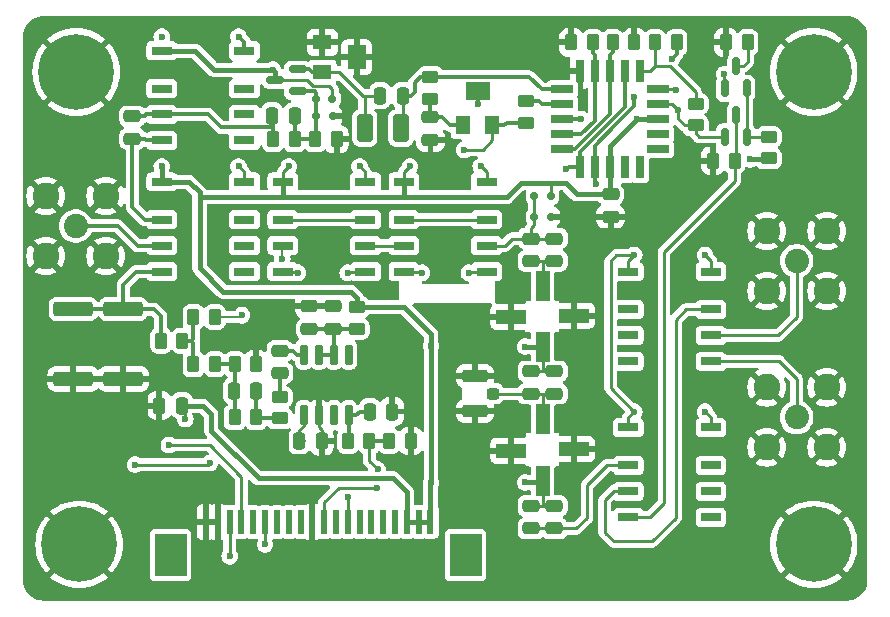
<source format=gbr>
%TF.GenerationSoftware,KiCad,Pcbnew,8.0.8*%
%TF.CreationDate,2025-02-24T20:15:37+01:00*%
%TF.ProjectId,Counter_input_module_1,436f756e-7465-4725-9f69-6e7075745f6d,rev?*%
%TF.SameCoordinates,Original*%
%TF.FileFunction,Copper,L1,Top*%
%TF.FilePolarity,Positive*%
%FSLAX46Y46*%
G04 Gerber Fmt 4.6, Leading zero omitted, Abs format (unit mm)*
G04 Created by KiCad (PCBNEW 8.0.8) date 2025-02-24 20:15:37*
%MOMM*%
%LPD*%
G01*
G04 APERTURE LIST*
G04 Aperture macros list*
%AMRoundRect*
0 Rectangle with rounded corners*
0 $1 Rounding radius*
0 $2 $3 $4 $5 $6 $7 $8 $9 X,Y pos of 4 corners*
0 Add a 4 corners polygon primitive as box body*
4,1,4,$2,$3,$4,$5,$6,$7,$8,$9,$2,$3,0*
0 Add four circle primitives for the rounded corners*
1,1,$1+$1,$2,$3*
1,1,$1+$1,$4,$5*
1,1,$1+$1,$6,$7*
1,1,$1+$1,$8,$9*
0 Add four rect primitives between the rounded corners*
20,1,$1+$1,$2,$3,$4,$5,0*
20,1,$1+$1,$4,$5,$6,$7,0*
20,1,$1+$1,$6,$7,$8,$9,0*
20,1,$1+$1,$8,$9,$2,$3,0*%
G04 Aperture macros list end*
%TA.AperFunction,SMDPad,CuDef*%
%ADD10RoundRect,0.250000X0.412500X0.925000X-0.412500X0.925000X-0.412500X-0.925000X0.412500X-0.925000X0*%
%TD*%
%TA.AperFunction,SMDPad,CuDef*%
%ADD11RoundRect,0.250000X-0.450000X0.262500X-0.450000X-0.262500X0.450000X-0.262500X0.450000X0.262500X0*%
%TD*%
%TA.AperFunction,SMDPad,CuDef*%
%ADD12RoundRect,0.150000X-0.150000X-0.200000X0.150000X-0.200000X0.150000X0.200000X-0.150000X0.200000X0*%
%TD*%
%TA.AperFunction,ComponentPad*%
%ADD13C,2.050000*%
%TD*%
%TA.AperFunction,ComponentPad*%
%ADD14C,2.250000*%
%TD*%
%TA.AperFunction,SMDPad,CuDef*%
%ADD15RoundRect,0.250000X0.475000X-0.250000X0.475000X0.250000X-0.475000X0.250000X-0.475000X-0.250000X0*%
%TD*%
%TA.AperFunction,SMDPad,CuDef*%
%ADD16RoundRect,0.250000X-0.262500X-0.450000X0.262500X-0.450000X0.262500X0.450000X-0.262500X0.450000X0*%
%TD*%
%TA.AperFunction,SMDPad,CuDef*%
%ADD17R,1.200000X2.500000*%
%TD*%
%TA.AperFunction,SMDPad,CuDef*%
%ADD18R,2.500000X1.200000*%
%TD*%
%TA.AperFunction,SMDPad,CuDef*%
%ADD19RoundRect,0.150000X0.150000X0.200000X-0.150000X0.200000X-0.150000X-0.200000X0.150000X-0.200000X0*%
%TD*%
%TA.AperFunction,SMDPad,CuDef*%
%ADD20R,1.600000X1.300000*%
%TD*%
%TA.AperFunction,SMDPad,CuDef*%
%ADD21R,1.600000X2.000000*%
%TD*%
%TA.AperFunction,SMDPad,CuDef*%
%ADD22RoundRect,0.250000X-0.475000X0.250000X-0.475000X-0.250000X0.475000X-0.250000X0.475000X0.250000X0*%
%TD*%
%TA.AperFunction,SMDPad,CuDef*%
%ADD23RoundRect,0.250000X0.250000X0.475000X-0.250000X0.475000X-0.250000X-0.475000X0.250000X-0.475000X0*%
%TD*%
%TA.AperFunction,SMDPad,CuDef*%
%ADD24RoundRect,0.250000X0.262500X0.450000X-0.262500X0.450000X-0.262500X-0.450000X0.262500X-0.450000X0*%
%TD*%
%TA.AperFunction,SMDPad,CuDef*%
%ADD25RoundRect,0.250000X-0.250000X-0.475000X0.250000X-0.475000X0.250000X0.475000X-0.250000X0.475000X0*%
%TD*%
%TA.AperFunction,SMDPad,CuDef*%
%ADD26RoundRect,0.250000X-1.425000X0.362500X-1.425000X-0.362500X1.425000X-0.362500X1.425000X0.362500X0*%
%TD*%
%TA.AperFunction,SMDPad,CuDef*%
%ADD27R,1.925000X0.700000*%
%TD*%
%TA.AperFunction,SMDPad,CuDef*%
%ADD28R,0.700000X1.925000*%
%TD*%
%TA.AperFunction,SMDPad,CuDef*%
%ADD29RoundRect,0.150000X0.150000X-0.587500X0.150000X0.587500X-0.150000X0.587500X-0.150000X-0.587500X0*%
%TD*%
%TA.AperFunction,SMDPad,CuDef*%
%ADD30R,1.800000X0.800000*%
%TD*%
%TA.AperFunction,SMDPad,CuDef*%
%ADD31RoundRect,0.250000X0.450000X-0.262500X0.450000X0.262500X-0.450000X0.262500X-0.450000X-0.262500X0*%
%TD*%
%TA.AperFunction,SMDPad,CuDef*%
%ADD32RoundRect,0.150000X0.587500X0.150000X-0.587500X0.150000X-0.587500X-0.150000X0.587500X-0.150000X0*%
%TD*%
%TA.AperFunction,ComponentPad*%
%ADD33C,0.800000*%
%TD*%
%TA.AperFunction,ComponentPad*%
%ADD34C,6.400000*%
%TD*%
%TA.AperFunction,SMDPad,CuDef*%
%ADD35R,0.610000X2.000000*%
%TD*%
%TA.AperFunction,SMDPad,CuDef*%
%ADD36R,2.680000X3.600000*%
%TD*%
%TA.AperFunction,SMDPad,CuDef*%
%ADD37R,1.300000X1.600000*%
%TD*%
%TA.AperFunction,SMDPad,CuDef*%
%ADD38R,2.000000X1.600000*%
%TD*%
%TA.AperFunction,SMDPad,CuDef*%
%ADD39RoundRect,0.150000X0.150000X-0.725000X0.150000X0.725000X-0.150000X0.725000X-0.150000X-0.725000X0*%
%TD*%
%TA.AperFunction,SMDPad,CuDef*%
%ADD40RoundRect,0.250000X0.275000X0.250000X-0.275000X0.250000X-0.275000X-0.250000X0.275000X-0.250000X0*%
%TD*%
%TA.AperFunction,SMDPad,CuDef*%
%ADD41RoundRect,0.250000X0.850000X0.275000X-0.850000X0.275000X-0.850000X-0.275000X0.850000X-0.275000X0*%
%TD*%
%TA.AperFunction,ViaPad*%
%ADD42C,0.600000*%
%TD*%
%TA.AperFunction,Conductor*%
%ADD43C,0.300000*%
%TD*%
%TA.AperFunction,Conductor*%
%ADD44C,0.400000*%
%TD*%
%TA.AperFunction,Conductor*%
%ADD45C,0.250000*%
%TD*%
%TA.AperFunction,Conductor*%
%ADD46C,0.200000*%
%TD*%
G04 APERTURE END LIST*
D10*
%TO.P,C6,1*%
%TO.N,Net-(C5-Pad2)*%
X82750000Y-109750000D03*
%TO.P,C6,2*%
%TO.N,Net-(Q1-S)*%
X79675000Y-109750000D03*
%TD*%
D11*
%TO.P,R21,1*%
%TO.N,Net-(R21-Pad1)*%
X93300000Y-107475000D03*
%TO.P,R21,2*%
%TO.N,Net-(R17-A)*%
X93300000Y-109300000D03*
%TD*%
D12*
%TO.P,D1,1,K*%
%TO.N,+5V*%
X76950000Y-107250000D03*
%TO.P,D1,2,A*%
%TO.N,Net-(D1-A)*%
X75550000Y-107250000D03*
%TD*%
D13*
%TO.P,J1,1,In*%
%TO.N,Net-(J1-In)*%
X55210000Y-118040000D03*
D14*
%TO.P,J1,2,Ext*%
%TO.N,GND*%
X52670000Y-115500000D03*
X52670000Y-120580000D03*
X57750000Y-115500000D03*
X57750000Y-120580000D03*
%TD*%
D15*
%TO.P,C1,1*%
%TO.N,Net-(K1B-O)*%
X60000000Y-110650000D03*
%TO.P,C1,2*%
%TO.N,Net-(K2B-P)*%
X60000000Y-108750000D03*
%TD*%
D16*
%TO.P,R35,1*%
%TO.N,GND*%
X110275000Y-102500000D03*
%TO.P,R35,2*%
%TO.N,Net-(Q3-C)*%
X112100000Y-102500000D03*
%TD*%
%TO.P,R33,1*%
%TO.N,GND*%
X109175000Y-112500000D03*
%TO.P,R33,2*%
%TO.N,Net-(K6B-S)*%
X111000000Y-112500000D03*
%TD*%
D17*
%TO.P,U3,1,RF_in*%
%TO.N,Net-(U3-RF_in)*%
X94750000Y-123083000D03*
D18*
%TO.P,U3,2,-*%
%TO.N,GND*%
X92083000Y-125750000D03*
D17*
%TO.P,U3,3,Out*%
%TO.N,Net-(U3-Out)*%
X94750000Y-128290000D03*
D18*
%TO.P,U3,4,-*%
%TO.N,GND*%
X97417000Y-125623000D03*
%TD*%
D17*
%TO.P,U4,1,RF_in*%
%TO.N,Net-(J2-In)*%
X94750000Y-134396500D03*
D18*
%TO.P,U4,2,-*%
%TO.N,GND*%
X92083000Y-137063500D03*
D17*
%TO.P,U4,3,Out*%
%TO.N,Net-(U4-Out)*%
X94750000Y-139603500D03*
D18*
%TO.P,U4,4,-*%
%TO.N,GND*%
X97417000Y-136936500D03*
%TD*%
D19*
%TO.P,D4,1,K*%
%TO.N,Net-(D3-A)*%
X94050000Y-117250000D03*
%TO.P,D4,2,A*%
%TO.N,GND*%
X95450000Y-117250000D03*
%TD*%
D20*
%TO.P,R11,1,E*%
%TO.N,GND*%
X76100000Y-102500000D03*
D21*
%TO.P,R11,2,S*%
X79000000Y-103750000D03*
D20*
%TO.P,R11,3,A*%
%TO.N,Net-(Q1-S)*%
X76100000Y-105000000D03*
%TD*%
D22*
%TO.P,C16,1*%
%TO.N,Net-(D3-A)*%
X93750000Y-119100000D03*
%TO.P,C16,2*%
%TO.N,Net-(U3-RF_in)*%
X93750000Y-121000000D03*
%TD*%
D19*
%TO.P,D2,1,K*%
%TO.N,Net-(D1-A)*%
X75600000Y-108750000D03*
%TO.P,D2,2,A*%
%TO.N,GND*%
X77000000Y-108750000D03*
%TD*%
D23*
%TO.P,C12,1*%
%TO.N,GND*%
X82000000Y-133750000D03*
%TO.P,C12,2*%
%TO.N,Net-(U1-OUT)*%
X80100000Y-133750000D03*
%TD*%
D22*
%TO.P,C21,1*%
%TO.N,Net-(U3-Out)*%
X95750000Y-130350000D03*
%TO.P,C21,2*%
%TO.N,Net-(J2-In)*%
X95750000Y-132250000D03*
%TD*%
D24*
%TO.P,R24,1*%
%TO.N,GND*%
X102500000Y-102500000D03*
%TO.P,R24,2*%
%TO.N,Net-(R24-Pad2)*%
X100675000Y-102500000D03*
%TD*%
D13*
%TO.P,J3,1,In*%
%TO.N,Net-(J3-In)*%
X116250000Y-134250000D03*
D14*
%TO.P,J3,2,Ext*%
%TO.N,GND*%
X113710000Y-131710000D03*
X113710000Y-136790000D03*
X118790000Y-131710000D03*
X118790000Y-136790000D03*
%TD*%
D25*
%TO.P,C3,1*%
%TO.N,Net-(C3-Pad1)*%
X68600000Y-132000000D03*
%TO.P,C3,2*%
%TO.N,Net-(C3-Pad2)*%
X70500000Y-132000000D03*
%TD*%
D16*
%TO.P,R5,1*%
%TO.N,Net-(R3-Pad2)*%
X65175000Y-125750000D03*
%TO.P,R5,2*%
%TO.N,Net-(K3B-P)*%
X67000000Y-125750000D03*
%TD*%
D22*
%TO.P,C17,1*%
%TO.N,Net-(D3-A)*%
X95750000Y-119100000D03*
%TO.P,C17,2*%
%TO.N,Net-(U3-RF_in)*%
X95750000Y-121000000D03*
%TD*%
D26*
%TO.P,R2,1*%
%TO.N,Net-(K1B-S)*%
X59250000Y-125075000D03*
%TO.P,R2,2*%
%TO.N,GND*%
X59250000Y-131000000D03*
%TD*%
D22*
%TO.P,C14,1*%
%TO.N,GND*%
X75000000Y-124850000D03*
%TO.P,C14,2*%
%TO.N,Net-(U1-ENB)*%
X75000000Y-126750000D03*
%TD*%
D27*
%TO.P,U2,1,VCC1*%
%TO.N,+5V*%
X104500000Y-109000000D03*
%TO.P,U2,2*%
%TO.N,Net-(Q2-B)*%
X104500000Y-107730000D03*
%TO.P,U2,3*%
%TO.N,Net-(Q3-B)*%
X104500000Y-106460000D03*
D28*
%TO.P,U2,4*%
%TO.N,Net-(R28-Pad1)*%
X102987500Y-104947500D03*
%TO.P,U2,5*%
%TO.N,Net-(R26-Pad2)*%
X101717500Y-104947500D03*
%TO.P,U2,6*%
%TO.N,Net-(R24-Pad2)*%
X100447500Y-104947500D03*
%TO.P,U2,7*%
%TO.N,Net-(R23-Pad2)*%
X99177500Y-104947500D03*
%TO.P,U2,8,VEE*%
%TO.N,GND*%
X97907500Y-104947500D03*
D27*
%TO.P,U2,9*%
%TO.N,Net-(C5-Pad2)*%
X96395000Y-106460000D03*
%TO.P,U2,10*%
%TO.N,Net-(R21-Pad1)*%
X96395000Y-107730000D03*
%TO.P,U2,11,VBB*%
%TO.N,Net-(R17-S)*%
X96395000Y-109000000D03*
%TO.P,U2,12*%
%TO.N,Net-(R23-Pad2)*%
X96395000Y-110270000D03*
%TO.P,U2,13*%
%TO.N,Net-(R24-Pad2)*%
X96395000Y-111540000D03*
D28*
%TO.P,U2,14*%
%TO.N,Net-(R26-Pad2)*%
X97907500Y-113052500D03*
%TO.P,U2,15*%
%TO.N,Net-(R27-Pad2)*%
X99177500Y-113052500D03*
%TO.P,U2,16,VCC2*%
%TO.N,+5V*%
X100447500Y-113052500D03*
%TO.P,U2,17*%
%TO.N,N/C*%
X101717500Y-113052500D03*
%TO.P,U2,18*%
X102987500Y-113052500D03*
D27*
%TO.P,U2,19*%
X104500000Y-111540000D03*
%TO.P,U2,20*%
X104500000Y-110270000D03*
%TD*%
D16*
%TO.P,R6,1*%
%TO.N,Net-(R3-Pad2)*%
X65175000Y-129750000D03*
%TO.P,R6,2*%
%TO.N,Net-(C3-Pad1)*%
X67000000Y-129750000D03*
%TD*%
D29*
%TO.P,Q3,1,B*%
%TO.N,Net-(Q3-B)*%
X110150000Y-106375000D03*
%TO.P,Q3,2,E*%
%TO.N,Net-(Q2-E)*%
X112050000Y-106375000D03*
%TO.P,Q3,3,C*%
%TO.N,Net-(Q3-C)*%
X111100000Y-104500000D03*
%TD*%
D25*
%TO.P,C5,1*%
%TO.N,Net-(Q1-S)*%
X81000000Y-107000000D03*
%TO.P,C5,2*%
%TO.N,Net-(C5-Pad2)*%
X82900000Y-107000000D03*
%TD*%
D30*
%TO.P,K3,1,+*%
%TO.N,+5V*%
X72750000Y-114300000D03*
%TO.P,K3,2,O*%
%TO.N,Net-(K3B-O)*%
X72750000Y-117500000D03*
%TO.P,K3,3,P*%
%TO.N,Net-(K3B-P)*%
X72750000Y-119700000D03*
%TO.P,K3,4,S*%
%TO.N,Net-(K3B-S)*%
X72750000Y-121900000D03*
%TO.P,K3,5,S*%
%TO.N,Net-(K3C-S)*%
X79750000Y-121900000D03*
%TO.P,K3,6,P*%
%TO.N,Net-(K3C-P)*%
X79750000Y-119700000D03*
%TO.P,K3,7,O*%
%TO.N,Net-(K3B-O)*%
X79750000Y-117500000D03*
%TO.P,K3,8,-*%
%TO.N,Net-(D9-A)*%
X79750000Y-114300000D03*
%TD*%
D22*
%TO.P,C20,1*%
%TO.N,Net-(U3-Out)*%
X93750000Y-130350000D03*
%TO.P,C20,2*%
%TO.N,Net-(J2-In)*%
X93750000Y-132250000D03*
%TD*%
D30*
%TO.P,K1,1,+*%
%TO.N,+5V*%
X62500000Y-114300000D03*
%TO.P,K1,2,O*%
%TO.N,Net-(K1B-O)*%
X62500000Y-117500000D03*
%TO.P,K1,3,P*%
%TO.N,Net-(J1-In)*%
X62500000Y-119700000D03*
%TO.P,K1,4,S*%
%TO.N,Net-(K1B-S)*%
X62500000Y-121900000D03*
%TO.P,K1,5*%
%TO.N,N/C*%
X69500000Y-121900000D03*
%TO.P,K1,6*%
X69500000Y-119700000D03*
%TO.P,K1,7*%
X69500000Y-117500000D03*
%TO.P,K1,8,-*%
%TO.N,Net-(D10-A)*%
X69500000Y-114300000D03*
%TD*%
D31*
%TO.P,R29,1*%
%TO.N,Net-(Q2-B)*%
X107700000Y-109525000D03*
%TO.P,R29,2*%
%TO.N,Net-(R28-Pad1)*%
X107700000Y-107700000D03*
%TD*%
D30*
%TO.P,K5,1,+*%
%TO.N,+5V*%
X102000000Y-121900000D03*
%TO.P,K5,2*%
%TO.N,N/C*%
X102000000Y-125100000D03*
%TO.P,K5,3*%
X102000000Y-127300000D03*
%TO.P,K5,4*%
X102000000Y-129500000D03*
%TO.P,K5,5,S*%
%TO.N,Net-(J3-In)*%
X109000000Y-129500000D03*
%TO.P,K5,6,P*%
%TO.N,Net-(J4-In)*%
X109000000Y-127300000D03*
%TO.P,K5,7,O*%
%TO.N,Net-(K5C-O)*%
X109000000Y-125100000D03*
%TO.P,K5,8,-*%
%TO.N,Net-(D6-A)*%
X109000000Y-121900000D03*
%TD*%
D16*
%TO.P,R3,1*%
%TO.N,Net-(K1B-S)*%
X62425000Y-127750000D03*
%TO.P,R3,2*%
%TO.N,Net-(R3-Pad2)*%
X64250000Y-127750000D03*
%TD*%
D15*
%TO.P,C23,1*%
%TO.N,GND*%
X100500000Y-117250000D03*
%TO.P,C23,2*%
%TO.N,+5V*%
X100500000Y-115350000D03*
%TD*%
D32*
%TO.P,Q1,1,G*%
%TO.N,Net-(D1-A)*%
X74000000Y-106650000D03*
%TO.P,Q1,2,S*%
%TO.N,Net-(Q1-S)*%
X74000000Y-104750000D03*
%TO.P,Q1,3,D*%
%TO.N,+5V*%
X72125000Y-105700000D03*
%TD*%
D16*
%TO.P,R28,1*%
%TO.N,Net-(R28-Pad1)*%
X104275000Y-102500000D03*
%TO.P,R28,2*%
%TO.N,Net-(R27-Pad2)*%
X106100000Y-102500000D03*
%TD*%
D23*
%TO.P,C28,1*%
%TO.N,+5V*%
X64200000Y-133250000D03*
%TO.P,C28,2*%
%TO.N,GND*%
X62300000Y-133250000D03*
%TD*%
D13*
%TO.P,J4,1,In*%
%TO.N,Net-(J4-In)*%
X116250000Y-121000000D03*
D14*
%TO.P,J4,2,Ext*%
%TO.N,GND*%
X113710000Y-118460000D03*
X113710000Y-123540000D03*
X118790000Y-118460000D03*
X118790000Y-123540000D03*
%TD*%
D22*
%TO.P,C26,1*%
%TO.N,Net-(U4-Out)*%
X93750000Y-141750000D03*
%TO.P,C26,2*%
%TO.N,Net-(K6B-O)*%
X93750000Y-143650000D03*
%TD*%
D33*
%TO.P,H4,1,1*%
%TO.N,GND*%
X115300000Y-145000000D03*
X116002944Y-143302944D03*
X116002944Y-146697056D03*
X117700000Y-142600000D03*
D34*
X117700000Y-145000000D03*
D33*
X117700000Y-147400000D03*
X119397056Y-143302944D03*
X119397056Y-146697056D03*
X120100000Y-145000000D03*
%TD*%
D16*
%TO.P,R19,1*%
%TO.N,Net-(U1-OUT)*%
X78250000Y-136250000D03*
%TO.P,R19,2*%
%TO.N,RF_Level*%
X80075000Y-136250000D03*
%TD*%
D24*
%TO.P,R7,1*%
%TO.N,GND*%
X77300000Y-110700000D03*
%TO.P,R7,2*%
%TO.N,Net-(D1-A)*%
X75475000Y-110700000D03*
%TD*%
D30*
%TO.P,K2,1,+*%
%TO.N,+5V*%
X62500000Y-103200000D03*
%TO.P,K2,2,O*%
%TO.N,unconnected-(K2B-O-Pad2)*%
X62500000Y-106400000D03*
%TO.P,K2,3,P*%
%TO.N,Net-(K2B-P)*%
X62500000Y-108600000D03*
%TO.P,K2,4,S*%
%TO.N,Net-(K1B-O)*%
X62500000Y-110800000D03*
%TO.P,K2,5*%
%TO.N,N/C*%
X69500000Y-110800000D03*
%TO.P,K2,6*%
X69500000Y-108600000D03*
%TO.P,K2,7*%
X69500000Y-106400000D03*
%TO.P,K2,8,-*%
%TO.N,Net-(D5-A)*%
X69500000Y-103200000D03*
%TD*%
D33*
%TO.P,H1,1,1*%
%TO.N,GND*%
X52850000Y-105000000D03*
X53552944Y-103302944D03*
X53552944Y-106697056D03*
X55250000Y-102600000D03*
D34*
X55250000Y-105000000D03*
D33*
X55250000Y-107400000D03*
X56947056Y-103302944D03*
X56947056Y-106697056D03*
X57650000Y-105000000D03*
%TD*%
%TO.P,H3,1,1*%
%TO.N,GND*%
X115300000Y-105000000D03*
X116002944Y-103302944D03*
X116002944Y-106697056D03*
X117700000Y-102600000D03*
D34*
X117700000Y-105000000D03*
D33*
X117700000Y-107400000D03*
X119397056Y-103302944D03*
X119397056Y-106697056D03*
X120100000Y-105000000D03*
%TD*%
D26*
%TO.P,R1,1*%
%TO.N,Net-(K1B-S)*%
X55000000Y-125075000D03*
%TO.P,R1,2*%
%TO.N,GND*%
X55000000Y-131000000D03*
%TD*%
D24*
%TO.P,R12,1*%
%TO.N,Net-(C3-Pad2)*%
X70500000Y-134250000D03*
%TO.P,R12,2*%
%TO.N,Net-(C3-Pad1)*%
X68675000Y-134250000D03*
%TD*%
D31*
%TO.P,L1,1,1*%
%TO.N,Net-(C3-Pad2)*%
X72500000Y-134325000D03*
%TO.P,L1,2,2*%
%TO.N,Net-(C7-Pad1)*%
X72500000Y-132500000D03*
%TD*%
D16*
%TO.P,R20,1*%
%TO.N,RF_Level*%
X81750000Y-136250000D03*
%TO.P,R20,2*%
%TO.N,GND*%
X83575000Y-136250000D03*
%TD*%
D31*
%TO.P,R14,1*%
%TO.N,Net-(R17-E)*%
X85250000Y-107250000D03*
%TO.P,R14,2*%
%TO.N,Net-(C5-Pad2)*%
X85250000Y-105425000D03*
%TD*%
D30*
%TO.P,K6,1,+*%
%TO.N,+5V*%
X102000000Y-135100000D03*
%TO.P,K6,2,O*%
%TO.N,Net-(K6B-O)*%
X102000000Y-138300000D03*
%TO.P,K6,3,P*%
%TO.N,Net-(K5C-O)*%
X102000000Y-140500000D03*
%TO.P,K6,4,S*%
%TO.N,Net-(K6B-S)*%
X102000000Y-142700000D03*
%TO.P,K6,5*%
%TO.N,N/C*%
X109000000Y-142700000D03*
%TO.P,K6,6*%
X109000000Y-140500000D03*
%TO.P,K6,7*%
X109000000Y-138300000D03*
%TO.P,K6,8,-*%
%TO.N,Net-(D7-A)*%
X109000000Y-135100000D03*
%TD*%
D25*
%TO.P,C2,1*%
%TO.N,Net-(K2B-P)*%
X71850000Y-108700000D03*
%TO.P,C2,2*%
%TO.N,Net-(D1-A)*%
X73750000Y-108700000D03*
%TD*%
D35*
%TO.P,J5,1,Pin_1*%
%TO.N,GND*%
X66250000Y-143100000D03*
%TO.P,J5,2,Pin_2*%
X67250000Y-143100000D03*
%TO.P,J5,3,Pin_3*%
%TO.N,SCLK*%
X68250000Y-143100000D03*
%TO.P,J5,4,Pin_4*%
%TO.N,MOSI*%
X69250000Y-143100000D03*
%TO.P,J5,5,Pin_5*%
%TO.N,unconnected-(J5-Pin_5-Pad5)*%
X70250000Y-143100000D03*
%TO.P,J5,6,Pin_6*%
%TO.N,CS1*%
X71250000Y-143100000D03*
%TO.P,J5,7,Pin_7*%
%TO.N,unconnected-(J5-Pin_7-Pad7)*%
X72250000Y-143100000D03*
%TO.P,J5,8,Pin_8*%
%TO.N,unconnected-(J5-Pin_8-Pad8)*%
X73250000Y-143100000D03*
%TO.P,J5,9,Pin_9*%
%TO.N,unconnected-(J5-Pin_9-Pad9)*%
X74250000Y-143100000D03*
%TO.P,J5,10,Pin_10*%
%TO.N,GND*%
X75250000Y-143100000D03*
%TO.P,J5,11,Pin_11*%
%TO.N,RF_Level*%
X76250000Y-143100000D03*
%TO.P,J5,12,Pin_12*%
%TO.N,unconnected-(J5-Pin_12-Pad12)*%
X77250000Y-143100000D03*
%TO.P,J5,13,Pin_13*%
%TO.N,Reset*%
X78250000Y-143100000D03*
%TO.P,J5,14,Pin_14*%
%TO.N,unconnected-(J5-Pin_14-Pad14)*%
X79250000Y-143100000D03*
%TO.P,J5,15,Pin_15*%
%TO.N,unconnected-(J5-Pin_15-Pad15)*%
X80250000Y-143100000D03*
%TO.P,J5,16,Pin_16*%
%TO.N,unconnected-(J5-Pin_16-Pad16)*%
X81250000Y-143100000D03*
%TO.P,J5,17,Pin_17*%
%TO.N,unconnected-(J5-Pin_17-Pad17)*%
X82250000Y-143100000D03*
%TO.P,J5,18,Pin_18*%
%TO.N,+5V*%
X83250000Y-143100000D03*
%TO.P,J5,19,Pin_19*%
X84250000Y-143100000D03*
%TO.P,J5,20,Pin_20*%
X85250000Y-143100000D03*
D36*
%TO.P,J5,MP*%
%TO.N,N/C*%
X63260000Y-145900000D03*
X88240000Y-145900000D03*
%TD*%
D30*
%TO.P,K4,1,+*%
%TO.N,+5V*%
X83000000Y-114300000D03*
%TO.P,K4,2,O*%
%TO.N,Net-(K4B-O)*%
X83000000Y-117500000D03*
%TO.P,K4,3,P*%
%TO.N,Net-(K3C-P)*%
X83000000Y-119700000D03*
%TO.P,K4,4,S*%
%TO.N,Net-(K4B-S)*%
X83000000Y-121900000D03*
%TO.P,K4,5,S*%
%TO.N,Net-(K4C-S)*%
X90000000Y-121900000D03*
%TO.P,K4,6,P*%
%TO.N,Net-(D3-A)*%
X90000000Y-119700000D03*
%TO.P,K4,7,O*%
%TO.N,Net-(K4B-O)*%
X90000000Y-117500000D03*
%TO.P,K4,8,-*%
%TO.N,Net-(D8-A)*%
X90000000Y-114300000D03*
%TD*%
D22*
%TO.P,C27,1*%
%TO.N,Net-(U4-Out)*%
X95750000Y-141750000D03*
%TO.P,C27,2*%
%TO.N,Net-(K6B-O)*%
X95750000Y-143650000D03*
%TD*%
D37*
%TO.P,R17,1,E*%
%TO.N,Net-(R17-E)*%
X88000000Y-109500000D03*
D38*
%TO.P,R17,2,S*%
%TO.N,Net-(R17-S)*%
X89250000Y-106600000D03*
D37*
%TO.P,R17,3,A*%
%TO.N,Net-(R17-A)*%
X90500000Y-109500000D03*
%TD*%
D15*
%TO.P,C7,1*%
%TO.N,Net-(C7-Pad1)*%
X72500000Y-130500000D03*
%TO.P,C7,2*%
%TO.N,Net-(U1-INP)*%
X72500000Y-128600000D03*
%TD*%
D16*
%TO.P,R4,1*%
%TO.N,Net-(K2B-P)*%
X71925000Y-110700000D03*
%TO.P,R4,2*%
%TO.N,Net-(D1-A)*%
X73750000Y-110700000D03*
%TD*%
D39*
%TO.P,U1,1,INM*%
%TO.N,Net-(U1-INM)*%
X74515000Y-134075000D03*
%TO.P,U1,2,COM*%
%TO.N,GND*%
X75785000Y-134075000D03*
%TO.P,U1,3,OFS*%
%TO.N,unconnected-(U1-OFS-Pad3)*%
X77055000Y-134075000D03*
%TO.P,U1,4,OUT*%
%TO.N,Net-(U1-OUT)*%
X78325000Y-134075000D03*
%TO.P,U1,5,INT*%
%TO.N,unconnected-(U1-INT-Pad5)*%
X78325000Y-128925000D03*
%TO.P,U1,6,ENB*%
%TO.N,Net-(U1-ENB)*%
X77055000Y-128925000D03*
%TO.P,U1,7,VPS*%
X75785000Y-128925000D03*
%TO.P,U1,8,INP*%
%TO.N,Net-(U1-INP)*%
X74515000Y-128925000D03*
%TD*%
D22*
%TO.P,C15,1*%
%TO.N,GND*%
X77000000Y-124850000D03*
%TO.P,C15,2*%
%TO.N,Net-(U1-ENB)*%
X77000000Y-126750000D03*
%TD*%
D11*
%TO.P,R22,1*%
%TO.N,+5V*%
X79000000Y-124925000D03*
%TO.P,R22,2*%
%TO.N,Net-(U1-ENB)*%
X79000000Y-126750000D03*
%TD*%
D23*
%TO.P,C9,1*%
%TO.N,GND*%
X76050000Y-136250000D03*
%TO.P,C9,2*%
%TO.N,Net-(U1-INM)*%
X74150000Y-136250000D03*
%TD*%
D31*
%TO.P,R34,1*%
%TO.N,+5V*%
X113900000Y-112325000D03*
%TO.P,R34,2*%
%TO.N,Net-(Q2-E)*%
X113900000Y-110500000D03*
%TD*%
D16*
%TO.P,R23,1*%
%TO.N,GND*%
X97175000Y-102500000D03*
%TO.P,R23,2*%
%TO.N,Net-(R23-Pad2)*%
X99000000Y-102500000D03*
%TD*%
D33*
%TO.P,H2,1,1*%
%TO.N,GND*%
X57900000Y-145000000D03*
X57197056Y-146697056D03*
X57197056Y-143302944D03*
X55500000Y-147400000D03*
D34*
X55500000Y-145000000D03*
D33*
X55500000Y-142600000D03*
X53802944Y-146697056D03*
X53802944Y-143302944D03*
X53100000Y-145000000D03*
%TD*%
D12*
%TO.P,D3,1,K*%
%TO.N,+5V*%
X95450000Y-115500000D03*
%TO.P,D3,2,A*%
%TO.N,Net-(D3-A)*%
X94050000Y-115500000D03*
%TD*%
D16*
%TO.P,R9,1*%
%TO.N,Net-(C3-Pad1)*%
X68675000Y-129750000D03*
%TO.P,R9,2*%
%TO.N,GND*%
X70500000Y-129750000D03*
%TD*%
D15*
%TO.P,C8,1*%
%TO.N,GND*%
X85250000Y-110750000D03*
%TO.P,C8,2*%
%TO.N,Net-(R17-E)*%
X85250000Y-108850000D03*
%TD*%
D29*
%TO.P,Q2,1,B*%
%TO.N,Net-(Q2-B)*%
X110150000Y-110500000D03*
%TO.P,Q2,2,E*%
%TO.N,Net-(Q2-E)*%
X112050000Y-110500000D03*
%TO.P,Q2,3,C*%
%TO.N,Net-(K6B-S)*%
X111100000Y-108625000D03*
%TD*%
D40*
%TO.P,J2,1,In*%
%TO.N,Net-(J2-In)*%
X90525000Y-132225000D03*
D41*
%TO.P,J2,2,Ext*%
%TO.N,GND*%
X89000000Y-133700000D03*
X89000000Y-130750000D03*
%TD*%
D42*
%TO.N,GND*%
X103900000Y-129200000D03*
X103900000Y-122000000D03*
X51300000Y-118200000D03*
X63500000Y-129200000D03*
X59300000Y-126600000D03*
X55100000Y-126600000D03*
X58700000Y-112000000D03*
X121700000Y-112600000D03*
X121700000Y-108600000D03*
X121700000Y-106600000D03*
X121700000Y-110600000D03*
X121700000Y-122800000D03*
X121700000Y-118800000D03*
X121700000Y-116800000D03*
X121700000Y-114600000D03*
X121700000Y-120800000D03*
X121700000Y-133000000D03*
X121700000Y-129000000D03*
X121700000Y-127000000D03*
X121700000Y-124800000D03*
X121700000Y-131000000D03*
X121700000Y-143200000D03*
X121700000Y-141200000D03*
X113300000Y-149200000D03*
X114100000Y-115600000D03*
X78100000Y-107200000D03*
X60500000Y-135400000D03*
X74500000Y-131600000D03*
X110900000Y-139400000D03*
X111300000Y-149200000D03*
X82300000Y-130000000D03*
X115500000Y-149200000D03*
X59300000Y-132600000D03*
X66100000Y-100800000D03*
X90100000Y-137000000D03*
X97500000Y-141400000D03*
X99500000Y-125600000D03*
X61900000Y-139400000D03*
X72700000Y-135800000D03*
X76100000Y-145000000D03*
X67500000Y-116800000D03*
X99500000Y-137000000D03*
X75300000Y-145000000D03*
X121700000Y-139200000D03*
X59300000Y-129400000D03*
X86700000Y-116600000D03*
X115300000Y-111400000D03*
X64900000Y-123800000D03*
X102100000Y-131000000D03*
X68100000Y-139600000D03*
X118300000Y-113400000D03*
X105700000Y-100800000D03*
X95100000Y-100800000D03*
X78700000Y-111800000D03*
X98300000Y-106800000D03*
X71300000Y-149200000D03*
X67300000Y-147400000D03*
X88900000Y-100800000D03*
X51300000Y-136600000D03*
X83900000Y-149200000D03*
X61300000Y-115800000D03*
X76300000Y-100800000D03*
X58100000Y-123400000D03*
X109900000Y-100800000D03*
X72100000Y-107000000D03*
X68900000Y-135800000D03*
X67700000Y-111400000D03*
X61900000Y-100800000D03*
X107100000Y-132200000D03*
X94500000Y-149200000D03*
X80500000Y-100800000D03*
X66300000Y-141000000D03*
X75300000Y-145800000D03*
X110700000Y-128400000D03*
X79700000Y-105600000D03*
X100300000Y-139600000D03*
X96500000Y-105000000D03*
X60900000Y-120800000D03*
X106500000Y-110600000D03*
X78100000Y-108800000D03*
X99300000Y-100800000D03*
X64892058Y-142537237D03*
X113100000Y-109200000D03*
X109500000Y-117800000D03*
X97300000Y-138400000D03*
X110900000Y-143800000D03*
X92100000Y-120600000D03*
X107500000Y-116200000D03*
X84300000Y-141200000D03*
X52500000Y-131000000D03*
X90900000Y-104400000D03*
X60500000Y-123400000D03*
X76100000Y-145800000D03*
X67500000Y-121800000D03*
X107300000Y-104000000D03*
X77900000Y-114600000D03*
X66300000Y-147400000D03*
X105700000Y-144600000D03*
X107100000Y-141000000D03*
X86700000Y-131800000D03*
X97500000Y-123200000D03*
X83100000Y-105200000D03*
X107100000Y-149200000D03*
X92100000Y-144200000D03*
X108900000Y-102600000D03*
X73300000Y-124800000D03*
X92100000Y-141400000D03*
X109100000Y-149200000D03*
X51300000Y-128000000D03*
X82300000Y-132000000D03*
X86900000Y-104400000D03*
X112300000Y-113600000D03*
X55100000Y-129400000D03*
X96300000Y-128800000D03*
X90100000Y-125800000D03*
X101700000Y-123400000D03*
X98700000Y-144200000D03*
X73300000Y-127200000D03*
X107700000Y-100800000D03*
X86700000Y-100800000D03*
X93100000Y-100800000D03*
X51300000Y-138600000D03*
X70500000Y-128200000D03*
X84100000Y-128800000D03*
X96500000Y-149200000D03*
X90300000Y-149200000D03*
X86900000Y-113000000D03*
X93300000Y-138600000D03*
X64100000Y-109800000D03*
X96300000Y-133600000D03*
X51300000Y-130000000D03*
X82300000Y-123400000D03*
X61700000Y-131000000D03*
X103700000Y-136800000D03*
X103900000Y-141000000D03*
X103900000Y-132200000D03*
X89900000Y-141800000D03*
X64500000Y-118600000D03*
X78300000Y-100800000D03*
X106700000Y-124000000D03*
X97300000Y-118600000D03*
X57700000Y-100800000D03*
X64500000Y-107400000D03*
X83500000Y-133800000D03*
X103900000Y-125600000D03*
X79700000Y-123400000D03*
X102900000Y-149200000D03*
X51300000Y-125800000D03*
X91900000Y-118000000D03*
X77700000Y-149200000D03*
X56700000Y-149200000D03*
X114100000Y-100800000D03*
X60700000Y-107200000D03*
X64500000Y-140800000D03*
X69900000Y-100800000D03*
X110700000Y-126200000D03*
X67300000Y-146600000D03*
X114900000Y-128400000D03*
X97300000Y-100800000D03*
X71100000Y-113000000D03*
X67700000Y-106000000D03*
X94500000Y-104600000D03*
X51300000Y-132200000D03*
X51300000Y-142800000D03*
X51300000Y-140800000D03*
X100700000Y-149200000D03*
X74500000Y-145800000D03*
X60900000Y-149200000D03*
X51300000Y-134400000D03*
X103500000Y-100800000D03*
X104500000Y-113000000D03*
X51300000Y-113000000D03*
X82500000Y-100800000D03*
X104900000Y-149200000D03*
X72100000Y-100800000D03*
X64500000Y-120800000D03*
X64500000Y-115800000D03*
X61300000Y-104800000D03*
X56500000Y-135200000D03*
X95900000Y-102600000D03*
X66300000Y-146600000D03*
X118300000Y-109200000D03*
X59700000Y-100800000D03*
X92100000Y-123200000D03*
X69300000Y-124600000D03*
X81300000Y-108600000D03*
X58700000Y-134000000D03*
X83500000Y-111800000D03*
X74500000Y-145000000D03*
X51300000Y-111000000D03*
X99700000Y-133200000D03*
X84700000Y-100800000D03*
X74700000Y-114600000D03*
X109100000Y-114200000D03*
X98300000Y-107600000D03*
X81900000Y-149200000D03*
X82300000Y-126000000D03*
X80700000Y-103800000D03*
X86100000Y-149200000D03*
X67100000Y-149200000D03*
X51300000Y-108800000D03*
X74100000Y-100800000D03*
X105900000Y-121400000D03*
X79700000Y-149200000D03*
X67300000Y-127800000D03*
X61100000Y-112000000D03*
X107100000Y-136800000D03*
X91300000Y-130000000D03*
X121700000Y-135000000D03*
X92900000Y-116200000D03*
X90100000Y-138200000D03*
X60900000Y-118600000D03*
X85900000Y-145200000D03*
X86700000Y-133600000D03*
X88500000Y-136200000D03*
X73500000Y-149200000D03*
X88100000Y-149200000D03*
X116100000Y-100800000D03*
X63500000Y-126200000D03*
X92300000Y-131200000D03*
X101500000Y-100800000D03*
X61900000Y-137200000D03*
X62900000Y-149200000D03*
X67700000Y-108400000D03*
X88500000Y-143200000D03*
X92300000Y-149200000D03*
X83500000Y-137800000D03*
X96500000Y-104200000D03*
X90900000Y-100800000D03*
X65100000Y-149200000D03*
X92100000Y-133400000D03*
X55100000Y-132600000D03*
X78100000Y-131600000D03*
X107300000Y-126400000D03*
X58700000Y-149200000D03*
X75500000Y-149200000D03*
X85100000Y-114600000D03*
X98700000Y-149200000D03*
X76100000Y-116600000D03*
X61700000Y-143200000D03*
X111900000Y-100800000D03*
X51300000Y-123800000D03*
X97500000Y-127200000D03*
X69300000Y-149200000D03*
X104700000Y-118800000D03*
X121700000Y-137200000D03*
X96300000Y-138600000D03*
X100500000Y-118600000D03*
%TO.N,+5V*%
X64500000Y-134400000D03*
X112300000Y-112400000D03*
X73250000Y-113000000D03*
X85300000Y-139800000D03*
X102500000Y-120500000D03*
X102500000Y-133750000D03*
X71900000Y-104800000D03*
X85300000Y-128200000D03*
X83500000Y-113000000D03*
X62500000Y-113000000D03*
X102700000Y-109000000D03*
%TO.N,Net-(R17-A)*%
X88100000Y-111600000D03*
%TO.N,Net-(U3-Out)*%
X93250000Y-128250000D03*
%TO.N,Net-(U4-Out)*%
X93250000Y-139750000D03*
%TO.N,CS1*%
X71250000Y-145000000D03*
%TO.N,Net-(D5-A)*%
X69000000Y-102000000D03*
%TO.N,Net-(D6-A)*%
X108500000Y-120500000D03*
X60250000Y-138250000D03*
X66583058Y-138125000D03*
%TO.N,Net-(D7-A)*%
X108500000Y-133750000D03*
%TO.N,Net-(D8-A)*%
X89500000Y-113000000D03*
%TO.N,Net-(D9-A)*%
X79250000Y-113000000D03*
%TO.N,Net-(D10-A)*%
X69000000Y-113000000D03*
%TO.N,SCLK*%
X68250000Y-146000000D03*
%TO.N,Reset*%
X78250000Y-141000000D03*
%TO.N,MOSI*%
X63100000Y-136600000D03*
%TO.N,RF_Level*%
X80700000Y-140200000D03*
X80772550Y-138647730D03*
%TO.N,Net-(K3B-P)*%
X69300000Y-125600000D03*
X72700000Y-120800000D03*
%TO.N,Net-(K3B-S)*%
X74000000Y-122000000D03*
%TO.N,Net-(K4B-S)*%
X84500000Y-122000000D03*
%TO.N,Net-(Q2-B)*%
X106250000Y-108250000D03*
%TO.N,Net-(Q3-B)*%
X106000000Y-106500000D03*
X110100000Y-105200000D03*
%TO.N,Net-(R26-Pad2)*%
X96750000Y-113250000D03*
%TO.N,Net-(R27-Pad2)*%
X105700000Y-103900000D03*
X99250000Y-114500000D03*
X102500000Y-107100000D03*
%TO.N,Net-(K3C-S)*%
X78250000Y-122000000D03*
%TO.N,Net-(K4C-S)*%
X88500000Y-122000000D03*
%TO.N,Net-(R17-S)*%
X98000000Y-109000000D03*
X89250000Y-107750000D03*
%TO.N,GND*%
X121700000Y-146800000D03*
X121100000Y-148400000D03*
X119700000Y-149200000D03*
X117500000Y-149200000D03*
X51300000Y-145000000D03*
X54500000Y-149200000D03*
X52700000Y-149000000D03*
X51700000Y-148200000D03*
X51300000Y-147000000D03*
X121700000Y-103600000D03*
X120900000Y-101800000D03*
X118300000Y-100800000D03*
X55500000Y-100800000D03*
X53500000Y-100800000D03*
X51900000Y-101600000D03*
X51300000Y-103600000D03*
X51300000Y-106600000D03*
%TO.N,+5V*%
X62500000Y-102000000D03*
%TD*%
D43*
%TO.N,Net-(D5-A)*%
X69500000Y-103200000D02*
X69500000Y-102500000D01*
X69500000Y-102500000D02*
X69000000Y-102000000D01*
%TO.N,Net-(R23-Pad2)*%
X99177500Y-109115394D02*
X99177500Y-104947500D01*
X98022894Y-110270000D02*
X99177500Y-109115394D01*
X96395000Y-110270000D02*
X98022894Y-110270000D01*
%TO.N,Net-(Q1-S)*%
X74950000Y-104750000D02*
X74000000Y-104750000D01*
D44*
%TO.N,Net-(U3-Out)*%
X94710000Y-128250000D02*
X94750000Y-128290000D01*
X93250000Y-128250000D02*
X94710000Y-128250000D01*
D43*
%TO.N,Net-(K1B-S)*%
X60350000Y-121900000D02*
X59250000Y-123000000D01*
X59250000Y-123000000D02*
X59250000Y-125075000D01*
X59250000Y-125075000D02*
X61825000Y-125075000D01*
X59250000Y-125075000D02*
X55000000Y-125075000D01*
X62500000Y-121900000D02*
X60350000Y-121900000D01*
X61825000Y-125075000D02*
X62425000Y-125675000D01*
X62425000Y-125675000D02*
X62425000Y-127750000D01*
%TO.N,Net-(D1-A)*%
X75450000Y-106650000D02*
X74000000Y-106650000D01*
X75600000Y-108750000D02*
X75600000Y-110575000D01*
X75600000Y-110575000D02*
X75475000Y-110700000D01*
X75550000Y-106750000D02*
X75450000Y-106650000D01*
X75550000Y-107250000D02*
X75550000Y-108700000D01*
X73750000Y-110700000D02*
X75475000Y-110700000D01*
X75550000Y-107250000D02*
X75550000Y-106750000D01*
X75550000Y-108700000D02*
X75600000Y-108750000D01*
X73750000Y-108700000D02*
X73750000Y-110700000D01*
%TO.N,Net-(C3-Pad1)*%
X67000000Y-129750000D02*
X68675000Y-129750000D01*
X68675000Y-131925000D02*
X68600000Y-132000000D01*
X68675000Y-132075000D02*
X68600000Y-132000000D01*
X68675000Y-134250000D02*
X68675000Y-132075000D01*
X68675000Y-129750000D02*
X68675000Y-131925000D01*
%TO.N,Net-(C3-Pad2)*%
X70500000Y-132000000D02*
X70500000Y-134250000D01*
X72500000Y-134325000D02*
X70575000Y-134325000D01*
X70575000Y-134325000D02*
X70500000Y-134250000D01*
D45*
%TO.N,GND*%
X88500000Y-130750000D02*
X89000000Y-130750000D01*
X75785000Y-135085000D02*
X76050000Y-135350000D01*
X76050000Y-135350000D02*
X76050000Y-136250000D01*
X75785000Y-134075000D02*
X75785000Y-135085000D01*
%TO.N,+5V*%
X64500000Y-133550000D02*
X64200000Y-133250000D01*
X102500000Y-133750000D02*
X100500000Y-131750000D01*
D44*
X83025000Y-124925000D02*
X79000000Y-124925000D01*
X71900000Y-104800000D02*
X72125000Y-105025000D01*
D45*
X102000000Y-134250000D02*
X102500000Y-133750000D01*
X76675000Y-106175000D02*
X76950000Y-106450000D01*
X102500000Y-133750000D02*
X102550000Y-133750000D01*
D44*
X100447500Y-111252500D02*
X102700000Y-109000000D01*
D45*
X95450000Y-115500000D02*
X95450000Y-114450000D01*
D44*
X72125000Y-105025000D02*
X72125000Y-105700000D01*
D45*
X83000000Y-114300000D02*
X83000000Y-113500000D01*
D44*
X70700000Y-139400000D02*
X66700000Y-135400000D01*
X104500000Y-109000000D02*
X102700000Y-109000000D01*
X72750000Y-115550000D02*
X72750000Y-114300000D01*
X82100000Y-139400000D02*
X70700000Y-139400000D01*
X65700000Y-115600000D02*
X72700000Y-115600000D01*
D45*
X83000000Y-113500000D02*
X83500000Y-113000000D01*
D44*
X83250000Y-143100000D02*
X83250000Y-140550000D01*
D45*
X102000000Y-121000000D02*
X102500000Y-120500000D01*
D44*
X62500000Y-103200000D02*
X65300000Y-103200000D01*
X82900000Y-115600000D02*
X91700000Y-115600000D01*
X85300000Y-128200000D02*
X85300000Y-127200000D01*
X91700000Y-115600000D02*
X92900000Y-114400000D01*
D45*
X102000000Y-135100000D02*
X102000000Y-134250000D01*
D44*
X65950000Y-133250000D02*
X64200000Y-133250000D01*
D45*
X76950000Y-106450000D02*
X76950000Y-107250000D01*
X72125000Y-105700000D02*
X74800000Y-105700000D01*
X64500000Y-134400000D02*
X64500000Y-133550000D01*
D44*
X65300000Y-103200000D02*
X66900000Y-104800000D01*
X85300000Y-139800000D02*
X85300000Y-128200000D01*
D45*
X72750000Y-114300000D02*
X72750000Y-113500000D01*
X100500000Y-131750000D02*
X100500000Y-121000000D01*
D44*
X83250000Y-140550000D02*
X82100000Y-139400000D01*
X95500000Y-114400000D02*
X96700000Y-114400000D01*
X100447500Y-115297500D02*
X100500000Y-115350000D01*
D45*
X101000000Y-120500000D02*
X102500000Y-120500000D01*
D44*
X85250000Y-139850000D02*
X85300000Y-139800000D01*
X85300000Y-127200000D02*
X83025000Y-124925000D01*
X92900000Y-114400000D02*
X95500000Y-114400000D01*
X65700000Y-115200000D02*
X64800000Y-114300000D01*
X64800000Y-114300000D02*
X62500000Y-114300000D01*
X78500000Y-123600000D02*
X67700000Y-123600000D01*
D45*
X72750000Y-113500000D02*
X73250000Y-113000000D01*
X75275000Y-106175000D02*
X76675000Y-106175000D01*
D44*
X72700000Y-115600000D02*
X82900000Y-115600000D01*
X65700000Y-121600000D02*
X65700000Y-115600000D01*
X66700000Y-134000000D02*
X65950000Y-133250000D01*
D45*
X102000000Y-121900000D02*
X102000000Y-121000000D01*
X100500000Y-121000000D02*
X101000000Y-120500000D01*
D44*
X83250000Y-143100000D02*
X83500000Y-143100000D01*
X72700000Y-115600000D02*
X72750000Y-115550000D01*
X66700000Y-135400000D02*
X66700000Y-134000000D01*
X97650000Y-115350000D02*
X100500000Y-115350000D01*
X85250000Y-143100000D02*
X85250000Y-139850000D01*
D45*
X74800000Y-105700000D02*
X75275000Y-106175000D01*
D44*
X66900000Y-104800000D02*
X71900000Y-104800000D01*
D45*
X95450000Y-114450000D02*
X95500000Y-114400000D01*
D44*
X113825000Y-112400000D02*
X113900000Y-112325000D01*
X79000000Y-124100000D02*
X78500000Y-123600000D01*
X83000000Y-115500000D02*
X83000000Y-114300000D01*
X65700000Y-115600000D02*
X65700000Y-115200000D01*
X62500000Y-114300000D02*
X62500000Y-113000000D01*
X84250000Y-143100000D02*
X85250000Y-143100000D01*
X112300000Y-112400000D02*
X113825000Y-112400000D01*
X79000000Y-124925000D02*
X79000000Y-124100000D01*
X100447500Y-113052500D02*
X100447500Y-111252500D01*
X96700000Y-114400000D02*
X97650000Y-115350000D01*
X100447500Y-113052500D02*
X100447500Y-115297500D01*
X67700000Y-123600000D02*
X65700000Y-121600000D01*
X82900000Y-115600000D02*
X83000000Y-115500000D01*
X83500000Y-143100000D02*
X84250000Y-143100000D01*
D45*
%TO.N,Net-(Q1-S)*%
X77500000Y-105000000D02*
X79500000Y-107000000D01*
X76100000Y-105000000D02*
X77500000Y-105000000D01*
X79700000Y-107000000D02*
X81000000Y-107000000D01*
D43*
X81075000Y-106925000D02*
X81000000Y-107000000D01*
D45*
X79500000Y-107000000D02*
X79700000Y-107000000D01*
X79675000Y-109750000D02*
X79675000Y-107025000D01*
D43*
X74950000Y-104750000D02*
X75200000Y-105000000D01*
D45*
X79675000Y-107025000D02*
X79700000Y-107000000D01*
D43*
X75200000Y-105000000D02*
X76100000Y-105000000D01*
D45*
%TO.N,Net-(C5-Pad2)*%
X82900000Y-109600000D02*
X82750000Y-109750000D01*
D43*
X83600000Y-107000000D02*
X83900000Y-106700000D01*
D45*
X82900000Y-107000000D02*
X82900000Y-109600000D01*
D43*
X85250000Y-105425000D02*
X93625000Y-105425000D01*
X94660000Y-106460000D02*
X96395000Y-106460000D01*
X82900000Y-107000000D02*
X83600000Y-107000000D01*
X83900000Y-105900000D02*
X84375000Y-105425000D01*
X83900000Y-106700000D02*
X83900000Y-105900000D01*
X93625000Y-105425000D02*
X94660000Y-106460000D01*
X84375000Y-105425000D02*
X85250000Y-105425000D01*
%TO.N,Net-(C7-Pad1)*%
X72500000Y-132500000D02*
X72500000Y-130500000D01*
%TO.N,Net-(U1-INP)*%
X73600000Y-128600000D02*
X72500000Y-128600000D01*
X73925000Y-128925000D02*
X73600000Y-128600000D01*
X74515000Y-128925000D02*
X73925000Y-128925000D01*
%TO.N,Net-(R17-E)*%
X85250000Y-107250000D02*
X85250000Y-108850000D01*
X86250000Y-108850000D02*
X86900000Y-109500000D01*
X86900000Y-109500000D02*
X88000000Y-109500000D01*
X85250000Y-108850000D02*
X86250000Y-108850000D01*
D45*
%TO.N,Net-(U1-INM)*%
X74515000Y-134985000D02*
X74150000Y-135350000D01*
X74150000Y-135350000D02*
X74150000Y-136250000D01*
D43*
X74515000Y-136235000D02*
X74500000Y-136250000D01*
D45*
X74515000Y-134075000D02*
X74515000Y-134985000D01*
D43*
%TO.N,Net-(U1-OUT)*%
X78325000Y-134075000D02*
X78925000Y-134075000D01*
X78925000Y-134075000D02*
X79250000Y-133750000D01*
X78325000Y-136175000D02*
X78250000Y-136250000D01*
X78325000Y-134075000D02*
X78325000Y-136175000D01*
X79250000Y-133750000D02*
X80100000Y-133750000D01*
D45*
%TO.N,Net-(R17-A)*%
X90500000Y-109500000D02*
X90500000Y-110800000D01*
X90500000Y-110800000D02*
X89700000Y-111600000D01*
D43*
X90500000Y-109500000D02*
X91500000Y-109500000D01*
X91700000Y-109300000D02*
X93300000Y-109300000D01*
D45*
X89700000Y-111600000D02*
X88100000Y-111600000D01*
D43*
X91500000Y-109500000D02*
X91700000Y-109300000D01*
%TO.N,Net-(U1-ENB)*%
X75000000Y-126750000D02*
X77000000Y-126750000D01*
X75785000Y-128925000D02*
X77055000Y-128925000D01*
X79000000Y-126750000D02*
X77000000Y-126750000D01*
X77055000Y-128925000D02*
X77055000Y-126805000D01*
X77055000Y-126805000D02*
X77000000Y-126750000D01*
D45*
%TO.N,Net-(U3-RF_in)*%
X94750000Y-121000000D02*
X94750000Y-123083000D01*
X93750000Y-121000000D02*
X94750000Y-121000000D01*
X94750000Y-121000000D02*
X95750000Y-121000000D01*
%TO.N,Net-(D3-A)*%
X94050000Y-117250000D02*
X94050000Y-117950000D01*
X93750000Y-119100000D02*
X95750000Y-119100000D01*
X90000000Y-119700000D02*
X91550000Y-119700000D01*
X94050000Y-117950000D02*
X93750000Y-118250000D01*
X91550000Y-119700000D02*
X92150000Y-119100000D01*
X94050000Y-115500000D02*
X94050000Y-117250000D01*
X93750000Y-118250000D02*
X93750000Y-119100000D01*
X92150000Y-119100000D02*
X93750000Y-119100000D01*
%TO.N,Net-(J2-In)*%
X94750000Y-132250000D02*
X94750000Y-134396500D01*
X95750000Y-132250000D02*
X94750000Y-132250000D01*
X93750000Y-132250000D02*
X90550000Y-132250000D01*
X90550000Y-132250000D02*
X90525000Y-132225000D01*
X94750000Y-132250000D02*
X93750000Y-132250000D01*
%TO.N,Net-(U3-Out)*%
X94750000Y-130350000D02*
X95750000Y-130350000D01*
X93750000Y-130350000D02*
X94750000Y-130350000D01*
X94750000Y-128290000D02*
X94750000Y-130350000D01*
%TO.N,Net-(U4-Out)*%
X94750000Y-141750000D02*
X95750000Y-141750000D01*
X93750000Y-141750000D02*
X94750000Y-141750000D01*
D44*
X94603500Y-139750000D02*
X94750000Y-139603500D01*
X93250000Y-139750000D02*
X94603500Y-139750000D01*
D45*
X94750000Y-139603500D02*
X94750000Y-141750000D01*
%TO.N,Net-(K6B-O)*%
X98500000Y-142750000D02*
X98500000Y-140000000D01*
X98500000Y-140000000D02*
X100200000Y-138300000D01*
X95750000Y-143650000D02*
X93750000Y-143650000D01*
X97600000Y-143650000D02*
X98500000Y-142750000D01*
X100200000Y-138300000D02*
X102000000Y-138300000D01*
X95750000Y-143650000D02*
X97600000Y-143650000D01*
%TO.N,Net-(K5C-O)*%
X104000000Y-144750000D02*
X100750000Y-144750000D01*
X109000000Y-125100000D02*
X106900000Y-125100000D01*
X100000000Y-144000000D02*
X100000000Y-141250000D01*
X106000000Y-126000000D02*
X106000000Y-142750000D01*
X106900000Y-125100000D02*
X106000000Y-126000000D01*
X100750000Y-144750000D02*
X100000000Y-144000000D01*
X106000000Y-142750000D02*
X104000000Y-144750000D01*
X100750000Y-140500000D02*
X102000000Y-140500000D01*
X100000000Y-141250000D02*
X100750000Y-140500000D01*
%TO.N,CS1*%
X71250000Y-145000000D02*
X71250000Y-143100000D01*
%TO.N,Net-(D6-A)*%
X109000000Y-121000000D02*
X108500000Y-120500000D01*
X66583058Y-138125000D02*
X66458058Y-138250000D01*
X66458058Y-138250000D02*
X60250000Y-138250000D01*
X109000000Y-121900000D02*
X109000000Y-121000000D01*
%TO.N,Net-(D7-A)*%
X109000000Y-134250000D02*
X108500000Y-133750000D01*
X109000000Y-135100000D02*
X109000000Y-134250000D01*
%TO.N,Net-(D8-A)*%
X90000000Y-113500000D02*
X89500000Y-113000000D01*
X90000000Y-114300000D02*
X90000000Y-113500000D01*
%TO.N,Net-(D9-A)*%
X79750000Y-114300000D02*
X79750000Y-113500000D01*
X79750000Y-113500000D02*
X79250000Y-113000000D01*
%TO.N,Net-(D10-A)*%
X69500000Y-113500000D02*
X69000000Y-113000000D01*
X69500000Y-114300000D02*
X69500000Y-113500000D01*
%TO.N,SCLK*%
X68250000Y-146000000D02*
X68250000Y-143100000D01*
%TO.N,Reset*%
X78250000Y-141000000D02*
X78250000Y-143100000D01*
%TO.N,MOSI*%
X63100000Y-136600000D02*
X66583884Y-136600000D01*
X69250000Y-139266116D02*
X69250000Y-143100000D01*
X66583884Y-136600000D02*
X69250000Y-139266116D01*
D43*
%TO.N,Net-(J1-In)*%
X58790000Y-118040000D02*
X60450000Y-119700000D01*
X55210000Y-118040000D02*
X58790000Y-118040000D01*
X60450000Y-119700000D02*
X62500000Y-119700000D01*
D45*
%TO.N,Net-(J3-In)*%
X109000000Y-129500000D02*
X114750000Y-129500000D01*
X116250000Y-131000000D02*
X116250000Y-134250000D01*
X114750000Y-129500000D02*
X116250000Y-131000000D01*
%TO.N,Net-(J4-In)*%
X109000000Y-127300000D02*
X114700000Y-127300000D01*
X116250000Y-125750000D02*
X116250000Y-121000000D01*
X114700000Y-127300000D02*
X116250000Y-125750000D01*
D43*
%TO.N,RF_Level*%
X80075000Y-136250000D02*
X81750000Y-136250000D01*
D45*
X80075000Y-137950180D02*
X80772550Y-138647730D01*
X77500000Y-140200000D02*
X76250000Y-141450000D01*
X80075000Y-136250000D02*
X80075000Y-137950180D01*
X76250000Y-141450000D02*
X76250000Y-143100000D01*
X80700000Y-140200000D02*
X77500000Y-140200000D01*
D43*
%TO.N,Net-(K1B-O)*%
X60000000Y-116400000D02*
X60000000Y-110650000D01*
X61050000Y-110650000D02*
X60000000Y-110650000D01*
X62500000Y-110800000D02*
X61200000Y-110800000D01*
X62500000Y-117500000D02*
X61100000Y-117500000D01*
X61200000Y-110800000D02*
X61050000Y-110650000D01*
X61100000Y-117500000D02*
X60000000Y-116400000D01*
D46*
%TO.N,Net-(K3B-P)*%
X72700000Y-120800000D02*
X72700000Y-119750000D01*
X67000000Y-125750000D02*
X69150000Y-125750000D01*
X72700000Y-119750000D02*
X72750000Y-119700000D01*
X69150000Y-125750000D02*
X69300000Y-125600000D01*
D45*
%TO.N,Net-(K3B-S)*%
X72750000Y-121900000D02*
X73900000Y-121900000D01*
X73900000Y-121900000D02*
X74000000Y-122000000D01*
%TO.N,Net-(K3B-O)*%
X79750000Y-117500000D02*
X72750000Y-117500000D01*
%TO.N,Net-(K3C-P)*%
X79750000Y-119700000D02*
X83000000Y-119700000D01*
%TO.N,Net-(K4B-S)*%
X83000000Y-121900000D02*
X84400000Y-121900000D01*
X84400000Y-121900000D02*
X84500000Y-122000000D01*
%TO.N,Net-(K4B-O)*%
X90000000Y-117500000D02*
X83000000Y-117500000D01*
%TO.N,Net-(K6B-S)*%
X103800000Y-142700000D02*
X105000000Y-141500000D01*
X111100000Y-108625000D02*
X111100000Y-112400000D01*
X105000000Y-120250000D02*
X111000000Y-114250000D01*
X105000000Y-141500000D02*
X105000000Y-120250000D01*
X102000000Y-142700000D02*
X103800000Y-142700000D01*
X111000000Y-114250000D02*
X111000000Y-112500000D01*
X111100000Y-112400000D02*
X111000000Y-112500000D01*
%TO.N,Net-(Q2-B)*%
X106250000Y-109000000D02*
X106775000Y-109525000D01*
X107700000Y-110200000D02*
X108000000Y-110500000D01*
X104500000Y-107730000D02*
X105730000Y-107730000D01*
X105730000Y-107730000D02*
X106250000Y-108250000D01*
X108000000Y-110500000D02*
X110150000Y-110500000D01*
X107700000Y-109525000D02*
X107700000Y-110200000D01*
X106775000Y-109525000D02*
X107700000Y-109525000D01*
X106250000Y-108250000D02*
X106250000Y-109000000D01*
%TO.N,Net-(Q2-E)*%
X112050000Y-110500000D02*
X113900000Y-110500000D01*
X112050000Y-106375000D02*
X112050000Y-110500000D01*
%TO.N,Net-(Q3-B)*%
X110100000Y-106325000D02*
X110150000Y-106375000D01*
X104500000Y-106460000D02*
X105960000Y-106460000D01*
X105960000Y-106460000D02*
X106000000Y-106500000D01*
X110100000Y-105200000D02*
X110100000Y-106325000D01*
%TO.N,Net-(Q3-C)*%
X111750000Y-104500000D02*
X111100000Y-104500000D01*
X112100000Y-102500000D02*
X112100000Y-104150000D01*
X112100000Y-104150000D02*
X111750000Y-104500000D01*
D43*
%TO.N,Net-(R3-Pad2)*%
X65175000Y-125750000D02*
X65175000Y-127575000D01*
X65000000Y-127750000D02*
X64250000Y-127750000D01*
X65175000Y-129750000D02*
X65175000Y-127925000D01*
X65175000Y-127925000D02*
X65000000Y-127750000D01*
X65175000Y-127575000D02*
X65000000Y-127750000D01*
%TO.N,Net-(R21-Pad1)*%
X94475000Y-107475000D02*
X94730000Y-107730000D01*
X93300000Y-107475000D02*
X94475000Y-107475000D01*
X94730000Y-107730000D02*
X96395000Y-107730000D01*
%TO.N,Net-(R23-Pad2)*%
X99000000Y-103400000D02*
X99177500Y-103577500D01*
X99000000Y-102500000D02*
X99000000Y-103400000D01*
X99177500Y-103577500D02*
X99177500Y-104947500D01*
%TO.N,Net-(R26-Pad2)*%
X97907500Y-111799606D02*
X101717500Y-107989606D01*
X97907500Y-113052500D02*
X96947500Y-113052500D01*
X96947500Y-113052500D02*
X96750000Y-113250000D01*
X101717500Y-107989606D02*
X101717500Y-104947500D01*
X97907500Y-113052500D02*
X97907500Y-111799606D01*
%TO.N,Net-(R27-Pad2)*%
X105700000Y-103900000D02*
X106100000Y-103500000D01*
X99177500Y-114427500D02*
X99250000Y-114500000D01*
X102500000Y-107914212D02*
X102500000Y-107100000D01*
X99177500Y-111236712D02*
X100907106Y-109507106D01*
X100907106Y-109507106D02*
X102500000Y-107914212D01*
X99177500Y-113052500D02*
X99177500Y-114427500D01*
X106100000Y-103500000D02*
X106100000Y-102500000D01*
X99177500Y-113052500D02*
X99177500Y-111236712D01*
D45*
%TO.N,Net-(R28-Pad1)*%
X105500000Y-104500000D02*
X104250000Y-104500000D01*
X107700000Y-107700000D02*
X107700000Y-106700000D01*
X103802500Y-104947500D02*
X104250000Y-104500000D01*
X107700000Y-106700000D02*
X105500000Y-104500000D01*
X104275000Y-104475000D02*
X104275000Y-102500000D01*
X102987500Y-104947500D02*
X103802500Y-104947500D01*
X104250000Y-104500000D02*
X104275000Y-104475000D01*
%TO.N,Net-(K3C-S)*%
X78350000Y-121900000D02*
X78250000Y-122000000D01*
X79750000Y-121900000D02*
X78350000Y-121900000D01*
%TO.N,Net-(K4C-S)*%
X90000000Y-121900000D02*
X88600000Y-121900000D01*
X88600000Y-121900000D02*
X88500000Y-122000000D01*
D43*
%TO.N,Net-(R24-Pad2)*%
X97460000Y-111540000D02*
X100447500Y-108552500D01*
X100675000Y-102500000D02*
X100675000Y-103325000D01*
X100447500Y-108552500D02*
X100447500Y-104947500D01*
X100447500Y-103552500D02*
X100447500Y-104947500D01*
X100675000Y-103325000D02*
X100447500Y-103552500D01*
X96395000Y-111540000D02*
X97460000Y-111540000D01*
%TO.N,Net-(K2B-P)*%
X71925000Y-108775000D02*
X71850000Y-108700000D01*
X66400000Y-108600000D02*
X67500000Y-109700000D01*
X71925000Y-109700000D02*
X71925000Y-108775000D01*
X61200000Y-108600000D02*
X61050000Y-108750000D01*
X62500000Y-108600000D02*
X66400000Y-108600000D01*
X62500000Y-108600000D02*
X61200000Y-108600000D01*
X71925000Y-110700000D02*
X71925000Y-109700000D01*
X61050000Y-108750000D02*
X60000000Y-108750000D01*
X67500000Y-109700000D02*
X71925000Y-109700000D01*
%TO.N,Net-(R17-S)*%
X98000000Y-109000000D02*
X96395000Y-109000000D01*
X89250000Y-106600000D02*
X89250000Y-107750000D01*
%TD*%
%TA.AperFunction,Conductor*%
%TO.N,GND*%
G36*
X82791942Y-125545185D02*
G01*
X82812584Y-125561819D01*
X84663181Y-127412416D01*
X84696666Y-127473739D01*
X84699500Y-127500097D01*
X84699500Y-127798199D01*
X84679815Y-127865238D01*
X84677551Y-127868638D01*
X84675182Y-127872069D01*
X84614860Y-128031125D01*
X84614859Y-128031130D01*
X84594355Y-128200000D01*
X84614859Y-128368869D01*
X84614860Y-128368874D01*
X84664244Y-128499089D01*
X84675182Y-128527930D01*
X84677549Y-128531360D01*
X84678509Y-128534269D01*
X84678668Y-128534572D01*
X84678617Y-128534598D01*
X84699433Y-128597713D01*
X84699500Y-128601800D01*
X84699500Y-135331643D01*
X84679815Y-135398682D01*
X84627011Y-135444437D01*
X84557853Y-135454381D01*
X84494297Y-135425356D01*
X84469962Y-135396740D01*
X84429819Y-135331659D01*
X84429816Y-135331655D01*
X84305845Y-135207684D01*
X84156624Y-135115643D01*
X84156619Y-135115641D01*
X83990197Y-135060494D01*
X83990190Y-135060493D01*
X83887486Y-135050000D01*
X83825000Y-135050000D01*
X83825000Y-137449999D01*
X83887472Y-137449999D01*
X83887486Y-137449998D01*
X83990197Y-137439505D01*
X84156619Y-137384358D01*
X84156624Y-137384356D01*
X84305845Y-137292315D01*
X84429815Y-137168345D01*
X84469961Y-137103259D01*
X84521909Y-137056535D01*
X84590871Y-137045312D01*
X84654954Y-137073156D01*
X84693810Y-137131224D01*
X84699500Y-137168356D01*
X84699500Y-139398199D01*
X84679815Y-139465238D01*
X84677551Y-139468638D01*
X84675182Y-139472069D01*
X84614860Y-139631125D01*
X84614859Y-139631130D01*
X84594355Y-139800000D01*
X84614859Y-139968870D01*
X84614860Y-139968875D01*
X84641442Y-140038963D01*
X84649500Y-140082934D01*
X84649500Y-141575500D01*
X84629815Y-141642539D01*
X84577011Y-141688294D01*
X84525500Y-141699500D01*
X83974500Y-141699500D01*
X83907461Y-141679815D01*
X83861706Y-141627011D01*
X83850500Y-141575500D01*
X83850500Y-140639060D01*
X83850501Y-140639047D01*
X83850501Y-140470944D01*
X83845023Y-140450500D01*
X83809577Y-140318216D01*
X83784187Y-140274238D01*
X83730524Y-140181290D01*
X83730518Y-140181282D01*
X82587590Y-139038355D01*
X82587588Y-139038352D01*
X82468717Y-138919481D01*
X82468709Y-138919475D01*
X82349352Y-138850565D01*
X82349352Y-138850564D01*
X82349347Y-138850563D01*
X82340033Y-138845185D01*
X82331786Y-138840423D01*
X82275361Y-138825304D01*
X82179057Y-138799499D01*
X82020943Y-138799499D01*
X82013347Y-138799499D01*
X82013331Y-138799500D01*
X81599734Y-138799500D01*
X81532695Y-138779815D01*
X81486940Y-138727011D01*
X81476638Y-138660555D01*
X81478195Y-138647730D01*
X81457690Y-138478860D01*
X81457689Y-138478855D01*
X81397367Y-138319798D01*
X81339263Y-138235621D01*
X81300733Y-138179801D01*
X81189354Y-138081128D01*
X81173399Y-138066993D01*
X81022776Y-137987940D01*
X80857600Y-137947228D01*
X80851832Y-137946528D01*
X80787656Y-137918903D01*
X80779104Y-137911114D01*
X80636819Y-137768829D01*
X80603334Y-137707506D01*
X80600500Y-137681148D01*
X80600500Y-137370933D01*
X80620185Y-137303894D01*
X80661377Y-137264202D01*
X80739365Y-137218081D01*
X80776713Y-137180733D01*
X80824819Y-137132628D01*
X80886142Y-137099143D01*
X80955834Y-137104127D01*
X81000181Y-137132628D01*
X81085629Y-137218076D01*
X81085633Y-137218079D01*
X81085635Y-137218081D01*
X81227102Y-137301744D01*
X81267566Y-137313500D01*
X81384926Y-137347597D01*
X81384929Y-137347597D01*
X81384931Y-137347598D01*
X81421806Y-137350500D01*
X81421814Y-137350500D01*
X82078186Y-137350500D01*
X82078194Y-137350500D01*
X82115069Y-137347598D01*
X82115071Y-137347597D01*
X82115073Y-137347597D01*
X82169294Y-137331844D01*
X82272898Y-137301744D01*
X82414365Y-137218081D01*
X82511599Y-137120846D01*
X82572920Y-137087363D01*
X82642612Y-137092347D01*
X82698546Y-137134218D01*
X82704818Y-137143433D01*
X82720182Y-137168343D01*
X82844154Y-137292315D01*
X82993375Y-137384356D01*
X82993380Y-137384358D01*
X83159802Y-137439505D01*
X83159809Y-137439506D01*
X83262519Y-137449999D01*
X83324999Y-137449998D01*
X83325000Y-137449998D01*
X83325000Y-135050000D01*
X83324999Y-135049999D01*
X83262528Y-135050000D01*
X83262511Y-135050001D01*
X83159802Y-135060494D01*
X82993380Y-135115641D01*
X82993375Y-135115643D01*
X82844154Y-135207684D01*
X82720183Y-135331655D01*
X82720180Y-135331659D01*
X82704817Y-135356567D01*
X82652869Y-135403292D01*
X82583906Y-135414513D01*
X82519824Y-135386670D01*
X82511598Y-135379151D01*
X82414370Y-135281923D01*
X82414361Y-135281916D01*
X82279297Y-135202040D01*
X82231614Y-135150971D01*
X82219110Y-135082229D01*
X82245755Y-135017640D01*
X82303091Y-134977710D01*
X82329818Y-134971950D01*
X82402696Y-134964506D01*
X82569119Y-134909358D01*
X82569124Y-134909356D01*
X82718345Y-134817315D01*
X82842315Y-134693345D01*
X82934356Y-134544124D01*
X82934358Y-134544119D01*
X82989505Y-134377697D01*
X82989507Y-134377689D01*
X82999999Y-134274986D01*
X83000000Y-134274973D01*
X83000000Y-134000000D01*
X82124000Y-134000000D01*
X82056961Y-133980315D01*
X82011206Y-133927511D01*
X82000000Y-133876000D01*
X82000000Y-133750000D01*
X81874000Y-133750000D01*
X81806961Y-133730315D01*
X81761206Y-133677511D01*
X81750000Y-133626000D01*
X81750000Y-133500000D01*
X82250000Y-133500000D01*
X82999999Y-133500000D01*
X82999999Y-133225028D01*
X82999998Y-133225013D01*
X82989505Y-133122302D01*
X82934358Y-132955880D01*
X82934356Y-132955875D01*
X82842315Y-132806654D01*
X82718345Y-132682684D01*
X82569124Y-132590643D01*
X82569119Y-132590641D01*
X82402697Y-132535494D01*
X82402690Y-132535493D01*
X82299986Y-132525000D01*
X82250000Y-132525000D01*
X82250000Y-133500000D01*
X81750000Y-133500000D01*
X81750000Y-132525000D01*
X81749999Y-132524999D01*
X81700029Y-132525000D01*
X81700011Y-132525001D01*
X81597302Y-132535494D01*
X81430880Y-132590641D01*
X81430875Y-132590643D01*
X81281654Y-132682684D01*
X81157682Y-132806656D01*
X81097535Y-132904170D01*
X81045587Y-132950894D01*
X80976624Y-132962115D01*
X80912542Y-132934272D01*
X80885265Y-132902193D01*
X80868081Y-132873135D01*
X80868078Y-132873132D01*
X80868076Y-132873129D01*
X80751870Y-132756923D01*
X80751862Y-132756917D01*
X80649620Y-132696452D01*
X80610398Y-132673256D01*
X80610397Y-132673255D01*
X80610396Y-132673255D01*
X80610393Y-132673254D01*
X80452573Y-132627402D01*
X80452567Y-132627401D01*
X80415701Y-132624500D01*
X80415694Y-132624500D01*
X79784306Y-132624500D01*
X79784298Y-132624500D01*
X79747432Y-132627401D01*
X79747426Y-132627402D01*
X79589606Y-132673254D01*
X79589603Y-132673255D01*
X79448137Y-132756917D01*
X79448129Y-132756923D01*
X79331923Y-132873129D01*
X79331917Y-132873137D01*
X79248255Y-133014603D01*
X79248254Y-133014606D01*
X79216426Y-133124159D01*
X79178820Y-133183045D01*
X79115347Y-133212251D01*
X79046161Y-133202505D01*
X78993226Y-133156901D01*
X78981996Y-133135054D01*
X78959362Y-133077660D01*
X78959361Y-133077658D01*
X78867922Y-132957077D01*
X78747343Y-132865639D01*
X78606561Y-132810122D01*
X78560926Y-132804642D01*
X78518102Y-132799500D01*
X78131898Y-132799500D01*
X78092853Y-132804188D01*
X78043438Y-132810122D01*
X77902656Y-132865639D01*
X77782075Y-132957079D01*
X77777681Y-132961474D01*
X77716358Y-132994959D01*
X77646666Y-132989975D01*
X77602319Y-132961474D01*
X77597924Y-132957079D01*
X77477343Y-132865639D01*
X77336561Y-132810122D01*
X77290926Y-132804642D01*
X77248102Y-132799500D01*
X76861898Y-132799500D01*
X76822853Y-132804188D01*
X76773438Y-132810122D01*
X76632656Y-132865639D01*
X76569361Y-132913638D01*
X76504049Y-132938461D01*
X76435686Y-132924033D01*
X76406755Y-132902515D01*
X76336561Y-132832321D01*
X76336552Y-132832314D01*
X76195196Y-132748717D01*
X76195193Y-132748716D01*
X76037494Y-132702900D01*
X76037497Y-132702900D01*
X76035000Y-132702703D01*
X76035000Y-133951000D01*
X76015315Y-134018039D01*
X75962511Y-134063794D01*
X75911000Y-134075000D01*
X75659000Y-134075000D01*
X75591961Y-134055315D01*
X75546206Y-134002511D01*
X75535000Y-133951000D01*
X75535000Y-132702703D01*
X75532503Y-132702900D01*
X75374806Y-132748716D01*
X75374803Y-132748717D01*
X75233447Y-132832314D01*
X75233438Y-132832321D01*
X75163245Y-132902515D01*
X75101922Y-132936000D01*
X75032230Y-132931016D01*
X75000639Y-132913638D01*
X74937343Y-132865639D01*
X74796561Y-132810122D01*
X74750926Y-132804642D01*
X74708102Y-132799500D01*
X74321898Y-132799500D01*
X74282853Y-132804188D01*
X74233438Y-132810122D01*
X74092656Y-132865639D01*
X73972077Y-132957077D01*
X73880639Y-133077656D01*
X73825122Y-133218438D01*
X73821569Y-133248033D01*
X73814500Y-133306898D01*
X73814500Y-133306903D01*
X73814500Y-133835243D01*
X73794815Y-133902282D01*
X73742011Y-133948037D01*
X73672853Y-133957981D01*
X73609297Y-133928956D01*
X73571523Y-133870178D01*
X73571424Y-133869838D01*
X73551746Y-133802106D01*
X73551744Y-133802103D01*
X73551744Y-133802102D01*
X73468081Y-133660635D01*
X73468079Y-133660633D01*
X73468076Y-133660629D01*
X73351870Y-133544423D01*
X73351862Y-133544417D01*
X73309276Y-133519232D01*
X73261593Y-133468163D01*
X73249089Y-133399422D01*
X73275734Y-133334832D01*
X73309276Y-133305768D01*
X73311425Y-133304496D01*
X73351865Y-133280581D01*
X73468081Y-133164365D01*
X73551744Y-133022898D01*
X73591836Y-132884903D01*
X73597597Y-132865073D01*
X73597598Y-132865067D01*
X73599599Y-132839643D01*
X73600500Y-132828194D01*
X73600500Y-132171806D01*
X73597598Y-132134931D01*
X73595410Y-132127401D01*
X73551745Y-131977106D01*
X73551744Y-131977103D01*
X73551744Y-131977102D01*
X73468081Y-131835635D01*
X73468079Y-131835633D01*
X73468076Y-131835629D01*
X73351870Y-131719423D01*
X73351862Y-131719417D01*
X73210396Y-131635755D01*
X73210395Y-131635754D01*
X73143973Y-131616457D01*
X73085088Y-131578851D01*
X73055882Y-131515378D01*
X73065628Y-131446191D01*
X73111232Y-131393257D01*
X73143968Y-131378306D01*
X73235398Y-131351744D01*
X73376865Y-131268081D01*
X73493081Y-131151865D01*
X73576744Y-131010398D01*
X73616391Y-130873934D01*
X73622597Y-130852573D01*
X73622598Y-130852567D01*
X73622989Y-130847597D01*
X73625500Y-130815694D01*
X73625500Y-130184306D01*
X73622598Y-130147431D01*
X73619957Y-130138342D01*
X73579019Y-129997432D01*
X73576744Y-129989602D01*
X73493081Y-129848135D01*
X73493079Y-129848133D01*
X73493076Y-129848129D01*
X73376870Y-129731923D01*
X73376859Y-129731914D01*
X73249730Y-129656732D01*
X73202046Y-129605664D01*
X73189542Y-129536922D01*
X73216187Y-129472332D01*
X73249730Y-129443268D01*
X73376865Y-129368081D01*
X73395528Y-129349417D01*
X73456849Y-129315931D01*
X73526541Y-129320914D01*
X73570891Y-129349416D01*
X73586985Y-129365510D01*
X73586986Y-129365511D01*
X73586988Y-129365512D01*
X73700097Y-129430815D01*
X73703937Y-129433031D01*
X73712515Y-129437984D01*
X73722594Y-129440684D01*
X73782254Y-129477049D01*
X73812783Y-129539896D01*
X73814500Y-129560459D01*
X73814500Y-129693102D01*
X73818331Y-129725001D01*
X73825122Y-129781561D01*
X73880639Y-129922343D01*
X73972077Y-130042922D01*
X74092656Y-130134360D01*
X74092657Y-130134360D01*
X74092658Y-130134361D01*
X74233436Y-130189877D01*
X74321898Y-130200500D01*
X74321903Y-130200500D01*
X74708097Y-130200500D01*
X74708102Y-130200500D01*
X74796564Y-130189877D01*
X74937342Y-130134361D01*
X75057922Y-130042922D01*
X75057924Y-130042920D01*
X75062319Y-130038526D01*
X75123642Y-130005041D01*
X75193334Y-130010025D01*
X75237681Y-130038526D01*
X75242075Y-130042920D01*
X75362656Y-130134360D01*
X75362657Y-130134360D01*
X75362658Y-130134361D01*
X75503436Y-130189877D01*
X75591898Y-130200500D01*
X75591903Y-130200500D01*
X75978097Y-130200500D01*
X75978102Y-130200500D01*
X76066564Y-130189877D01*
X76207342Y-130134361D01*
X76327922Y-130042922D01*
X76327924Y-130042920D01*
X76332319Y-130038526D01*
X76393642Y-130005041D01*
X76463334Y-130010025D01*
X76507681Y-130038526D01*
X76512075Y-130042920D01*
X76632656Y-130134360D01*
X76632657Y-130134360D01*
X76632658Y-130134361D01*
X76773436Y-130189877D01*
X76861898Y-130200500D01*
X76861903Y-130200500D01*
X77248097Y-130200500D01*
X77248102Y-130200500D01*
X77336564Y-130189877D01*
X77477342Y-130134361D01*
X77597922Y-130042922D01*
X77597924Y-130042920D01*
X77602319Y-130038526D01*
X77663642Y-130005041D01*
X77733334Y-130010025D01*
X77777681Y-130038526D01*
X77782075Y-130042920D01*
X77902656Y-130134360D01*
X77902657Y-130134360D01*
X77902658Y-130134361D01*
X78043436Y-130189877D01*
X78131898Y-130200500D01*
X78131903Y-130200500D01*
X78518097Y-130200500D01*
X78518102Y-130200500D01*
X78606564Y-130189877D01*
X78747342Y-130134361D01*
X78867922Y-130042922D01*
X78959361Y-129922342D01*
X79014877Y-129781564D01*
X79025500Y-129693102D01*
X79025500Y-128156898D01*
X79014877Y-128068436D01*
X78959361Y-127927658D01*
X78909513Y-127861924D01*
X78884691Y-127796614D01*
X78899119Y-127728250D01*
X78948216Y-127678539D01*
X79008318Y-127663000D01*
X79515686Y-127663000D01*
X79515694Y-127663000D01*
X79552569Y-127660098D01*
X79552571Y-127660097D01*
X79552573Y-127660097D01*
X79596028Y-127647472D01*
X79710398Y-127614244D01*
X79851865Y-127530581D01*
X79968081Y-127414365D01*
X80051744Y-127272898D01*
X80095891Y-127120945D01*
X80097597Y-127115073D01*
X80097598Y-127115067D01*
X80098581Y-127102573D01*
X80100500Y-127078194D01*
X80100500Y-126421806D01*
X80097598Y-126384931D01*
X80073669Y-126302569D01*
X80051745Y-126227106D01*
X80051744Y-126227103D01*
X80051744Y-126227102D01*
X79968081Y-126085635D01*
X79968079Y-126085633D01*
X79968076Y-126085629D01*
X79851870Y-125969423D01*
X79851862Y-125969417D01*
X79809276Y-125944232D01*
X79761593Y-125893163D01*
X79749089Y-125824422D01*
X79775734Y-125759832D01*
X79809276Y-125730768D01*
X79811425Y-125729496D01*
X79851865Y-125705581D01*
X79968081Y-125589365D01*
X79969846Y-125586379D01*
X79971840Y-125584517D01*
X79972861Y-125583202D01*
X79973073Y-125583366D01*
X80020915Y-125538696D01*
X80076579Y-125525500D01*
X82724903Y-125525500D01*
X82791942Y-125545185D01*
G37*
%TD.AperFunction*%
%TA.AperFunction,Conductor*%
G36*
X120504418Y-100250816D02*
G01*
X120740140Y-100267674D01*
X120757641Y-100270191D01*
X120984229Y-100319482D01*
X121001188Y-100324461D01*
X121138672Y-100375740D01*
X121218462Y-100405501D01*
X121234555Y-100412851D01*
X121438068Y-100523977D01*
X121452951Y-100533542D01*
X121638579Y-100672501D01*
X121651950Y-100684087D01*
X121815912Y-100848049D01*
X121827498Y-100861420D01*
X121966457Y-101047048D01*
X121976022Y-101061931D01*
X122087148Y-101265444D01*
X122094498Y-101281537D01*
X122175535Y-101498803D01*
X122180519Y-101515779D01*
X122229807Y-101742352D01*
X122232325Y-101759864D01*
X122249184Y-101995581D01*
X122249500Y-102004427D01*
X122249500Y-147995572D01*
X122249184Y-148004418D01*
X122232325Y-148240135D01*
X122229807Y-148257647D01*
X122180519Y-148484220D01*
X122175535Y-148501196D01*
X122094498Y-148718462D01*
X122087148Y-148734555D01*
X121976022Y-148938068D01*
X121966457Y-148952951D01*
X121827498Y-149138579D01*
X121815912Y-149151950D01*
X121651950Y-149315912D01*
X121638579Y-149327498D01*
X121452951Y-149466457D01*
X121438068Y-149476022D01*
X121234555Y-149587148D01*
X121218462Y-149594498D01*
X121001196Y-149675535D01*
X120984220Y-149680519D01*
X120757647Y-149729807D01*
X120740135Y-149732325D01*
X120504418Y-149749184D01*
X120495572Y-149749500D01*
X52504428Y-149749500D01*
X52495582Y-149749184D01*
X52259864Y-149732325D01*
X52242352Y-149729807D01*
X52015779Y-149680519D01*
X51998803Y-149675535D01*
X51781537Y-149594498D01*
X51765444Y-149587148D01*
X51561931Y-149476022D01*
X51547048Y-149466457D01*
X51361420Y-149327498D01*
X51348049Y-149315912D01*
X51184087Y-149151950D01*
X51172501Y-149138579D01*
X51033542Y-148952951D01*
X51023977Y-148938068D01*
X50912851Y-148734555D01*
X50905501Y-148718462D01*
X50870310Y-148624112D01*
X50824461Y-148501188D01*
X50819482Y-148484229D01*
X50770191Y-148257641D01*
X50767674Y-148240135D01*
X50750816Y-148004418D01*
X50750500Y-147995572D01*
X50750500Y-144999999D01*
X51794922Y-144999999D01*
X51794922Y-145000000D01*
X51815219Y-145387287D01*
X51875886Y-145770323D01*
X51875887Y-145770330D01*
X51976262Y-146144936D01*
X52115244Y-146506994D01*
X52291310Y-146852543D01*
X52502523Y-147177783D01*
X52502525Y-147177785D01*
X52711096Y-147435348D01*
X54205747Y-145940697D01*
X54279588Y-146042330D01*
X54457670Y-146220412D01*
X54559301Y-146294251D01*
X53064650Y-147788902D01*
X53322214Y-147997475D01*
X53322216Y-147997476D01*
X53647456Y-148208689D01*
X53993005Y-148384755D01*
X54355063Y-148523737D01*
X54729669Y-148624112D01*
X54729676Y-148624113D01*
X55112712Y-148684780D01*
X55499999Y-148705078D01*
X55500001Y-148705078D01*
X55887287Y-148684780D01*
X56270323Y-148624113D01*
X56270330Y-148624112D01*
X56644936Y-148523737D01*
X57006994Y-148384755D01*
X57352543Y-148208689D01*
X57677771Y-147997484D01*
X57677784Y-147997474D01*
X57935348Y-147788902D01*
X56440698Y-146294252D01*
X56542330Y-146220412D01*
X56720412Y-146042330D01*
X56794252Y-145940698D01*
X58288902Y-147435348D01*
X58497474Y-147177784D01*
X58497484Y-147177771D01*
X58708689Y-146852543D01*
X58884755Y-146506994D01*
X59023737Y-146144936D01*
X59124112Y-145770330D01*
X59124113Y-145770323D01*
X59184780Y-145387287D01*
X59205078Y-145000000D01*
X59205078Y-144999999D01*
X59184780Y-144612712D01*
X59124113Y-144229676D01*
X59124112Y-144229669D01*
X59080920Y-144068475D01*
X61519500Y-144068475D01*
X61519500Y-147731517D01*
X61528589Y-147788902D01*
X61534354Y-147825304D01*
X61591950Y-147938342D01*
X61591952Y-147938344D01*
X61591954Y-147938347D01*
X61681652Y-148028045D01*
X61681654Y-148028046D01*
X61681658Y-148028050D01*
X61794694Y-148085645D01*
X61794698Y-148085647D01*
X61888475Y-148100499D01*
X61888481Y-148100500D01*
X64631518Y-148100499D01*
X64725304Y-148085646D01*
X64838342Y-148028050D01*
X64928050Y-147938342D01*
X64985646Y-147825304D01*
X64985646Y-147825302D01*
X64985647Y-147825301D01*
X65000499Y-147731524D01*
X65000500Y-147731519D01*
X65000499Y-144147844D01*
X65445000Y-144147844D01*
X65451401Y-144207372D01*
X65451403Y-144207379D01*
X65501645Y-144342086D01*
X65501649Y-144342093D01*
X65587809Y-144457187D01*
X65587812Y-144457190D01*
X65702906Y-144543350D01*
X65702913Y-144543354D01*
X65837620Y-144593596D01*
X65837627Y-144593598D01*
X65897155Y-144599999D01*
X65897172Y-144600000D01*
X66000000Y-144600000D01*
X66500000Y-144600000D01*
X66602828Y-144600000D01*
X66602844Y-144599999D01*
X66662377Y-144593597D01*
X66662378Y-144593597D01*
X66706665Y-144577079D01*
X66776356Y-144572093D01*
X66793335Y-144577079D01*
X66837621Y-144593597D01*
X66897155Y-144599999D01*
X66897172Y-144600000D01*
X67000000Y-144600000D01*
X67000000Y-143350000D01*
X66500000Y-143350000D01*
X66500000Y-144600000D01*
X66000000Y-144600000D01*
X66000000Y-143350000D01*
X65445000Y-143350000D01*
X65445000Y-144147844D01*
X65000499Y-144147844D01*
X65000499Y-144068482D01*
X64985646Y-143974696D01*
X64928050Y-143861658D01*
X64928046Y-143861654D01*
X64928045Y-143861652D01*
X64838347Y-143771954D01*
X64838344Y-143771952D01*
X64838342Y-143771950D01*
X64757913Y-143730969D01*
X64725301Y-143714352D01*
X64631524Y-143699500D01*
X61888482Y-143699500D01*
X61807519Y-143712323D01*
X61794696Y-143714354D01*
X61681658Y-143771950D01*
X61681657Y-143771951D01*
X61681652Y-143771954D01*
X61591954Y-143861652D01*
X61591951Y-143861657D01*
X61534352Y-143974698D01*
X61519500Y-144068475D01*
X59080920Y-144068475D01*
X59023737Y-143855063D01*
X58884755Y-143493005D01*
X58708689Y-143147456D01*
X58497476Y-142822216D01*
X58497475Y-142822214D01*
X58288902Y-142564650D01*
X56794251Y-144059301D01*
X56720412Y-143957670D01*
X56542330Y-143779588D01*
X56440698Y-143705748D01*
X57935349Y-142211096D01*
X57739073Y-142052155D01*
X65445000Y-142052155D01*
X65445000Y-142850000D01*
X66000000Y-142850000D01*
X66500000Y-142850000D01*
X67000000Y-142850000D01*
X67000000Y-141600000D01*
X66897155Y-141600000D01*
X66837627Y-141606401D01*
X66837619Y-141606403D01*
X66793333Y-141622921D01*
X66723641Y-141627905D01*
X66706667Y-141622921D01*
X66662380Y-141606403D01*
X66662372Y-141606401D01*
X66602844Y-141600000D01*
X66500000Y-141600000D01*
X66500000Y-142850000D01*
X66000000Y-142850000D01*
X66000000Y-141600000D01*
X65897155Y-141600000D01*
X65837627Y-141606401D01*
X65837620Y-141606403D01*
X65702913Y-141656645D01*
X65702906Y-141656649D01*
X65587812Y-141742809D01*
X65587809Y-141742812D01*
X65501649Y-141857906D01*
X65501645Y-141857913D01*
X65451403Y-141992620D01*
X65451401Y-141992627D01*
X65445000Y-142052155D01*
X57739073Y-142052155D01*
X57677785Y-142002525D01*
X57677783Y-142002523D01*
X57352543Y-141791310D01*
X57006994Y-141615244D01*
X56644936Y-141476262D01*
X56270330Y-141375887D01*
X56270323Y-141375886D01*
X55887287Y-141315219D01*
X55500001Y-141294922D01*
X55499999Y-141294922D01*
X55112712Y-141315219D01*
X54729676Y-141375886D01*
X54729669Y-141375887D01*
X54355063Y-141476262D01*
X53993005Y-141615244D01*
X53647456Y-141791310D01*
X53322206Y-142002531D01*
X53064649Y-142211095D01*
X53064649Y-142211096D01*
X54559301Y-143705748D01*
X54457670Y-143779588D01*
X54279588Y-143957670D01*
X54205748Y-144059301D01*
X52711096Y-142564649D01*
X52711095Y-142564649D01*
X52502531Y-142822206D01*
X52291310Y-143147456D01*
X52115244Y-143493005D01*
X51976262Y-143855063D01*
X51875887Y-144229669D01*
X51875886Y-144229676D01*
X51815219Y-144612712D01*
X51794922Y-144999999D01*
X50750500Y-144999999D01*
X50750500Y-133774986D01*
X61300001Y-133774986D01*
X61310494Y-133877697D01*
X61365641Y-134044119D01*
X61365643Y-134044124D01*
X61457684Y-134193345D01*
X61581654Y-134317315D01*
X61730875Y-134409356D01*
X61730880Y-134409358D01*
X61897302Y-134464505D01*
X61897309Y-134464506D01*
X62000019Y-134474999D01*
X62049999Y-134474998D01*
X62050000Y-134474998D01*
X62050000Y-133500000D01*
X61300001Y-133500000D01*
X61300001Y-133774986D01*
X50750500Y-133774986D01*
X50750500Y-132725013D01*
X61300000Y-132725013D01*
X61300000Y-133000000D01*
X62050000Y-133000000D01*
X62050000Y-132025000D01*
X62049999Y-132024999D01*
X62000029Y-132025000D01*
X62000011Y-132025001D01*
X61897302Y-132035494D01*
X61730880Y-132090641D01*
X61730875Y-132090643D01*
X61581654Y-132182684D01*
X61457684Y-132306654D01*
X61365643Y-132455875D01*
X61365641Y-132455880D01*
X61310494Y-132622302D01*
X61310493Y-132622309D01*
X61300000Y-132725013D01*
X50750500Y-132725013D01*
X50750500Y-131412486D01*
X52825001Y-131412486D01*
X52835494Y-131515197D01*
X52890641Y-131681619D01*
X52890643Y-131681624D01*
X52982684Y-131830845D01*
X53106654Y-131954815D01*
X53255875Y-132046856D01*
X53255880Y-132046858D01*
X53422302Y-132102005D01*
X53422309Y-132102006D01*
X53525019Y-132112499D01*
X54749999Y-132112499D01*
X55250000Y-132112499D01*
X56474972Y-132112499D01*
X56474986Y-132112498D01*
X56577697Y-132102005D01*
X56744119Y-132046858D01*
X56744124Y-132046856D01*
X56893345Y-131954815D01*
X57017317Y-131830843D01*
X57019461Y-131827368D01*
X57021554Y-131825484D01*
X57021798Y-131825177D01*
X57021850Y-131825218D01*
X57071408Y-131780643D01*
X57140371Y-131769420D01*
X57204453Y-131797263D01*
X57230539Y-131827368D01*
X57232682Y-131830843D01*
X57356654Y-131954815D01*
X57505875Y-132046856D01*
X57505880Y-132046858D01*
X57672302Y-132102005D01*
X57672309Y-132102006D01*
X57775019Y-132112499D01*
X58999999Y-132112499D01*
X59500000Y-132112499D01*
X60724972Y-132112499D01*
X60724986Y-132112498D01*
X60827697Y-132102005D01*
X60994119Y-132046858D01*
X60994124Y-132046856D01*
X61143345Y-131954815D01*
X61267315Y-131830845D01*
X61359356Y-131681624D01*
X61359358Y-131681619D01*
X61414505Y-131515197D01*
X61414506Y-131515190D01*
X61424999Y-131412486D01*
X61425000Y-131412473D01*
X61425000Y-131250000D01*
X59500000Y-131250000D01*
X59500000Y-132112499D01*
X58999999Y-132112499D01*
X59000000Y-132112498D01*
X59000000Y-131250000D01*
X55250000Y-131250000D01*
X55250000Y-132112499D01*
X54749999Y-132112499D01*
X54750000Y-132112498D01*
X54750000Y-131250000D01*
X52825001Y-131250000D01*
X52825001Y-131412486D01*
X50750500Y-131412486D01*
X50750500Y-130587513D01*
X52825000Y-130587513D01*
X52825000Y-130750000D01*
X54750000Y-130750000D01*
X55250000Y-130750000D01*
X59000000Y-130750000D01*
X59500000Y-130750000D01*
X61424999Y-130750000D01*
X61424999Y-130587528D01*
X61424998Y-130587513D01*
X61414505Y-130484802D01*
X61359358Y-130318380D01*
X61359356Y-130318375D01*
X61267315Y-130169154D01*
X61143345Y-130045184D01*
X60994124Y-129953143D01*
X60994119Y-129953141D01*
X60827697Y-129897994D01*
X60827690Y-129897993D01*
X60724986Y-129887500D01*
X59500000Y-129887500D01*
X59500000Y-130750000D01*
X59000000Y-130750000D01*
X59000000Y-129887500D01*
X57775028Y-129887500D01*
X57775012Y-129887501D01*
X57672302Y-129897994D01*
X57505880Y-129953141D01*
X57505875Y-129953143D01*
X57356654Y-130045184D01*
X57232683Y-130169155D01*
X57232681Y-130169158D01*
X57230536Y-130172636D01*
X57228442Y-130174518D01*
X57228202Y-130174823D01*
X57228150Y-130174781D01*
X57178587Y-130219358D01*
X57109624Y-130230578D01*
X57045543Y-130202732D01*
X57019464Y-130172636D01*
X57017318Y-130169158D01*
X57017316Y-130169155D01*
X56893345Y-130045184D01*
X56744124Y-129953143D01*
X56744119Y-129953141D01*
X56577697Y-129897994D01*
X56577690Y-129897993D01*
X56474986Y-129887500D01*
X55250000Y-129887500D01*
X55250000Y-130750000D01*
X54750000Y-130750000D01*
X54750000Y-129887500D01*
X53525028Y-129887500D01*
X53525012Y-129887501D01*
X53422302Y-129897994D01*
X53255880Y-129953141D01*
X53255875Y-129953143D01*
X53106654Y-130045184D01*
X52982684Y-130169154D01*
X52890643Y-130318375D01*
X52890641Y-130318380D01*
X52835494Y-130484802D01*
X52835493Y-130484809D01*
X52825000Y-130587513D01*
X50750500Y-130587513D01*
X50750500Y-124646798D01*
X52924500Y-124646798D01*
X52924500Y-125503201D01*
X52927401Y-125540067D01*
X52927402Y-125540073D01*
X52973254Y-125697893D01*
X52973255Y-125697896D01*
X53056917Y-125839362D01*
X53056923Y-125839370D01*
X53173129Y-125955576D01*
X53173133Y-125955579D01*
X53173135Y-125955581D01*
X53314602Y-126039244D01*
X53356224Y-126051336D01*
X53472426Y-126085097D01*
X53472429Y-126085097D01*
X53472431Y-126085098D01*
X53509306Y-126088000D01*
X53509314Y-126088000D01*
X56490686Y-126088000D01*
X56490694Y-126088000D01*
X56527569Y-126085098D01*
X56527571Y-126085097D01*
X56527573Y-126085097D01*
X56570377Y-126072661D01*
X56685398Y-126039244D01*
X56826865Y-125955581D01*
X56943081Y-125839365D01*
X56945605Y-125835098D01*
X57018268Y-125712230D01*
X57069336Y-125664546D01*
X57138078Y-125652042D01*
X57202668Y-125678687D01*
X57231732Y-125712230D01*
X57306914Y-125839359D01*
X57306923Y-125839370D01*
X57423129Y-125955576D01*
X57423133Y-125955579D01*
X57423135Y-125955581D01*
X57564602Y-126039244D01*
X57606224Y-126051336D01*
X57722426Y-126085097D01*
X57722429Y-126085097D01*
X57722431Y-126085098D01*
X57759306Y-126088000D01*
X57759314Y-126088000D01*
X60740686Y-126088000D01*
X60740694Y-126088000D01*
X60777569Y-126085098D01*
X60777571Y-126085097D01*
X60777573Y-126085097D01*
X60820377Y-126072661D01*
X60935398Y-126039244D01*
X61076865Y-125955581D01*
X61193081Y-125839365D01*
X61276744Y-125697898D01*
X61276745Y-125697896D01*
X61280715Y-125691183D01*
X61282427Y-125692196D01*
X61320417Y-125646544D01*
X61387050Y-125625525D01*
X61389526Y-125625500D01*
X61545613Y-125625500D01*
X61612652Y-125645185D01*
X61633294Y-125661819D01*
X61838181Y-125866706D01*
X61871666Y-125928029D01*
X61874500Y-125954387D01*
X61874500Y-126643850D01*
X61854815Y-126710889D01*
X61813622Y-126750581D01*
X61760640Y-126781914D01*
X61760629Y-126781923D01*
X61644423Y-126898129D01*
X61644417Y-126898137D01*
X61560755Y-127039603D01*
X61560754Y-127039606D01*
X61514902Y-127197426D01*
X61514901Y-127197432D01*
X61512000Y-127234298D01*
X61512000Y-128265701D01*
X61514901Y-128302567D01*
X61514902Y-128302573D01*
X61560754Y-128460393D01*
X61560755Y-128460396D01*
X61644417Y-128601862D01*
X61644423Y-128601870D01*
X61760629Y-128718076D01*
X61760633Y-128718079D01*
X61760635Y-128718081D01*
X61902102Y-128801744D01*
X61943724Y-128813836D01*
X62059926Y-128847597D01*
X62059929Y-128847597D01*
X62059931Y-128847598D01*
X62096806Y-128850500D01*
X62096814Y-128850500D01*
X62753186Y-128850500D01*
X62753194Y-128850500D01*
X62790069Y-128847598D01*
X62790071Y-128847597D01*
X62790073Y-128847597D01*
X62844931Y-128831659D01*
X62947898Y-128801744D01*
X63089365Y-128718081D01*
X63205581Y-128601865D01*
X63230768Y-128559276D01*
X63281837Y-128511593D01*
X63350578Y-128499089D01*
X63415168Y-128525734D01*
X63444232Y-128559276D01*
X63469417Y-128601862D01*
X63469423Y-128601870D01*
X63585629Y-128718076D01*
X63585633Y-128718079D01*
X63585635Y-128718081D01*
X63727102Y-128801744D01*
X63768724Y-128813836D01*
X63884926Y-128847597D01*
X63884929Y-128847597D01*
X63884931Y-128847598D01*
X63921806Y-128850500D01*
X64205196Y-128850500D01*
X64272235Y-128870185D01*
X64317990Y-128922989D01*
X64327934Y-128992147D01*
X64313762Y-129032407D01*
X64313853Y-129032446D01*
X64313297Y-129033730D01*
X64311927Y-129037620D01*
X64311064Y-129039080D01*
X64310754Y-129039605D01*
X64310754Y-129039606D01*
X64264902Y-129197426D01*
X64264901Y-129197432D01*
X64262000Y-129234298D01*
X64262000Y-130265701D01*
X64264901Y-130302567D01*
X64264902Y-130302573D01*
X64310754Y-130460393D01*
X64310755Y-130460396D01*
X64310756Y-130460398D01*
X64337500Y-130505619D01*
X64394417Y-130601862D01*
X64394423Y-130601870D01*
X64510629Y-130718076D01*
X64510633Y-130718079D01*
X64510635Y-130718081D01*
X64652102Y-130801744D01*
X64693724Y-130813836D01*
X64809926Y-130847597D01*
X64809929Y-130847597D01*
X64809931Y-130847598D01*
X64846806Y-130850500D01*
X64846814Y-130850500D01*
X65503186Y-130850500D01*
X65503194Y-130850500D01*
X65540069Y-130847598D01*
X65540071Y-130847597D01*
X65540073Y-130847597D01*
X65581691Y-130835505D01*
X65697898Y-130801744D01*
X65839365Y-130718081D01*
X65955581Y-130601865D01*
X65980768Y-130559276D01*
X66031837Y-130511593D01*
X66100578Y-130499089D01*
X66165168Y-130525734D01*
X66194232Y-130559276D01*
X66219417Y-130601862D01*
X66219423Y-130601870D01*
X66335629Y-130718076D01*
X66335633Y-130718079D01*
X66335635Y-130718081D01*
X66477102Y-130801744D01*
X66518724Y-130813836D01*
X66634926Y-130847597D01*
X66634929Y-130847597D01*
X66634931Y-130847598D01*
X66671806Y-130850500D01*
X66671814Y-130850500D01*
X67328186Y-130850500D01*
X67328194Y-130850500D01*
X67365069Y-130847598D01*
X67365071Y-130847597D01*
X67365073Y-130847597D01*
X67406691Y-130835505D01*
X67522898Y-130801744D01*
X67664365Y-130718081D01*
X67705111Y-130677335D01*
X67749819Y-130632628D01*
X67811142Y-130599143D01*
X67880834Y-130604127D01*
X67925181Y-130632628D01*
X68010629Y-130718076D01*
X68010633Y-130718079D01*
X68010635Y-130718081D01*
X68043108Y-130737285D01*
X68090793Y-130788353D01*
X68103298Y-130857095D01*
X68076653Y-130921685D01*
X68043111Y-130950750D01*
X67948135Y-131006919D01*
X67948129Y-131006923D01*
X67831923Y-131123129D01*
X67831917Y-131123137D01*
X67748255Y-131264603D01*
X67748254Y-131264606D01*
X67702402Y-131422426D01*
X67702401Y-131422432D01*
X67699500Y-131459298D01*
X67699500Y-132540701D01*
X67702401Y-132577567D01*
X67702402Y-132577573D01*
X67748254Y-132735393D01*
X67748255Y-132735396D01*
X67748256Y-132735398D01*
X67760986Y-132756923D01*
X67829709Y-132873129D01*
X67831918Y-132876864D01*
X67831923Y-132876870D01*
X67948129Y-132993076D01*
X67948138Y-132993083D01*
X68043110Y-133049249D01*
X68090793Y-133100318D01*
X68103297Y-133169060D01*
X68076652Y-133233649D01*
X68043110Y-133262713D01*
X68010638Y-133281916D01*
X68010629Y-133281923D01*
X67894423Y-133398129D01*
X67894417Y-133398137D01*
X67810755Y-133539603D01*
X67810754Y-133539606D01*
X67764902Y-133697426D01*
X67764901Y-133697432D01*
X67762000Y-133734298D01*
X67762000Y-134765701D01*
X67764901Y-134802567D01*
X67764902Y-134802573D01*
X67810754Y-134960393D01*
X67810755Y-134960396D01*
X67810756Y-134960398D01*
X67844609Y-135017640D01*
X67893258Y-135099903D01*
X67894418Y-135101864D01*
X67894423Y-135101870D01*
X68010629Y-135218076D01*
X68010633Y-135218079D01*
X68010635Y-135218081D01*
X68152102Y-135301744D01*
X68172482Y-135307665D01*
X68309926Y-135347597D01*
X68309929Y-135347597D01*
X68309931Y-135347598D01*
X68346806Y-135350500D01*
X68346814Y-135350500D01*
X69003186Y-135350500D01*
X69003194Y-135350500D01*
X69040069Y-135347598D01*
X69040071Y-135347597D01*
X69040073Y-135347597D01*
X69094931Y-135331659D01*
X69197898Y-135301744D01*
X69339365Y-135218081D01*
X69455581Y-135101865D01*
X69480768Y-135059276D01*
X69531837Y-135011593D01*
X69600578Y-134999089D01*
X69665168Y-135025734D01*
X69694232Y-135059276D01*
X69718258Y-135099903D01*
X69719418Y-135101864D01*
X69719423Y-135101870D01*
X69835629Y-135218076D01*
X69835633Y-135218079D01*
X69835635Y-135218081D01*
X69977102Y-135301744D01*
X69997482Y-135307665D01*
X70134926Y-135347597D01*
X70134929Y-135347597D01*
X70134931Y-135347598D01*
X70171806Y-135350500D01*
X70171814Y-135350500D01*
X70828186Y-135350500D01*
X70828194Y-135350500D01*
X70865069Y-135347598D01*
X70865071Y-135347597D01*
X70865073Y-135347597D01*
X70919931Y-135331659D01*
X71022898Y-135301744D01*
X71164365Y-135218081D01*
X71280581Y-135101865D01*
X71334416Y-135010833D01*
X71385483Y-134963152D01*
X71454225Y-134950648D01*
X71518814Y-134977293D01*
X71528828Y-134986275D01*
X71648129Y-135105576D01*
X71648133Y-135105579D01*
X71648135Y-135105581D01*
X71789602Y-135189244D01*
X71802262Y-135192922D01*
X71947426Y-135235097D01*
X71947429Y-135235097D01*
X71947431Y-135235098D01*
X71984306Y-135238000D01*
X71984314Y-135238000D01*
X73015686Y-135238000D01*
X73015694Y-135238000D01*
X73052569Y-135235098D01*
X73052571Y-135235097D01*
X73052573Y-135235097D01*
X73111141Y-135218081D01*
X73210398Y-135189244D01*
X73235352Y-135174486D01*
X73303073Y-135157303D01*
X73369336Y-135179462D01*
X73413100Y-135233927D01*
X73420471Y-135303407D01*
X73389107Y-135365842D01*
X73386158Y-135368895D01*
X73381922Y-135373130D01*
X73381917Y-135373137D01*
X73298255Y-135514603D01*
X73298254Y-135514606D01*
X73252402Y-135672426D01*
X73252401Y-135672432D01*
X73249500Y-135709298D01*
X73249500Y-136790701D01*
X73252401Y-136827567D01*
X73252402Y-136827573D01*
X73298254Y-136985393D01*
X73298255Y-136985396D01*
X73381917Y-137126862D01*
X73381923Y-137126870D01*
X73498129Y-137243076D01*
X73498133Y-137243079D01*
X73498135Y-137243081D01*
X73639602Y-137326744D01*
X73657156Y-137331844D01*
X73797426Y-137372597D01*
X73797429Y-137372597D01*
X73797431Y-137372598D01*
X73834306Y-137375500D01*
X73834314Y-137375500D01*
X74465686Y-137375500D01*
X74465694Y-137375500D01*
X74502569Y-137372598D01*
X74502571Y-137372597D01*
X74502573Y-137372597D01*
X74578630Y-137350500D01*
X74660398Y-137326744D01*
X74801865Y-137243081D01*
X74918081Y-137126865D01*
X74935265Y-137097807D01*
X74986330Y-137050124D01*
X75055072Y-137037618D01*
X75119662Y-137064262D01*
X75147535Y-137095830D01*
X75207680Y-137193340D01*
X75207683Y-137193344D01*
X75331654Y-137317315D01*
X75480875Y-137409356D01*
X75480880Y-137409358D01*
X75647302Y-137464505D01*
X75647309Y-137464506D01*
X75750019Y-137474999D01*
X76300000Y-137474999D01*
X76349972Y-137474999D01*
X76349986Y-137474998D01*
X76452697Y-137464505D01*
X76619119Y-137409358D01*
X76619124Y-137409356D01*
X76768345Y-137317315D01*
X76892315Y-137193345D01*
X76984356Y-137044124D01*
X76984358Y-137044119D01*
X77039505Y-136877697D01*
X77039506Y-136877690D01*
X77049999Y-136774986D01*
X77050000Y-136774973D01*
X77050000Y-136500000D01*
X76300000Y-136500000D01*
X76300000Y-137474999D01*
X75750019Y-137474999D01*
X75799999Y-137474998D01*
X75800000Y-137474998D01*
X75800000Y-136374000D01*
X75819685Y-136306961D01*
X75872489Y-136261206D01*
X75924000Y-136250000D01*
X76050000Y-136250000D01*
X76050000Y-136124000D01*
X76069685Y-136056961D01*
X76122489Y-136011206D01*
X76174000Y-136000000D01*
X77049999Y-136000000D01*
X77049999Y-135725028D01*
X77049998Y-135725013D01*
X77039505Y-135622302D01*
X77003453Y-135513504D01*
X77001051Y-135443676D01*
X77036783Y-135383634D01*
X77099303Y-135352441D01*
X77121159Y-135350500D01*
X77248103Y-135350500D01*
X77267297Y-135348195D01*
X77336206Y-135359746D01*
X77387930Y-135406717D01*
X77406048Y-135474197D01*
X77388815Y-135534429D01*
X77385756Y-135539600D01*
X77385754Y-135539606D01*
X77339902Y-135697426D01*
X77339901Y-135697432D01*
X77337000Y-135734298D01*
X77337000Y-136765701D01*
X77339901Y-136802567D01*
X77339902Y-136802573D01*
X77385754Y-136960393D01*
X77385755Y-136960396D01*
X77469417Y-137101862D01*
X77469423Y-137101870D01*
X77585629Y-137218076D01*
X77585633Y-137218079D01*
X77585635Y-137218081D01*
X77727102Y-137301744D01*
X77767566Y-137313500D01*
X77884926Y-137347597D01*
X77884929Y-137347597D01*
X77884931Y-137347598D01*
X77921806Y-137350500D01*
X77921814Y-137350500D01*
X78578186Y-137350500D01*
X78578194Y-137350500D01*
X78615069Y-137347598D01*
X78615071Y-137347597D01*
X78615073Y-137347597D01*
X78669294Y-137331844D01*
X78772898Y-137301744D01*
X78914365Y-137218081D01*
X79030581Y-137101865D01*
X79055768Y-137059276D01*
X79106837Y-137011593D01*
X79175578Y-136999089D01*
X79240168Y-137025734D01*
X79269232Y-137059276D01*
X79294417Y-137101862D01*
X79294423Y-137101870D01*
X79410629Y-137218076D01*
X79410633Y-137218079D01*
X79410635Y-137218081D01*
X79488621Y-137264202D01*
X79536304Y-137315269D01*
X79549500Y-137370933D01*
X79549500Y-137873384D01*
X79549499Y-137873402D01*
X79549499Y-138019365D01*
X79570346Y-138097162D01*
X79570346Y-138097164D01*
X79570347Y-138097164D01*
X79585312Y-138153017D01*
X79585313Y-138153018D01*
X79654492Y-138272841D01*
X79654496Y-138272846D01*
X79759400Y-138377750D01*
X79759406Y-138377755D01*
X79969470Y-138587819D01*
X80002955Y-138649142D01*
X79997971Y-138718834D01*
X79956099Y-138774767D01*
X79890635Y-138799184D01*
X79881789Y-138799500D01*
X71000097Y-138799500D01*
X70933058Y-138779815D01*
X70912416Y-138763181D01*
X67336819Y-135187584D01*
X67303334Y-135126261D01*
X67300500Y-135099903D01*
X67300500Y-133920945D01*
X67300500Y-133920943D01*
X67274116Y-133822475D01*
X67259577Y-133768215D01*
X67219904Y-133699500D01*
X67197462Y-133660629D01*
X67180521Y-133631285D01*
X67064385Y-133515149D01*
X67064374Y-133515139D01*
X66437590Y-132888355D01*
X66437588Y-132888352D01*
X66318717Y-132769481D01*
X66318709Y-132769475D01*
X66214492Y-132709306D01*
X66214489Y-132709305D01*
X66181787Y-132690424D01*
X66181786Y-132690423D01*
X66181785Y-132690423D01*
X66029057Y-132649499D01*
X65870943Y-132649499D01*
X65863347Y-132649499D01*
X65863331Y-132649500D01*
X65184038Y-132649500D01*
X65116999Y-132629815D01*
X65071244Y-132577011D01*
X65064962Y-132560096D01*
X65051745Y-132514604D01*
X65051744Y-132514603D01*
X65051744Y-132514602D01*
X64968081Y-132373135D01*
X64968079Y-132373133D01*
X64968076Y-132373129D01*
X64851870Y-132256923D01*
X64851862Y-132256917D01*
X64717701Y-132177575D01*
X64710398Y-132173256D01*
X64710397Y-132173255D01*
X64710396Y-132173255D01*
X64710393Y-132173254D01*
X64552573Y-132127402D01*
X64552567Y-132127401D01*
X64515701Y-132124500D01*
X64515694Y-132124500D01*
X63884306Y-132124500D01*
X63884298Y-132124500D01*
X63847432Y-132127401D01*
X63847426Y-132127402D01*
X63689606Y-132173254D01*
X63689603Y-132173255D01*
X63548137Y-132256917D01*
X63548129Y-132256923D01*
X63431923Y-132373129D01*
X63431916Y-132373138D01*
X63414734Y-132402193D01*
X63363665Y-132449876D01*
X63294923Y-132462380D01*
X63230334Y-132435735D01*
X63202463Y-132404169D01*
X63142315Y-132306654D01*
X63018345Y-132182684D01*
X62869124Y-132090643D01*
X62869119Y-132090641D01*
X62702697Y-132035494D01*
X62702690Y-132035493D01*
X62599986Y-132025000D01*
X62550000Y-132025000D01*
X62550000Y-134474999D01*
X62599972Y-134474999D01*
X62599986Y-134474998D01*
X62702697Y-134464505D01*
X62869119Y-134409358D01*
X62869124Y-134409356D01*
X63018345Y-134317315D01*
X63142317Y-134193343D01*
X63202463Y-134095831D01*
X63254411Y-134049106D01*
X63323373Y-134037883D01*
X63387455Y-134065726D01*
X63414732Y-134097803D01*
X63431919Y-134126865D01*
X63431921Y-134126867D01*
X63431923Y-134126870D01*
X63548129Y-134243076D01*
X63548133Y-134243079D01*
X63548135Y-134243081D01*
X63689602Y-134326744D01*
X63710332Y-134332766D01*
X63769217Y-134370370D01*
X63798425Y-134433842D01*
X63798835Y-134436896D01*
X63814859Y-134568869D01*
X63814860Y-134568874D01*
X63875182Y-134727931D01*
X63926702Y-134802569D01*
X63971817Y-134867929D01*
X64063839Y-134949453D01*
X64099150Y-134980736D01*
X64231120Y-135049999D01*
X64249775Y-135059790D01*
X64414944Y-135100500D01*
X64585056Y-135100500D01*
X64750225Y-135059790D01*
X64830534Y-135017640D01*
X64900849Y-134980736D01*
X64900850Y-134980734D01*
X64900852Y-134980734D01*
X65028183Y-134867929D01*
X65124818Y-134727930D01*
X65185140Y-134568872D01*
X65205645Y-134400000D01*
X65185140Y-134231128D01*
X65124818Y-134072070D01*
X65107627Y-134047165D01*
X65106091Y-134044939D01*
X65084209Y-133978585D01*
X65101675Y-133910933D01*
X65152943Y-133863464D01*
X65208142Y-133850500D01*
X65649903Y-133850500D01*
X65716942Y-133870185D01*
X65737584Y-133886819D01*
X66063181Y-134212416D01*
X66096666Y-134273739D01*
X66099500Y-134300097D01*
X66099500Y-135313330D01*
X66099499Y-135313348D01*
X66099499Y-135479054D01*
X66099498Y-135479054D01*
X66140423Y-135631785D01*
X66169358Y-135681900D01*
X66169359Y-135681904D01*
X66169360Y-135681904D01*
X66219479Y-135768714D01*
X66219481Y-135768717D01*
X66313583Y-135862819D01*
X66347068Y-135924142D01*
X66342084Y-135993834D01*
X66300212Y-136049767D01*
X66234748Y-136074184D01*
X66225902Y-136074500D01*
X63610226Y-136074500D01*
X63543187Y-136054815D01*
X63528000Y-136043316D01*
X63500852Y-136019266D01*
X63500850Y-136019264D01*
X63350226Y-135940210D01*
X63185056Y-135899500D01*
X63014944Y-135899500D01*
X62849773Y-135940210D01*
X62699150Y-136019263D01*
X62571816Y-136132072D01*
X62475182Y-136272068D01*
X62414860Y-136431125D01*
X62414859Y-136431130D01*
X62394355Y-136600000D01*
X62414859Y-136768869D01*
X62414860Y-136768874D01*
X62475182Y-136927931D01*
X62524300Y-136999089D01*
X62571817Y-137067929D01*
X62672001Y-137156684D01*
X62699150Y-137180736D01*
X62849773Y-137259789D01*
X62849775Y-137259790D01*
X63014944Y-137300500D01*
X63185056Y-137300500D01*
X63350225Y-137259790D01*
X63500852Y-137180734D01*
X63522203Y-137161819D01*
X63528000Y-137156684D01*
X63591233Y-137126963D01*
X63610226Y-137125500D01*
X66314853Y-137125500D01*
X66381892Y-137145185D01*
X66402534Y-137161819D01*
X66476687Y-137235972D01*
X66510172Y-137297295D01*
X66505188Y-137366987D01*
X66463316Y-137422920D01*
X66418681Y-137444050D01*
X66332831Y-137465210D01*
X66182208Y-137544263D01*
X66054874Y-137657071D01*
X66045302Y-137670940D01*
X65991019Y-137714930D01*
X65943252Y-137724500D01*
X60760226Y-137724500D01*
X60693187Y-137704815D01*
X60678000Y-137693316D01*
X60650852Y-137669266D01*
X60650850Y-137669264D01*
X60500226Y-137590210D01*
X60335056Y-137549500D01*
X60164944Y-137549500D01*
X59999773Y-137590210D01*
X59849150Y-137669263D01*
X59721816Y-137782072D01*
X59625182Y-137922068D01*
X59564860Y-138081125D01*
X59564859Y-138081130D01*
X59544355Y-138250000D01*
X59564859Y-138418869D01*
X59564860Y-138418874D01*
X59625182Y-138577931D01*
X59635535Y-138592929D01*
X59721817Y-138717929D01*
X59795897Y-138783558D01*
X59849150Y-138830736D01*
X59968175Y-138893205D01*
X59999775Y-138909790D01*
X60164944Y-138950500D01*
X60335056Y-138950500D01*
X60500225Y-138909790D01*
X60650852Y-138830734D01*
X60666291Y-138817056D01*
X60678000Y-138806684D01*
X60741233Y-138776963D01*
X60760226Y-138775500D01*
X66285613Y-138775500D01*
X66329585Y-138783558D01*
X66332830Y-138784788D01*
X66332833Y-138784790D01*
X66498002Y-138825500D01*
X66668114Y-138825500D01*
X66833283Y-138784790D01*
X66934772Y-138731524D01*
X66983907Y-138705736D01*
X66983908Y-138705734D01*
X66983910Y-138705734D01*
X67111241Y-138592929D01*
X67207876Y-138452930D01*
X67268198Y-138293872D01*
X67268198Y-138293864D01*
X67268257Y-138293630D01*
X67268350Y-138293468D01*
X67270858Y-138286858D01*
X67271957Y-138287274D01*
X67303412Y-138233249D01*
X67365630Y-138201458D01*
X67435159Y-138208353D01*
X67476336Y-138235621D01*
X68688181Y-139447466D01*
X68721666Y-139508789D01*
X68724500Y-139535147D01*
X68724500Y-141576216D01*
X68704815Y-141643255D01*
X68652011Y-141689010D01*
X68590783Y-141699835D01*
X68586521Y-141699500D01*
X67913479Y-141699500D01*
X67908623Y-141699883D01*
X67908476Y-141698023D01*
X67847061Y-141690050D01*
X67822713Y-141675828D01*
X67797093Y-141656649D01*
X67797086Y-141656645D01*
X67662379Y-141606403D01*
X67662372Y-141606401D01*
X67602844Y-141600000D01*
X67500000Y-141600000D01*
X67500000Y-144600000D01*
X67600500Y-144600000D01*
X67667539Y-144619685D01*
X67713294Y-144672489D01*
X67724500Y-144724000D01*
X67724500Y-145489543D01*
X67704815Y-145556582D01*
X67702550Y-145559983D01*
X67625183Y-145672068D01*
X67625182Y-145672068D01*
X67564860Y-145831125D01*
X67564859Y-145831130D01*
X67544355Y-146000000D01*
X67564859Y-146168869D01*
X67564860Y-146168874D01*
X67625182Y-146327931D01*
X67653146Y-146368443D01*
X67721817Y-146467929D01*
X67826425Y-146560603D01*
X67849150Y-146580736D01*
X67999773Y-146659789D01*
X67999775Y-146659790D01*
X68164944Y-146700500D01*
X68335056Y-146700500D01*
X68500225Y-146659790D01*
X68614144Y-146600000D01*
X68650849Y-146580736D01*
X68650850Y-146580734D01*
X68650852Y-146580734D01*
X68778183Y-146467929D01*
X68874818Y-146327930D01*
X68935140Y-146168872D01*
X68955645Y-146000000D01*
X68935140Y-145831128D01*
X68874818Y-145672070D01*
X68834864Y-145614187D01*
X68797450Y-145559983D01*
X68775567Y-145493629D01*
X68775500Y-145489543D01*
X68775500Y-144623783D01*
X68795185Y-144556744D01*
X68847989Y-144510989D01*
X68909230Y-144500165D01*
X68913464Y-144500497D01*
X68913481Y-144500500D01*
X69586518Y-144500499D01*
X69680304Y-144485646D01*
X69693703Y-144478818D01*
X69762369Y-144465921D01*
X69806296Y-144478818D01*
X69819696Y-144485646D01*
X69819700Y-144485647D01*
X69913475Y-144500499D01*
X69913481Y-144500500D01*
X70510605Y-144500499D01*
X70577644Y-144520183D01*
X70623399Y-144572987D01*
X70633343Y-144642146D01*
X70626547Y-144668469D01*
X70564861Y-144831122D01*
X70564859Y-144831130D01*
X70544355Y-145000000D01*
X70564859Y-145168869D01*
X70564860Y-145168874D01*
X70625182Y-145327931D01*
X70642869Y-145353554D01*
X70721817Y-145467929D01*
X70791536Y-145529694D01*
X70849150Y-145580736D01*
X70999773Y-145659789D01*
X70999775Y-145659790D01*
X71164944Y-145700500D01*
X71335056Y-145700500D01*
X71500225Y-145659790D01*
X71587113Y-145614187D01*
X71650849Y-145580736D01*
X71650850Y-145580734D01*
X71650852Y-145580734D01*
X71778183Y-145467929D01*
X71874818Y-145327930D01*
X71935140Y-145168872D01*
X71955645Y-145000000D01*
X71935140Y-144831128D01*
X71874818Y-144672070D01*
X71874816Y-144672067D01*
X71873452Y-144668470D01*
X71868085Y-144598807D01*
X71901233Y-144537301D01*
X71962371Y-144503479D01*
X71989385Y-144500499D01*
X72586518Y-144500499D01*
X72680304Y-144485646D01*
X72693703Y-144478818D01*
X72762369Y-144465921D01*
X72806296Y-144478818D01*
X72819696Y-144485646D01*
X72819700Y-144485647D01*
X72913475Y-144500499D01*
X72913481Y-144500500D01*
X73586518Y-144500499D01*
X73680304Y-144485646D01*
X73693703Y-144478818D01*
X73762369Y-144465921D01*
X73806296Y-144478818D01*
X73819696Y-144485646D01*
X73819700Y-144485647D01*
X73913475Y-144500499D01*
X73913481Y-144500500D01*
X74586518Y-144500499D01*
X74586524Y-144500499D01*
X74591382Y-144500117D01*
X74591530Y-144501999D01*
X74652842Y-144509906D01*
X74677287Y-144524171D01*
X74702910Y-144543352D01*
X74702913Y-144543354D01*
X74837620Y-144593596D01*
X74837627Y-144593598D01*
X74897155Y-144599999D01*
X74897172Y-144600000D01*
X75000000Y-144600000D01*
X75000000Y-141600000D01*
X74897155Y-141600000D01*
X74837627Y-141606401D01*
X74837620Y-141606403D01*
X74702913Y-141656645D01*
X74702908Y-141656648D01*
X74677285Y-141675829D01*
X74611820Y-141700244D01*
X74591423Y-141699371D01*
X74591383Y-141699882D01*
X74586526Y-141699500D01*
X73913482Y-141699500D01*
X73819695Y-141714354D01*
X73806291Y-141721184D01*
X73737621Y-141734078D01*
X73693707Y-141721183D01*
X73680302Y-141714353D01*
X73680301Y-141714352D01*
X73586524Y-141699500D01*
X72913482Y-141699500D01*
X72819695Y-141714354D01*
X72806291Y-141721184D01*
X72737621Y-141734078D01*
X72693707Y-141721183D01*
X72680302Y-141714353D01*
X72680301Y-141714352D01*
X72586524Y-141699500D01*
X71913482Y-141699500D01*
X71819695Y-141714354D01*
X71806291Y-141721184D01*
X71737621Y-141734078D01*
X71693707Y-141721183D01*
X71680302Y-141714353D01*
X71680301Y-141714352D01*
X71586524Y-141699500D01*
X70913482Y-141699500D01*
X70819695Y-141714354D01*
X70806291Y-141721184D01*
X70737621Y-141734078D01*
X70693707Y-141721183D01*
X70680302Y-141714353D01*
X70680301Y-141714352D01*
X70586524Y-141699500D01*
X69913478Y-141699500D01*
X69909216Y-141699836D01*
X69840840Y-141685465D01*
X69791088Y-141636408D01*
X69775500Y-141576217D01*
X69775500Y-139624097D01*
X69795185Y-139557058D01*
X69847989Y-139511303D01*
X69917147Y-139501359D01*
X69980703Y-139530384D01*
X69987181Y-139536416D01*
X70215139Y-139764374D01*
X70215149Y-139764385D01*
X70219479Y-139768715D01*
X70219480Y-139768716D01*
X70331284Y-139880520D01*
X70403780Y-139922375D01*
X70418403Y-139930818D01*
X70468215Y-139959577D01*
X70620942Y-140000500D01*
X70620943Y-140000500D01*
X76656969Y-140000500D01*
X76724008Y-140020185D01*
X76769763Y-140072989D01*
X76779707Y-140142147D01*
X76750682Y-140205703D01*
X76744652Y-140212178D01*
X76327772Y-140629058D01*
X75927337Y-141029493D01*
X75829496Y-141127333D01*
X75829492Y-141127338D01*
X75760313Y-141247161D01*
X75760311Y-141247165D01*
X75756788Y-141260311D01*
X75756789Y-141260312D01*
X75725821Y-141375886D01*
X75724499Y-141380818D01*
X75724499Y-141476000D01*
X75704814Y-141543039D01*
X75652010Y-141588794D01*
X75600499Y-141600000D01*
X75500000Y-141600000D01*
X75500000Y-144600000D01*
X75602828Y-144600000D01*
X75602844Y-144599999D01*
X75662372Y-144593598D01*
X75662376Y-144593597D01*
X75797091Y-144543351D01*
X75822709Y-144524173D01*
X75888173Y-144499754D01*
X75908587Y-144500631D01*
X75908628Y-144500118D01*
X75913470Y-144500498D01*
X75913481Y-144500500D01*
X76586518Y-144500499D01*
X76680304Y-144485646D01*
X76693703Y-144478818D01*
X76762369Y-144465921D01*
X76806296Y-144478818D01*
X76819696Y-144485646D01*
X76819700Y-144485647D01*
X76913475Y-144500499D01*
X76913481Y-144500500D01*
X77586518Y-144500499D01*
X77680304Y-144485646D01*
X77693703Y-144478818D01*
X77762369Y-144465921D01*
X77806296Y-144478818D01*
X77819696Y-144485646D01*
X77819700Y-144485647D01*
X77913475Y-144500499D01*
X77913481Y-144500500D01*
X78586518Y-144500499D01*
X78680304Y-144485646D01*
X78693703Y-144478818D01*
X78762369Y-144465921D01*
X78806296Y-144478818D01*
X78819696Y-144485646D01*
X78819700Y-144485647D01*
X78913475Y-144500499D01*
X78913481Y-144500500D01*
X79586518Y-144500499D01*
X79680304Y-144485646D01*
X79693703Y-144478818D01*
X79762369Y-144465921D01*
X79806296Y-144478818D01*
X79819696Y-144485646D01*
X79819700Y-144485647D01*
X79913475Y-144500499D01*
X79913481Y-144500500D01*
X80586518Y-144500499D01*
X80680304Y-144485646D01*
X80693703Y-144478818D01*
X80762369Y-144465921D01*
X80806296Y-144478818D01*
X80819696Y-144485646D01*
X80819700Y-144485647D01*
X80913475Y-144500499D01*
X80913481Y-144500500D01*
X81586518Y-144500499D01*
X81680304Y-144485646D01*
X81693703Y-144478818D01*
X81762369Y-144465921D01*
X81806296Y-144478818D01*
X81819696Y-144485646D01*
X81819700Y-144485647D01*
X81913475Y-144500499D01*
X81913481Y-144500500D01*
X82586518Y-144500499D01*
X82680304Y-144485646D01*
X82693703Y-144478818D01*
X82762369Y-144465921D01*
X82806296Y-144478818D01*
X82819696Y-144485646D01*
X82819700Y-144485647D01*
X82913475Y-144500499D01*
X82913481Y-144500500D01*
X83586518Y-144500499D01*
X83680304Y-144485646D01*
X83693703Y-144478818D01*
X83762369Y-144465921D01*
X83806296Y-144478818D01*
X83819696Y-144485646D01*
X83819700Y-144485647D01*
X83913475Y-144500499D01*
X83913481Y-144500500D01*
X84586518Y-144500499D01*
X84680304Y-144485646D01*
X84693703Y-144478818D01*
X84762369Y-144465921D01*
X84806296Y-144478818D01*
X84819696Y-144485646D01*
X84819700Y-144485647D01*
X84913475Y-144500499D01*
X84913481Y-144500500D01*
X85586518Y-144500499D01*
X85680304Y-144485646D01*
X85793342Y-144428050D01*
X85883050Y-144338342D01*
X85940646Y-144225304D01*
X85940646Y-144225302D01*
X85940647Y-144225301D01*
X85952914Y-144147844D01*
X85955500Y-144131519D01*
X85955500Y-144068475D01*
X86499500Y-144068475D01*
X86499500Y-147731517D01*
X86508589Y-147788902D01*
X86514354Y-147825304D01*
X86571950Y-147938342D01*
X86571952Y-147938344D01*
X86571954Y-147938347D01*
X86661652Y-148028045D01*
X86661654Y-148028046D01*
X86661658Y-148028050D01*
X86774694Y-148085645D01*
X86774698Y-148085647D01*
X86868475Y-148100499D01*
X86868481Y-148100500D01*
X89611518Y-148100499D01*
X89705304Y-148085646D01*
X89818342Y-148028050D01*
X89908050Y-147938342D01*
X89965646Y-147825304D01*
X89965646Y-147825302D01*
X89965647Y-147825301D01*
X89980499Y-147731524D01*
X89980500Y-147731519D01*
X89980499Y-144068482D01*
X89965646Y-143974696D01*
X89908050Y-143861658D01*
X89908046Y-143861654D01*
X89908045Y-143861652D01*
X89818347Y-143771954D01*
X89818344Y-143771952D01*
X89818342Y-143771950D01*
X89737913Y-143730969D01*
X89705301Y-143714352D01*
X89611524Y-143699500D01*
X86868482Y-143699500D01*
X86787519Y-143712323D01*
X86774696Y-143714354D01*
X86661658Y-143771950D01*
X86661657Y-143771951D01*
X86661652Y-143771954D01*
X86571954Y-143861652D01*
X86571951Y-143861657D01*
X86514352Y-143974698D01*
X86499500Y-144068475D01*
X85955500Y-144068475D01*
X85955499Y-142068482D01*
X85940646Y-141974696D01*
X85883050Y-141861658D01*
X85883045Y-141861653D01*
X85877311Y-141853759D01*
X85879557Y-141852127D01*
X85853334Y-141804103D01*
X85850500Y-141777745D01*
X85850500Y-140274238D01*
X85870185Y-140207199D01*
X85872450Y-140203798D01*
X85890716Y-140177335D01*
X85924818Y-140127930D01*
X85985140Y-139968872D01*
X86005645Y-139800000D01*
X85985140Y-139631128D01*
X85924818Y-139472070D01*
X85922448Y-139468637D01*
X85921489Y-139465727D01*
X85921331Y-139465426D01*
X85921381Y-139465399D01*
X85900567Y-139402283D01*
X85900500Y-139398199D01*
X85900500Y-137711344D01*
X90333000Y-137711344D01*
X90339401Y-137770872D01*
X90339403Y-137770879D01*
X90389645Y-137905586D01*
X90389649Y-137905593D01*
X90475809Y-138020687D01*
X90475812Y-138020690D01*
X90590906Y-138106850D01*
X90590913Y-138106854D01*
X90725620Y-138157096D01*
X90725627Y-138157098D01*
X90785155Y-138163499D01*
X90785172Y-138163500D01*
X91833000Y-138163500D01*
X91833000Y-137313500D01*
X90333000Y-137313500D01*
X90333000Y-137711344D01*
X85900500Y-137711344D01*
X85900500Y-136415655D01*
X90333000Y-136415655D01*
X90333000Y-136813500D01*
X91833000Y-136813500D01*
X91833000Y-135963500D01*
X90785155Y-135963500D01*
X90725627Y-135969901D01*
X90725620Y-135969903D01*
X90590913Y-136020145D01*
X90590906Y-136020149D01*
X90475812Y-136106309D01*
X90475809Y-136106312D01*
X90389649Y-136221406D01*
X90389645Y-136221413D01*
X90339403Y-136356120D01*
X90339401Y-136356127D01*
X90333000Y-136415655D01*
X85900500Y-136415655D01*
X85900500Y-134024986D01*
X87400001Y-134024986D01*
X87410494Y-134127697D01*
X87465641Y-134294119D01*
X87465643Y-134294124D01*
X87557684Y-134443345D01*
X87681654Y-134567315D01*
X87830875Y-134659356D01*
X87830880Y-134659358D01*
X87997302Y-134714505D01*
X87997309Y-134714506D01*
X88100019Y-134724999D01*
X88749999Y-134724999D01*
X89250000Y-134724999D01*
X89899972Y-134724999D01*
X89899986Y-134724998D01*
X90002697Y-134714505D01*
X90169119Y-134659358D01*
X90169124Y-134659356D01*
X90318345Y-134567315D01*
X90442315Y-134443345D01*
X90534356Y-134294124D01*
X90534358Y-134294119D01*
X90589505Y-134127697D01*
X90589506Y-134127690D01*
X90599999Y-134024986D01*
X90600000Y-134024973D01*
X90600000Y-133950000D01*
X89250000Y-133950000D01*
X89250000Y-134724999D01*
X88749999Y-134724999D01*
X88750000Y-134724998D01*
X88750000Y-133950000D01*
X87400001Y-133950000D01*
X87400001Y-134024986D01*
X85900500Y-134024986D01*
X85900500Y-130425013D01*
X87400000Y-130425013D01*
X87400000Y-130500000D01*
X88750000Y-130500000D01*
X89250000Y-130500000D01*
X90599999Y-130500000D01*
X90599999Y-130425028D01*
X90599998Y-130425013D01*
X90589505Y-130322302D01*
X90534358Y-130155880D01*
X90534356Y-130155875D01*
X90442315Y-130006654D01*
X90318345Y-129882684D01*
X90169124Y-129790643D01*
X90169119Y-129790641D01*
X90002697Y-129735494D01*
X90002690Y-129735493D01*
X89899986Y-129725000D01*
X89250000Y-129725000D01*
X89250000Y-130500000D01*
X88750000Y-130500000D01*
X88750000Y-129725000D01*
X88100028Y-129725000D01*
X88100012Y-129725001D01*
X87997302Y-129735494D01*
X87830880Y-129790641D01*
X87830875Y-129790643D01*
X87681654Y-129882684D01*
X87557684Y-130006654D01*
X87465643Y-130155875D01*
X87465641Y-130155880D01*
X87410494Y-130322302D01*
X87410493Y-130322309D01*
X87400000Y-130425013D01*
X85900500Y-130425013D01*
X85900500Y-128601800D01*
X85920185Y-128534761D01*
X85922429Y-128531389D01*
X85924818Y-128527930D01*
X85985140Y-128368872D01*
X86005645Y-128200000D01*
X85985140Y-128031128D01*
X85924818Y-127872070D01*
X85922448Y-127868637D01*
X85921489Y-127865727D01*
X85921331Y-127865426D01*
X85921381Y-127865399D01*
X85900567Y-127802283D01*
X85900500Y-127798199D01*
X85900500Y-127289059D01*
X85900501Y-127289046D01*
X85900501Y-127120945D01*
X85900501Y-127120943D01*
X85859577Y-126968215D01*
X85808354Y-126879495D01*
X85780520Y-126831284D01*
X85668716Y-126719480D01*
X85668715Y-126719479D01*
X85664385Y-126715149D01*
X85664374Y-126715139D01*
X85347079Y-126397844D01*
X90333000Y-126397844D01*
X90339401Y-126457372D01*
X90339403Y-126457379D01*
X90389645Y-126592086D01*
X90389649Y-126592093D01*
X90475809Y-126707187D01*
X90475812Y-126707190D01*
X90590906Y-126793350D01*
X90590913Y-126793354D01*
X90725620Y-126843596D01*
X90725627Y-126843598D01*
X90785155Y-126849999D01*
X90785172Y-126850000D01*
X91833000Y-126850000D01*
X91833000Y-126000000D01*
X90333000Y-126000000D01*
X90333000Y-126397844D01*
X85347079Y-126397844D01*
X83762091Y-124812856D01*
X83728606Y-124751533D01*
X83733590Y-124681841D01*
X83775462Y-124625908D01*
X83840926Y-124601491D01*
X83849772Y-124601175D01*
X90371548Y-124601175D01*
X90438587Y-124620860D01*
X90484342Y-124673664D01*
X90494286Y-124742822D01*
X90470814Y-124799487D01*
X90389647Y-124907910D01*
X90389645Y-124907913D01*
X90339403Y-125042620D01*
X90339401Y-125042627D01*
X90333000Y-125102155D01*
X90333000Y-125500000D01*
X91833000Y-125500000D01*
X91833000Y-124650000D01*
X90873088Y-124650000D01*
X90806049Y-124630315D01*
X90760294Y-124577511D01*
X90749088Y-124526000D01*
X90749088Y-122938463D01*
X90722805Y-122912180D01*
X90689320Y-122850857D01*
X90694304Y-122781165D01*
X90736176Y-122725232D01*
X90801640Y-122700815D01*
X90810484Y-122700499D01*
X90931518Y-122700499D01*
X91025304Y-122685646D01*
X91138342Y-122628050D01*
X91228050Y-122538342D01*
X91285646Y-122425304D01*
X91285646Y-122425302D01*
X91285647Y-122425301D01*
X91296282Y-122358147D01*
X91300500Y-122331519D01*
X91300499Y-121468482D01*
X91285646Y-121374696D01*
X91228050Y-121261658D01*
X91228046Y-121261654D01*
X91228045Y-121261652D01*
X91138347Y-121171954D01*
X91138344Y-121171952D01*
X91138342Y-121171950D01*
X91040004Y-121121844D01*
X91025301Y-121114352D01*
X90931524Y-121099500D01*
X89068482Y-121099500D01*
X88987519Y-121112323D01*
X88974696Y-121114354D01*
X88861658Y-121171950D01*
X88861657Y-121171951D01*
X88861652Y-121171954D01*
X88771950Y-121261656D01*
X88769263Y-121265355D01*
X88713931Y-121308018D01*
X88644317Y-121313994D01*
X88639275Y-121312862D01*
X88585059Y-121299500D01*
X88585056Y-121299500D01*
X88414944Y-121299500D01*
X88249773Y-121340210D01*
X88099150Y-121419263D01*
X87971816Y-121532072D01*
X87875182Y-121672068D01*
X87814860Y-121831125D01*
X87814859Y-121831130D01*
X87794355Y-122000000D01*
X87814859Y-122168869D01*
X87814860Y-122168874D01*
X87875182Y-122327931D01*
X87932077Y-122410356D01*
X87971817Y-122467929D01*
X88051295Y-122538340D01*
X88099150Y-122580736D01*
X88249773Y-122659789D01*
X88249775Y-122659790D01*
X88380413Y-122691989D01*
X88388840Y-122694066D01*
X88449220Y-122729222D01*
X88481009Y-122791441D01*
X88474113Y-122860970D01*
X88430722Y-122915733D01*
X88364612Y-122938343D01*
X88359165Y-122938463D01*
X84640835Y-122938463D01*
X84573796Y-122918778D01*
X84528041Y-122865974D01*
X84518097Y-122796816D01*
X84547122Y-122733260D01*
X84605900Y-122695486D01*
X84611160Y-122694066D01*
X84619587Y-122691989D01*
X84750225Y-122659790D01*
X84844119Y-122610510D01*
X84900849Y-122580736D01*
X84900850Y-122580734D01*
X84900852Y-122580734D01*
X85028183Y-122467929D01*
X85124818Y-122327930D01*
X85185140Y-122168872D01*
X85205645Y-122000000D01*
X85185140Y-121831128D01*
X85124818Y-121672070D01*
X85110871Y-121651865D01*
X85090476Y-121622318D01*
X85028183Y-121532071D01*
X84900852Y-121419266D01*
X84900849Y-121419263D01*
X84750226Y-121340210D01*
X84585056Y-121299500D01*
X84414944Y-121299500D01*
X84414943Y-121299500D01*
X84360725Y-121312863D01*
X84290923Y-121309793D01*
X84233861Y-121269473D01*
X84230729Y-121265346D01*
X84228050Y-121261659D01*
X84228050Y-121261658D01*
X84228048Y-121261656D01*
X84228046Y-121261653D01*
X84138347Y-121171954D01*
X84138344Y-121171952D01*
X84138342Y-121171950D01*
X84040004Y-121121844D01*
X84025301Y-121114352D01*
X83931524Y-121099500D01*
X82068482Y-121099500D01*
X81987519Y-121112323D01*
X81974696Y-121114354D01*
X81861658Y-121171950D01*
X81861657Y-121171951D01*
X81861652Y-121171954D01*
X81771954Y-121261652D01*
X81771952Y-121261656D01*
X81771950Y-121261658D01*
X81767968Y-121269473D01*
X81714352Y-121374698D01*
X81699500Y-121468475D01*
X81699500Y-122331517D01*
X81702510Y-122350520D01*
X81714354Y-122425304D01*
X81771950Y-122538342D01*
X81771952Y-122538344D01*
X81771954Y-122538347D01*
X81861652Y-122628045D01*
X81861654Y-122628046D01*
X81861658Y-122628050D01*
X81971699Y-122684119D01*
X81974698Y-122685647D01*
X82062116Y-122699491D01*
X82068468Y-122700498D01*
X82068475Y-122700499D01*
X82068481Y-122700500D01*
X82501169Y-122700499D01*
X82568206Y-122720183D01*
X82613961Y-122772987D01*
X82623905Y-122842146D01*
X82594880Y-122905702D01*
X82588849Y-122912180D01*
X82562566Y-122938463D01*
X82562566Y-124200500D01*
X82542881Y-124267539D01*
X82490077Y-124313294D01*
X82438566Y-124324500D01*
X80076579Y-124324500D01*
X80009540Y-124304815D01*
X79972888Y-124266777D01*
X79972861Y-124266798D01*
X79972666Y-124266546D01*
X79969846Y-124263620D01*
X79968081Y-124260635D01*
X79968078Y-124260632D01*
X79968076Y-124260629D01*
X79851870Y-124144423D01*
X79851862Y-124144417D01*
X79743817Y-124080520D01*
X79710398Y-124060756D01*
X79710397Y-124060755D01*
X79710396Y-124060755D01*
X79669885Y-124048985D01*
X79611000Y-124011378D01*
X79584708Y-123962005D01*
X79559577Y-123868216D01*
X79513228Y-123787936D01*
X79480524Y-123731290D01*
X79480518Y-123731282D01*
X78868717Y-123119481D01*
X78868716Y-123119480D01*
X78781904Y-123069360D01*
X78781904Y-123069359D01*
X78781900Y-123069358D01*
X78731785Y-123040423D01*
X78579057Y-122999499D01*
X78420943Y-122999499D01*
X78413347Y-122999499D01*
X78413331Y-122999500D01*
X68000097Y-122999500D01*
X67933058Y-122979815D01*
X67912416Y-122963181D01*
X66417710Y-121468475D01*
X68199500Y-121468475D01*
X68199500Y-122331517D01*
X68202510Y-122350520D01*
X68214354Y-122425304D01*
X68271950Y-122538342D01*
X68271952Y-122538344D01*
X68271954Y-122538347D01*
X68361652Y-122628045D01*
X68361654Y-122628046D01*
X68361658Y-122628050D01*
X68471699Y-122684119D01*
X68474698Y-122685647D01*
X68562116Y-122699491D01*
X68568468Y-122700498D01*
X68568475Y-122700499D01*
X68568481Y-122700500D01*
X70431518Y-122700499D01*
X70525304Y-122685646D01*
X70638342Y-122628050D01*
X70728050Y-122538342D01*
X70785646Y-122425304D01*
X70785646Y-122425302D01*
X70785647Y-122425301D01*
X70796282Y-122358147D01*
X70800500Y-122331519D01*
X70800499Y-121468482D01*
X70785646Y-121374696D01*
X70728050Y-121261658D01*
X70728046Y-121261654D01*
X70728045Y-121261652D01*
X70638347Y-121171954D01*
X70638344Y-121171952D01*
X70638342Y-121171950D01*
X70540004Y-121121844D01*
X70525301Y-121114352D01*
X70431524Y-121099500D01*
X68568482Y-121099500D01*
X68487519Y-121112323D01*
X68474696Y-121114354D01*
X68361658Y-121171950D01*
X68361657Y-121171951D01*
X68361652Y-121171954D01*
X68271954Y-121261652D01*
X68271952Y-121261656D01*
X68271950Y-121261658D01*
X68267968Y-121269473D01*
X68214352Y-121374698D01*
X68199500Y-121468475D01*
X66417710Y-121468475D01*
X66336819Y-121387584D01*
X66303334Y-121326261D01*
X66300500Y-121299903D01*
X66300500Y-119268475D01*
X68199500Y-119268475D01*
X68199500Y-120131517D01*
X68208713Y-120189688D01*
X68214354Y-120225304D01*
X68271950Y-120338342D01*
X68271952Y-120338344D01*
X68271954Y-120338347D01*
X68361652Y-120428045D01*
X68361654Y-120428046D01*
X68361658Y-120428050D01*
X68474694Y-120485645D01*
X68474698Y-120485647D01*
X68568475Y-120500499D01*
X68568481Y-120500500D01*
X70431518Y-120500499D01*
X70525304Y-120485646D01*
X70638342Y-120428050D01*
X70728050Y-120338342D01*
X70785646Y-120225304D01*
X70785646Y-120225302D01*
X70785647Y-120225301D01*
X70800499Y-120131524D01*
X70800500Y-120131519D01*
X70800499Y-119268482D01*
X70800498Y-119268475D01*
X71449500Y-119268475D01*
X71449500Y-120131517D01*
X71458713Y-120189688D01*
X71464354Y-120225304D01*
X71521950Y-120338342D01*
X71521952Y-120338344D01*
X71521954Y-120338347D01*
X71611652Y-120428045D01*
X71611654Y-120428046D01*
X71611658Y-120428050D01*
X71724694Y-120485645D01*
X71724698Y-120485647D01*
X71818475Y-120500499D01*
X71818481Y-120500500D01*
X71890753Y-120500499D01*
X71957791Y-120520183D01*
X72003547Y-120572986D01*
X72013849Y-120639445D01*
X71994355Y-120799999D01*
X71994355Y-120800000D01*
X72013849Y-120960554D01*
X72002388Y-121029477D01*
X71955484Y-121081263D01*
X71890755Y-121099500D01*
X71818483Y-121099500D01*
X71739550Y-121112001D01*
X71724696Y-121114354D01*
X71611658Y-121171950D01*
X71611657Y-121171951D01*
X71611652Y-121171954D01*
X71521954Y-121261652D01*
X71521952Y-121261656D01*
X71521950Y-121261658D01*
X71517968Y-121269473D01*
X71464352Y-121374698D01*
X71449500Y-121468475D01*
X71449500Y-122331517D01*
X71452510Y-122350520D01*
X71464354Y-122425304D01*
X71521950Y-122538342D01*
X71521952Y-122538344D01*
X71521954Y-122538347D01*
X71611652Y-122628045D01*
X71611654Y-122628046D01*
X71611658Y-122628050D01*
X71721699Y-122684119D01*
X71724698Y-122685647D01*
X71812116Y-122699491D01*
X71818468Y-122700498D01*
X71818475Y-122700499D01*
X71818481Y-122700500D01*
X73681518Y-122700499D01*
X73775304Y-122685646D01*
X73775316Y-122685639D01*
X73775878Y-122685458D01*
X73776671Y-122685429D01*
X73784944Y-122684119D01*
X73785102Y-122685122D01*
X73843887Y-122682986D01*
X73914944Y-122700500D01*
X73914946Y-122700500D01*
X74085056Y-122700500D01*
X74250225Y-122659790D01*
X74344119Y-122610510D01*
X74400849Y-122580736D01*
X74400850Y-122580734D01*
X74400852Y-122580734D01*
X74528183Y-122467929D01*
X74624818Y-122327930D01*
X74685140Y-122168872D01*
X74705645Y-122000000D01*
X77544355Y-122000000D01*
X77564859Y-122168869D01*
X77564860Y-122168874D01*
X77625182Y-122327931D01*
X77682077Y-122410356D01*
X77721817Y-122467929D01*
X77801295Y-122538340D01*
X77849150Y-122580736D01*
X77999773Y-122659789D01*
X77999775Y-122659790D01*
X78164944Y-122700500D01*
X78335056Y-122700500D01*
X78500225Y-122659790D01*
X78529018Y-122644677D01*
X78597524Y-122630951D01*
X78642938Y-122643988D01*
X78721699Y-122684119D01*
X78724696Y-122685646D01*
X78724698Y-122685647D01*
X78812116Y-122699491D01*
X78818468Y-122700498D01*
X78818475Y-122700499D01*
X78818481Y-122700500D01*
X80681518Y-122700499D01*
X80775304Y-122685646D01*
X80888342Y-122628050D01*
X80978050Y-122538342D01*
X81035646Y-122425304D01*
X81035646Y-122425302D01*
X81035647Y-122425301D01*
X81046282Y-122358147D01*
X81050500Y-122331519D01*
X81050499Y-121468482D01*
X81035646Y-121374696D01*
X80978050Y-121261658D01*
X80978046Y-121261654D01*
X80978045Y-121261652D01*
X80888347Y-121171954D01*
X80888344Y-121171952D01*
X80888342Y-121171950D01*
X80790004Y-121121844D01*
X80775301Y-121114352D01*
X80681524Y-121099500D01*
X78818482Y-121099500D01*
X78737519Y-121112323D01*
X78724696Y-121114354D01*
X78611658Y-121171950D01*
X78611657Y-121171951D01*
X78611652Y-121171954D01*
X78521950Y-121261656D01*
X78519263Y-121265355D01*
X78463931Y-121308018D01*
X78394317Y-121313994D01*
X78389275Y-121312862D01*
X78335059Y-121299500D01*
X78335056Y-121299500D01*
X78164944Y-121299500D01*
X77999773Y-121340210D01*
X77849150Y-121419263D01*
X77721816Y-121532072D01*
X77625182Y-121672068D01*
X77564860Y-121831125D01*
X77564859Y-121831130D01*
X77544355Y-122000000D01*
X74705645Y-122000000D01*
X74685140Y-121831128D01*
X74624818Y-121672070D01*
X74610871Y-121651865D01*
X74590476Y-121622318D01*
X74528183Y-121532071D01*
X74400852Y-121419266D01*
X74400849Y-121419263D01*
X74250226Y-121340210D01*
X74085056Y-121299500D01*
X74067255Y-121299500D01*
X74000216Y-121279815D01*
X73979574Y-121263181D01*
X73888347Y-121171954D01*
X73888344Y-121171952D01*
X73888342Y-121171950D01*
X73790004Y-121121844D01*
X73775301Y-121114352D01*
X73681524Y-121099500D01*
X73681519Y-121099500D01*
X73509246Y-121099500D01*
X73442207Y-121079815D01*
X73396452Y-121027011D01*
X73386150Y-120960553D01*
X73405645Y-120800000D01*
X73386150Y-120639445D01*
X73397610Y-120570522D01*
X73444514Y-120518736D01*
X73509246Y-120500499D01*
X73681517Y-120500499D01*
X73681518Y-120500499D01*
X73775304Y-120485646D01*
X73888342Y-120428050D01*
X73978050Y-120338342D01*
X74035646Y-120225304D01*
X74035646Y-120225302D01*
X74035647Y-120225301D01*
X74050499Y-120131524D01*
X74050500Y-120131519D01*
X74050499Y-119268482D01*
X74050498Y-119268475D01*
X78449500Y-119268475D01*
X78449500Y-120131517D01*
X78458713Y-120189688D01*
X78464354Y-120225304D01*
X78521950Y-120338342D01*
X78521952Y-120338344D01*
X78521954Y-120338347D01*
X78611652Y-120428045D01*
X78611654Y-120428046D01*
X78611658Y-120428050D01*
X78724694Y-120485645D01*
X78724698Y-120485647D01*
X78818475Y-120500499D01*
X78818481Y-120500500D01*
X80681518Y-120500499D01*
X80775304Y-120485646D01*
X80888342Y-120428050D01*
X80978050Y-120338342D01*
X81001049Y-120293203D01*
X81049023Y-120242409D01*
X81111533Y-120225500D01*
X81638467Y-120225500D01*
X81705506Y-120245185D01*
X81748950Y-120293203D01*
X81771950Y-120338342D01*
X81771952Y-120338344D01*
X81771954Y-120338347D01*
X81861652Y-120428045D01*
X81861654Y-120428046D01*
X81861658Y-120428050D01*
X81974694Y-120485645D01*
X81974698Y-120485647D01*
X82068475Y-120500499D01*
X82068481Y-120500500D01*
X83931518Y-120500499D01*
X84025304Y-120485646D01*
X84138342Y-120428050D01*
X84228050Y-120338342D01*
X84285646Y-120225304D01*
X84285646Y-120225302D01*
X84285647Y-120225301D01*
X84300499Y-120131524D01*
X84300500Y-120131519D01*
X84300499Y-119268482D01*
X84285646Y-119174696D01*
X84228050Y-119061658D01*
X84228046Y-119061654D01*
X84228045Y-119061652D01*
X84138347Y-118971954D01*
X84138344Y-118971952D01*
X84138342Y-118971950D01*
X84033561Y-118918561D01*
X84025301Y-118914352D01*
X83931524Y-118899500D01*
X82068482Y-118899500D01*
X81987519Y-118912323D01*
X81974696Y-118914354D01*
X81861658Y-118971950D01*
X81861657Y-118971951D01*
X81861652Y-118971954D01*
X81771954Y-119061652D01*
X81771951Y-119061657D01*
X81771950Y-119061658D01*
X81748950Y-119106796D01*
X81700977Y-119157591D01*
X81638467Y-119174500D01*
X81111533Y-119174500D01*
X81044494Y-119154815D01*
X81001049Y-119106796D01*
X80978050Y-119061658D01*
X80978046Y-119061654D01*
X80978045Y-119061652D01*
X80888347Y-118971954D01*
X80888344Y-118971952D01*
X80888342Y-118971950D01*
X80783561Y-118918561D01*
X80775301Y-118914352D01*
X80681524Y-118899500D01*
X78818482Y-118899500D01*
X78737519Y-118912323D01*
X78724696Y-118914354D01*
X78611658Y-118971950D01*
X78611657Y-118971951D01*
X78611652Y-118971954D01*
X78521954Y-119061652D01*
X78521951Y-119061657D01*
X78521950Y-119061658D01*
X78506302Y-119092368D01*
X78464352Y-119174698D01*
X78449500Y-119268475D01*
X74050498Y-119268475D01*
X74035646Y-119174696D01*
X73978050Y-119061658D01*
X73978046Y-119061654D01*
X73978045Y-119061652D01*
X73888347Y-118971954D01*
X73888344Y-118971952D01*
X73888342Y-118971950D01*
X73783561Y-118918561D01*
X73775301Y-118914352D01*
X73681524Y-118899500D01*
X71818482Y-118899500D01*
X71737519Y-118912323D01*
X71724696Y-118914354D01*
X71611658Y-118971950D01*
X71611657Y-118971951D01*
X71611652Y-118971954D01*
X71521954Y-119061652D01*
X71521951Y-119061657D01*
X71521950Y-119061658D01*
X71506302Y-119092368D01*
X71464352Y-119174698D01*
X71449500Y-119268475D01*
X70800498Y-119268475D01*
X70785646Y-119174696D01*
X70728050Y-119061658D01*
X70728046Y-119061654D01*
X70728045Y-119061652D01*
X70638347Y-118971954D01*
X70638344Y-118971952D01*
X70638342Y-118971950D01*
X70533561Y-118918561D01*
X70525301Y-118914352D01*
X70431524Y-118899500D01*
X68568482Y-118899500D01*
X68487519Y-118912323D01*
X68474696Y-118914354D01*
X68361658Y-118971950D01*
X68361657Y-118971951D01*
X68361652Y-118971954D01*
X68271954Y-119061652D01*
X68271951Y-119061657D01*
X68271950Y-119061658D01*
X68256302Y-119092368D01*
X68214352Y-119174698D01*
X68199500Y-119268475D01*
X66300500Y-119268475D01*
X66300500Y-117068475D01*
X68199500Y-117068475D01*
X68199500Y-117931517D01*
X68205229Y-117967687D01*
X68214354Y-118025304D01*
X68271950Y-118138342D01*
X68271952Y-118138344D01*
X68271954Y-118138347D01*
X68361652Y-118228045D01*
X68361654Y-118228046D01*
X68361658Y-118228050D01*
X68454654Y-118275434D01*
X68474698Y-118285647D01*
X68568475Y-118300499D01*
X68568481Y-118300500D01*
X70431518Y-118300499D01*
X70525304Y-118285646D01*
X70638342Y-118228050D01*
X70728050Y-118138342D01*
X70785646Y-118025304D01*
X70785646Y-118025302D01*
X70785647Y-118025301D01*
X70800499Y-117931524D01*
X70800500Y-117931519D01*
X70800499Y-117068482D01*
X70800498Y-117068475D01*
X71449500Y-117068475D01*
X71449500Y-117931517D01*
X71455229Y-117967687D01*
X71464354Y-118025304D01*
X71521950Y-118138342D01*
X71521952Y-118138344D01*
X71521954Y-118138347D01*
X71611652Y-118228045D01*
X71611654Y-118228046D01*
X71611658Y-118228050D01*
X71704654Y-118275434D01*
X71724698Y-118285647D01*
X71818475Y-118300499D01*
X71818481Y-118300500D01*
X73681518Y-118300499D01*
X73775304Y-118285646D01*
X73888342Y-118228050D01*
X73978050Y-118138342D01*
X74001049Y-118093203D01*
X74049023Y-118042409D01*
X74111533Y-118025500D01*
X78388467Y-118025500D01*
X78455506Y-118045185D01*
X78498950Y-118093203D01*
X78521950Y-118138342D01*
X78521952Y-118138344D01*
X78521954Y-118138347D01*
X78611652Y-118228045D01*
X78611654Y-118228046D01*
X78611658Y-118228050D01*
X78704654Y-118275434D01*
X78724698Y-118285647D01*
X78818475Y-118300499D01*
X78818481Y-118300500D01*
X80681518Y-118300499D01*
X80775304Y-118285646D01*
X80888342Y-118228050D01*
X80978050Y-118138342D01*
X81035646Y-118025304D01*
X81035646Y-118025302D01*
X81035647Y-118025301D01*
X81050499Y-117931524D01*
X81050500Y-117931519D01*
X81050499Y-117068482D01*
X81050498Y-117068475D01*
X81699500Y-117068475D01*
X81699500Y-117931517D01*
X81705229Y-117967687D01*
X81714354Y-118025304D01*
X81771950Y-118138342D01*
X81771952Y-118138344D01*
X81771954Y-118138347D01*
X81861652Y-118228045D01*
X81861654Y-118228046D01*
X81861658Y-118228050D01*
X81954654Y-118275434D01*
X81974698Y-118285647D01*
X82068475Y-118300499D01*
X82068481Y-118300500D01*
X83931518Y-118300499D01*
X84025304Y-118285646D01*
X84138342Y-118228050D01*
X84228050Y-118138342D01*
X84251049Y-118093203D01*
X84299023Y-118042409D01*
X84361533Y-118025500D01*
X88638467Y-118025500D01*
X88705506Y-118045185D01*
X88748950Y-118093203D01*
X88771950Y-118138342D01*
X88771952Y-118138344D01*
X88771954Y-118138347D01*
X88861652Y-118228045D01*
X88861654Y-118228046D01*
X88861658Y-118228050D01*
X88954654Y-118275434D01*
X88974698Y-118285647D01*
X89068475Y-118300499D01*
X89068481Y-118300500D01*
X90931518Y-118300499D01*
X91025304Y-118285646D01*
X91138342Y-118228050D01*
X91228050Y-118138342D01*
X91285646Y-118025304D01*
X91285646Y-118025302D01*
X91285647Y-118025301D01*
X91300499Y-117931524D01*
X91300500Y-117931519D01*
X91300499Y-117068482D01*
X91285646Y-116974696D01*
X91228050Y-116861658D01*
X91228046Y-116861654D01*
X91228045Y-116861652D01*
X91138347Y-116771954D01*
X91138344Y-116771952D01*
X91138342Y-116771950D01*
X91061517Y-116732805D01*
X91025301Y-116714352D01*
X90931524Y-116699500D01*
X89068482Y-116699500D01*
X88987519Y-116712323D01*
X88974696Y-116714354D01*
X88861658Y-116771950D01*
X88861657Y-116771951D01*
X88861652Y-116771954D01*
X88771954Y-116861652D01*
X88771951Y-116861657D01*
X88771950Y-116861658D01*
X88748950Y-116906796D01*
X88700977Y-116957591D01*
X88638467Y-116974500D01*
X84361533Y-116974500D01*
X84294494Y-116954815D01*
X84251049Y-116906796D01*
X84228050Y-116861658D01*
X84228046Y-116861654D01*
X84228045Y-116861652D01*
X84138347Y-116771954D01*
X84138344Y-116771952D01*
X84138342Y-116771950D01*
X84061517Y-116732805D01*
X84025301Y-116714352D01*
X83931524Y-116699500D01*
X82068482Y-116699500D01*
X81987519Y-116712323D01*
X81974696Y-116714354D01*
X81861658Y-116771950D01*
X81861657Y-116771951D01*
X81861652Y-116771954D01*
X81771954Y-116861652D01*
X81771951Y-116861657D01*
X81771950Y-116861658D01*
X81752751Y-116899337D01*
X81714352Y-116974698D01*
X81699500Y-117068475D01*
X81050498Y-117068475D01*
X81035646Y-116974696D01*
X80978050Y-116861658D01*
X80978046Y-116861654D01*
X80978045Y-116861652D01*
X80888347Y-116771954D01*
X80888344Y-116771952D01*
X80888342Y-116771950D01*
X80811517Y-116732805D01*
X80775301Y-116714352D01*
X80681524Y-116699500D01*
X78818482Y-116699500D01*
X78737519Y-116712323D01*
X78724696Y-116714354D01*
X78611658Y-116771950D01*
X78611657Y-116771951D01*
X78611652Y-116771954D01*
X78521954Y-116861652D01*
X78521951Y-116861657D01*
X78521950Y-116861658D01*
X78498950Y-116906796D01*
X78450977Y-116957591D01*
X78388467Y-116974500D01*
X74111533Y-116974500D01*
X74044494Y-116954815D01*
X74001049Y-116906796D01*
X73978050Y-116861658D01*
X73978046Y-116861654D01*
X73978045Y-116861652D01*
X73888347Y-116771954D01*
X73888344Y-116771952D01*
X73888342Y-116771950D01*
X73811517Y-116732805D01*
X73775301Y-116714352D01*
X73681524Y-116699500D01*
X71818482Y-116699500D01*
X71737519Y-116712323D01*
X71724696Y-116714354D01*
X71611658Y-116771950D01*
X71611657Y-116771951D01*
X71611652Y-116771954D01*
X71521954Y-116861652D01*
X71521951Y-116861657D01*
X71521950Y-116861658D01*
X71502751Y-116899337D01*
X71464352Y-116974698D01*
X71449500Y-117068475D01*
X70800498Y-117068475D01*
X70785646Y-116974696D01*
X70728050Y-116861658D01*
X70728046Y-116861654D01*
X70728045Y-116861652D01*
X70638347Y-116771954D01*
X70638344Y-116771952D01*
X70638342Y-116771950D01*
X70561517Y-116732805D01*
X70525301Y-116714352D01*
X70431524Y-116699500D01*
X68568482Y-116699500D01*
X68487519Y-116712323D01*
X68474696Y-116714354D01*
X68361658Y-116771950D01*
X68361657Y-116771951D01*
X68361652Y-116771954D01*
X68271954Y-116861652D01*
X68271951Y-116861657D01*
X68271950Y-116861658D01*
X68252751Y-116899337D01*
X68214352Y-116974698D01*
X68199500Y-117068475D01*
X66300500Y-117068475D01*
X66300500Y-116324500D01*
X66320185Y-116257461D01*
X66372989Y-116211706D01*
X66424500Y-116200500D01*
X72613331Y-116200500D01*
X72613347Y-116200501D01*
X72620943Y-116200501D01*
X72786653Y-116200501D01*
X72786669Y-116200500D01*
X82813331Y-116200500D01*
X82813347Y-116200501D01*
X82820943Y-116200501D01*
X82986653Y-116200501D01*
X82986669Y-116200500D01*
X91613331Y-116200500D01*
X91613347Y-116200501D01*
X91620943Y-116200501D01*
X91779054Y-116200501D01*
X91779057Y-116200501D01*
X91931785Y-116159577D01*
X91981904Y-116130639D01*
X92068716Y-116080520D01*
X92180520Y-115968716D01*
X92180520Y-115968714D01*
X92190728Y-115958507D01*
X92190729Y-115958504D01*
X93112416Y-115036819D01*
X93173739Y-115003334D01*
X93200097Y-115000500D01*
X93244156Y-115000500D01*
X93311195Y-115020185D01*
X93356950Y-115072989D01*
X93366894Y-115142147D01*
X93361971Y-115160707D01*
X93362070Y-115160732D01*
X93360123Y-115168432D01*
X93360123Y-115168436D01*
X93349500Y-115256898D01*
X93349500Y-115743102D01*
X93355126Y-115789954D01*
X93360122Y-115831561D01*
X93415639Y-115972343D01*
X93438027Y-116001865D01*
X93499303Y-116082669D01*
X93524127Y-116147979D01*
X93524500Y-116157594D01*
X93524500Y-116592404D01*
X93504815Y-116659443D01*
X93499304Y-116667329D01*
X93415639Y-116777656D01*
X93360122Y-116918438D01*
X93355754Y-116954815D01*
X93349500Y-117006898D01*
X93349500Y-117493102D01*
X93352206Y-117515634D01*
X93360122Y-117581561D01*
X93360122Y-117581563D01*
X93360123Y-117581564D01*
X93410848Y-117710193D01*
X93418751Y-117730233D01*
X93415775Y-117731406D01*
X93428025Y-117784542D01*
X93404420Y-117850303D01*
X93391923Y-117864907D01*
X93329492Y-117927338D01*
X93260311Y-118047163D01*
X93260312Y-118047163D01*
X93260311Y-118047167D01*
X93240705Y-118120332D01*
X93204339Y-118179992D01*
X93155527Y-118207312D01*
X93014604Y-118248254D01*
X93014603Y-118248255D01*
X92873137Y-118331917D01*
X92873129Y-118331923D01*
X92756923Y-118448129D01*
X92756917Y-118448137D01*
X92749901Y-118460001D01*
X92723618Y-118504445D01*
X92718191Y-118513621D01*
X92667122Y-118561304D01*
X92611459Y-118574500D01*
X92080817Y-118574500D01*
X91947164Y-118610312D01*
X91947161Y-118610313D01*
X91827338Y-118679492D01*
X91827333Y-118679496D01*
X91422020Y-119084810D01*
X91360697Y-119118295D01*
X91291005Y-119113311D01*
X91235072Y-119071439D01*
X91233860Y-119069493D01*
X91233783Y-119069550D01*
X91228051Y-119061660D01*
X91228050Y-119061658D01*
X91228047Y-119061655D01*
X91228045Y-119061652D01*
X91138347Y-118971954D01*
X91138344Y-118971952D01*
X91138342Y-118971950D01*
X91033561Y-118918561D01*
X91025301Y-118914352D01*
X90931524Y-118899500D01*
X89068482Y-118899500D01*
X88987519Y-118912323D01*
X88974696Y-118914354D01*
X88861658Y-118971950D01*
X88861657Y-118971951D01*
X88861652Y-118971954D01*
X88771954Y-119061652D01*
X88771951Y-119061657D01*
X88771950Y-119061658D01*
X88756302Y-119092368D01*
X88714352Y-119174698D01*
X88699500Y-119268475D01*
X88699500Y-120131517D01*
X88708713Y-120189688D01*
X88714354Y-120225304D01*
X88771950Y-120338342D01*
X88771952Y-120338344D01*
X88771954Y-120338347D01*
X88861652Y-120428045D01*
X88861654Y-120428046D01*
X88861658Y-120428050D01*
X88974694Y-120485645D01*
X88974698Y-120485647D01*
X89068475Y-120500499D01*
X89068481Y-120500500D01*
X90931518Y-120500499D01*
X91025304Y-120485646D01*
X91138342Y-120428050D01*
X91228050Y-120338342D01*
X91251049Y-120293203D01*
X91299023Y-120242409D01*
X91361533Y-120225500D01*
X91473205Y-120225500D01*
X91473221Y-120225501D01*
X91480817Y-120225501D01*
X91619181Y-120225501D01*
X91619183Y-120225501D01*
X91689455Y-120206671D01*
X91724592Y-120197256D01*
X91724593Y-120197255D01*
X91752836Y-120189688D01*
X91872665Y-120120505D01*
X91970505Y-120022665D01*
X91970505Y-120022663D01*
X91980709Y-120012460D01*
X91980712Y-120012455D01*
X92331350Y-119661819D01*
X92392673Y-119628334D01*
X92419031Y-119625500D01*
X92611459Y-119625500D01*
X92678498Y-119645185D01*
X92718191Y-119686379D01*
X92756917Y-119751862D01*
X92756923Y-119751870D01*
X92873129Y-119868076D01*
X92873133Y-119868079D01*
X92873135Y-119868081D01*
X92973330Y-119927336D01*
X93000270Y-119943268D01*
X93047953Y-119994337D01*
X93060457Y-120063078D01*
X93033812Y-120127668D01*
X93000270Y-120156732D01*
X92873137Y-120231917D01*
X92873129Y-120231923D01*
X92756923Y-120348129D01*
X92756917Y-120348137D01*
X92673255Y-120489603D01*
X92673254Y-120489606D01*
X92627402Y-120647426D01*
X92627401Y-120647432D01*
X92624500Y-120684298D01*
X92624500Y-121315701D01*
X92627401Y-121352567D01*
X92627402Y-121352573D01*
X92673254Y-121510393D01*
X92673255Y-121510396D01*
X92756917Y-121651862D01*
X92756923Y-121651870D01*
X92873129Y-121768076D01*
X92873133Y-121768079D01*
X92873135Y-121768081D01*
X93014602Y-121851744D01*
X93056224Y-121863836D01*
X93172426Y-121897597D01*
X93172429Y-121897597D01*
X93172431Y-121897598D01*
X93209306Y-121900500D01*
X93625500Y-121900500D01*
X93692539Y-121920185D01*
X93738294Y-121972989D01*
X93749500Y-122024500D01*
X93749501Y-124276000D01*
X93729816Y-124343039D01*
X93677013Y-124388794D01*
X93625501Y-124400000D01*
X93300000Y-124400000D01*
X93300000Y-124526000D01*
X93280315Y-124593039D01*
X93227511Y-124638794D01*
X93176000Y-124650000D01*
X92333000Y-124650000D01*
X92333000Y-126850000D01*
X93176000Y-126850000D01*
X93243039Y-126869685D01*
X93288794Y-126922489D01*
X93300000Y-126974000D01*
X93300000Y-127000000D01*
X93625500Y-127000000D01*
X93692539Y-127019685D01*
X93738294Y-127072489D01*
X93749500Y-127124000D01*
X93749500Y-127515919D01*
X93729815Y-127582958D01*
X93677011Y-127628713D01*
X93607853Y-127638657D01*
X93567874Y-127625715D01*
X93500226Y-127590210D01*
X93335056Y-127549500D01*
X93164944Y-127549500D01*
X92999773Y-127590210D01*
X92849150Y-127669263D01*
X92721816Y-127782072D01*
X92625182Y-127922068D01*
X92564860Y-128081125D01*
X92564859Y-128081130D01*
X92544355Y-128250000D01*
X92564859Y-128418869D01*
X92564860Y-128418874D01*
X92625182Y-128577931D01*
X92676586Y-128652401D01*
X92721817Y-128717929D01*
X92794045Y-128781917D01*
X92849150Y-128830736D01*
X92999773Y-128909789D01*
X92999775Y-128909790D01*
X93164944Y-128950500D01*
X93335056Y-128950500D01*
X93500225Y-128909790D01*
X93567875Y-128874283D01*
X93636382Y-128860558D01*
X93701436Y-128886050D01*
X93742380Y-128942665D01*
X93749501Y-128984080D01*
X93749501Y-129325500D01*
X93729816Y-129392539D01*
X93677012Y-129438294D01*
X93625501Y-129449500D01*
X93209298Y-129449500D01*
X93172432Y-129452401D01*
X93172426Y-129452402D01*
X93014606Y-129498254D01*
X93014603Y-129498255D01*
X92873137Y-129581917D01*
X92873129Y-129581923D01*
X92756923Y-129698129D01*
X92756917Y-129698137D01*
X92673255Y-129839603D01*
X92673254Y-129839606D01*
X92627402Y-129997426D01*
X92627401Y-129997432D01*
X92624500Y-130034298D01*
X92624500Y-130665701D01*
X92627401Y-130702567D01*
X92627402Y-130702573D01*
X92673254Y-130860393D01*
X92673255Y-130860396D01*
X92756917Y-131001862D01*
X92756923Y-131001870D01*
X92873129Y-131118076D01*
X92873133Y-131118079D01*
X92873135Y-131118081D01*
X92982659Y-131182853D01*
X93000270Y-131193268D01*
X93047953Y-131244337D01*
X93060457Y-131313078D01*
X93033812Y-131377668D01*
X93000270Y-131406732D01*
X92873137Y-131481917D01*
X92873129Y-131481923D01*
X92756923Y-131598129D01*
X92756917Y-131598137D01*
X92718191Y-131663621D01*
X92667122Y-131711304D01*
X92611459Y-131724500D01*
X91478326Y-131724500D01*
X91411287Y-131704815D01*
X91371594Y-131663621D01*
X91327997Y-131589902D01*
X91318081Y-131573135D01*
X91318079Y-131573133D01*
X91318076Y-131573129D01*
X91201870Y-131456923D01*
X91201862Y-131456917D01*
X91094218Y-131393257D01*
X91060398Y-131373256D01*
X91060397Y-131373255D01*
X91060396Y-131373255D01*
X91060393Y-131373254D01*
X90902573Y-131327402D01*
X90902567Y-131327401D01*
X90865701Y-131324500D01*
X90865694Y-131324500D01*
X90711434Y-131324500D01*
X90644395Y-131304815D01*
X90598640Y-131252011D01*
X90588924Y-131184441D01*
X90588818Y-131184431D01*
X90588861Y-131184004D01*
X90588696Y-131182853D01*
X90589357Y-131179151D01*
X90599999Y-131074986D01*
X90600000Y-131074973D01*
X90600000Y-131000000D01*
X87400001Y-131000000D01*
X87400001Y-131074986D01*
X87410494Y-131177697D01*
X87465641Y-131344119D01*
X87465643Y-131344124D01*
X87557684Y-131493345D01*
X87681654Y-131617315D01*
X87837025Y-131713149D01*
X87835965Y-131714866D01*
X87880833Y-131754359D01*
X87900000Y-131820586D01*
X87900000Y-132629413D01*
X87880315Y-132696452D01*
X87835989Y-132735171D01*
X87837025Y-132736851D01*
X87681654Y-132832684D01*
X87557684Y-132956654D01*
X87465643Y-133105875D01*
X87465641Y-133105880D01*
X87410494Y-133272302D01*
X87410493Y-133272309D01*
X87400000Y-133375013D01*
X87400000Y-133450000D01*
X90599999Y-133450000D01*
X90599999Y-133375028D01*
X90599998Y-133375013D01*
X90588818Y-133265569D01*
X90590936Y-133265352D01*
X90595399Y-133205776D01*
X90637458Y-133149984D01*
X90703004Y-133125787D01*
X90711434Y-133125500D01*
X90865686Y-133125500D01*
X90865694Y-133125500D01*
X90902569Y-133122598D01*
X90902571Y-133122597D01*
X90902573Y-133122597D01*
X90960129Y-133105875D01*
X91060398Y-133076744D01*
X91201865Y-132993081D01*
X91318081Y-132876865D01*
X91342024Y-132836378D01*
X91393092Y-132788696D01*
X91448756Y-132775500D01*
X92611459Y-132775500D01*
X92678498Y-132795185D01*
X92718190Y-132836378D01*
X92720121Y-132839643D01*
X92756917Y-132901862D01*
X92756923Y-132901870D01*
X92873129Y-133018076D01*
X92873133Y-133018079D01*
X92873135Y-133018081D01*
X93014602Y-133101744D01*
X93028821Y-133105875D01*
X93172426Y-133147597D01*
X93172429Y-133147597D01*
X93172431Y-133147598D01*
X93209306Y-133150500D01*
X93625500Y-133150500D01*
X93692539Y-133170185D01*
X93738294Y-133222989D01*
X93749500Y-133274500D01*
X93749501Y-135476000D01*
X93729816Y-135543039D01*
X93677013Y-135588794D01*
X93625501Y-135600000D01*
X93300000Y-135600000D01*
X93300000Y-135839500D01*
X93280315Y-135906539D01*
X93227511Y-135952294D01*
X93176000Y-135963500D01*
X92333000Y-135963500D01*
X92333000Y-138163500D01*
X93176000Y-138163500D01*
X93243039Y-138183185D01*
X93288794Y-138235989D01*
X93300000Y-138287500D01*
X93300000Y-138400000D01*
X93625500Y-138400000D01*
X93692539Y-138419685D01*
X93738294Y-138472489D01*
X93749500Y-138524000D01*
X93749500Y-139015919D01*
X93729815Y-139082958D01*
X93677011Y-139128713D01*
X93607853Y-139138657D01*
X93567874Y-139125715D01*
X93500226Y-139090210D01*
X93335056Y-139049500D01*
X93164944Y-139049500D01*
X92999773Y-139090210D01*
X92849150Y-139169263D01*
X92721816Y-139282072D01*
X92625182Y-139422068D01*
X92564860Y-139581125D01*
X92564859Y-139581130D01*
X92544355Y-139750000D01*
X92564859Y-139918869D01*
X92564860Y-139918874D01*
X92625182Y-140077931D01*
X92659695Y-140127931D01*
X92721817Y-140217929D01*
X92785377Y-140274238D01*
X92849150Y-140330736D01*
X92999773Y-140409789D01*
X92999775Y-140409790D01*
X93164944Y-140450500D01*
X93335056Y-140450500D01*
X93500225Y-140409790D01*
X93567875Y-140374283D01*
X93636382Y-140360558D01*
X93701436Y-140386050D01*
X93742380Y-140442665D01*
X93749501Y-140484080D01*
X93749501Y-140725500D01*
X93729816Y-140792539D01*
X93677012Y-140838294D01*
X93625501Y-140849500D01*
X93209298Y-140849500D01*
X93172432Y-140852401D01*
X93172426Y-140852402D01*
X93014606Y-140898254D01*
X93014603Y-140898255D01*
X92873137Y-140981917D01*
X92873129Y-140981923D01*
X92756923Y-141098129D01*
X92756917Y-141098137D01*
X92673255Y-141239603D01*
X92673254Y-141239606D01*
X92627402Y-141397426D01*
X92627401Y-141397432D01*
X92624500Y-141434298D01*
X92624500Y-142065701D01*
X92627401Y-142102567D01*
X92627402Y-142102573D01*
X92673254Y-142260393D01*
X92673255Y-142260396D01*
X92756917Y-142401862D01*
X92756923Y-142401870D01*
X92873129Y-142518076D01*
X92873133Y-142518079D01*
X92873135Y-142518081D01*
X92873137Y-142518082D01*
X93000270Y-142593268D01*
X93047953Y-142644337D01*
X93060457Y-142713078D01*
X93033812Y-142777668D01*
X93000270Y-142806732D01*
X92873137Y-142881917D01*
X92873129Y-142881923D01*
X92756923Y-142998129D01*
X92756917Y-142998137D01*
X92673255Y-143139603D01*
X92673254Y-143139606D01*
X92627402Y-143297426D01*
X92627401Y-143297432D01*
X92624500Y-143334298D01*
X92624500Y-143965701D01*
X92627401Y-144002567D01*
X92627402Y-144002573D01*
X92673254Y-144160393D01*
X92673255Y-144160396D01*
X92756917Y-144301862D01*
X92756923Y-144301870D01*
X92873129Y-144418076D01*
X92873133Y-144418079D01*
X92873135Y-144418081D01*
X93014602Y-144501744D01*
X93015480Y-144501999D01*
X93172426Y-144547597D01*
X93172429Y-144547597D01*
X93172431Y-144547598D01*
X93209306Y-144550500D01*
X93209314Y-144550500D01*
X94290686Y-144550500D01*
X94290694Y-144550500D01*
X94327569Y-144547598D01*
X94327571Y-144547597D01*
X94327573Y-144547597D01*
X94389194Y-144529694D01*
X94485398Y-144501744D01*
X94626865Y-144418081D01*
X94662318Y-144382628D01*
X94723640Y-144349142D01*
X94793332Y-144354126D01*
X94837682Y-144382628D01*
X94873129Y-144418076D01*
X94873133Y-144418079D01*
X94873135Y-144418081D01*
X95014602Y-144501744D01*
X95015480Y-144501999D01*
X95172426Y-144547597D01*
X95172429Y-144547597D01*
X95172431Y-144547598D01*
X95209306Y-144550500D01*
X95209314Y-144550500D01*
X96290686Y-144550500D01*
X96290694Y-144550500D01*
X96327569Y-144547598D01*
X96327571Y-144547597D01*
X96327573Y-144547597D01*
X96389194Y-144529694D01*
X96485398Y-144501744D01*
X96626865Y-144418081D01*
X96743081Y-144301865D01*
X96781809Y-144236378D01*
X96832878Y-144188696D01*
X96888541Y-144175500D01*
X97523205Y-144175500D01*
X97523221Y-144175501D01*
X97530817Y-144175501D01*
X97669181Y-144175501D01*
X97669183Y-144175501D01*
X97739455Y-144156671D01*
X97774592Y-144147256D01*
X97774593Y-144147255D01*
X97802836Y-144139688D01*
X97922665Y-144070505D01*
X98020505Y-143972665D01*
X98020505Y-143972663D01*
X98030709Y-143962460D01*
X98030713Y-143962455D01*
X98812455Y-143180713D01*
X98812460Y-143180709D01*
X98822663Y-143170505D01*
X98822665Y-143170505D01*
X98920505Y-143072665D01*
X98989688Y-142952836D01*
X99025500Y-142819183D01*
X99025500Y-140269031D01*
X99045185Y-140201992D01*
X99061819Y-140181350D01*
X100381350Y-138861819D01*
X100442673Y-138828334D01*
X100469031Y-138825500D01*
X100638467Y-138825500D01*
X100705506Y-138845185D01*
X100748950Y-138893203D01*
X100771950Y-138938342D01*
X100771952Y-138938344D01*
X100771954Y-138938347D01*
X100861652Y-139028045D01*
X100861654Y-139028046D01*
X100861658Y-139028050D01*
X100969421Y-139082958D01*
X100974698Y-139085647D01*
X101068475Y-139100499D01*
X101068481Y-139100500D01*
X102931518Y-139100499D01*
X103025304Y-139085646D01*
X103138342Y-139028050D01*
X103228050Y-138938342D01*
X103285646Y-138825304D01*
X103285646Y-138825302D01*
X103285647Y-138825301D01*
X103300499Y-138731524D01*
X103300500Y-138731519D01*
X103300499Y-137868482D01*
X103285646Y-137774696D01*
X103228050Y-137661658D01*
X103228046Y-137661654D01*
X103228045Y-137661652D01*
X103138347Y-137571954D01*
X103138344Y-137571952D01*
X103138342Y-137571950D01*
X103056040Y-137530015D01*
X103025301Y-137514352D01*
X102931524Y-137499500D01*
X101068482Y-137499500D01*
X100987519Y-137512323D01*
X100974696Y-137514354D01*
X100861658Y-137571950D01*
X100861657Y-137571951D01*
X100861652Y-137571954D01*
X100771954Y-137661652D01*
X100771951Y-137661657D01*
X100771950Y-137661658D01*
X100748950Y-137706796D01*
X100700977Y-137757591D01*
X100638467Y-137774500D01*
X100276795Y-137774500D01*
X100276779Y-137774499D01*
X100269183Y-137774499D01*
X100130817Y-137774499D01*
X100061562Y-137793056D01*
X100026934Y-137802335D01*
X100026933Y-137802334D01*
X99997166Y-137810311D01*
X99997161Y-137810313D01*
X99877338Y-137879492D01*
X99877333Y-137879496D01*
X98079496Y-139677333D01*
X98079492Y-139677338D01*
X98010311Y-139797163D01*
X98010312Y-139797163D01*
X98010312Y-139797164D01*
X98010312Y-139797165D01*
X97978772Y-139914873D01*
X97974499Y-139930818D01*
X97974499Y-140079172D01*
X97974500Y-140079185D01*
X97974500Y-142480969D01*
X97954815Y-142548008D01*
X97938181Y-142568650D01*
X97418650Y-143088181D01*
X97357327Y-143121666D01*
X97330969Y-143124500D01*
X96888541Y-143124500D01*
X96821502Y-143104815D01*
X96781809Y-143063621D01*
X96743082Y-142998137D01*
X96743081Y-142998135D01*
X96743079Y-142998133D01*
X96743076Y-142998129D01*
X96626870Y-142881923D01*
X96626859Y-142881914D01*
X96499730Y-142806732D01*
X96452046Y-142755664D01*
X96439542Y-142686922D01*
X96466187Y-142622332D01*
X96499730Y-142593268D01*
X96626859Y-142518085D01*
X96626863Y-142518082D01*
X96626865Y-142518081D01*
X96743081Y-142401865D01*
X96826744Y-142260398D01*
X96872598Y-142102569D01*
X96875500Y-142065694D01*
X96875500Y-141434306D01*
X96872598Y-141397431D01*
X96867771Y-141380818D01*
X96832761Y-141260312D01*
X96826744Y-141239602D01*
X96743081Y-141098135D01*
X96743079Y-141098133D01*
X96743076Y-141098129D01*
X96626870Y-140981923D01*
X96626862Y-140981917D01*
X96541641Y-140931518D01*
X96485398Y-140898256D01*
X96485397Y-140898255D01*
X96485396Y-140898255D01*
X96485393Y-140898254D01*
X96327573Y-140852402D01*
X96327567Y-140852401D01*
X96290701Y-140849500D01*
X96290694Y-140849500D01*
X95874500Y-140849500D01*
X95807461Y-140829815D01*
X95761706Y-140777011D01*
X95750500Y-140725500D01*
X95750499Y-138524000D01*
X95770184Y-138456961D01*
X95822987Y-138411206D01*
X95874499Y-138400000D01*
X96100000Y-138400000D01*
X96100000Y-138160500D01*
X96119685Y-138093461D01*
X96172489Y-138047706D01*
X96224000Y-138036500D01*
X97167000Y-138036500D01*
X97667000Y-138036500D01*
X98714828Y-138036500D01*
X98714844Y-138036499D01*
X98774372Y-138030098D01*
X98774379Y-138030096D01*
X98909086Y-137979854D01*
X98909093Y-137979850D01*
X99024187Y-137893690D01*
X99024190Y-137893687D01*
X99110350Y-137778593D01*
X99110354Y-137778586D01*
X99160596Y-137643879D01*
X99160598Y-137643872D01*
X99166999Y-137584341D01*
X99167000Y-137584327D01*
X99167000Y-137186500D01*
X97667000Y-137186500D01*
X97667000Y-138036500D01*
X97167000Y-138036500D01*
X97167000Y-136686500D01*
X97667000Y-136686500D01*
X99167000Y-136686500D01*
X99167000Y-136288672D01*
X99166999Y-136288655D01*
X99160598Y-136229127D01*
X99160596Y-136229120D01*
X99110354Y-136094413D01*
X99110350Y-136094406D01*
X99024190Y-135979312D01*
X99024187Y-135979309D01*
X98909093Y-135893149D01*
X98909086Y-135893145D01*
X98774379Y-135842903D01*
X98774372Y-135842901D01*
X98714844Y-135836500D01*
X97667000Y-135836500D01*
X97667000Y-136686500D01*
X97167000Y-136686500D01*
X97167000Y-135836500D01*
X96224000Y-135836500D01*
X96156961Y-135816815D01*
X96111206Y-135764011D01*
X96100000Y-135712500D01*
X96100000Y-135600000D01*
X95874500Y-135600000D01*
X95807461Y-135580315D01*
X95761706Y-135527511D01*
X95750500Y-135476000D01*
X95750499Y-133274500D01*
X95770184Y-133207461D01*
X95822987Y-133161706D01*
X95874499Y-133150500D01*
X96290686Y-133150500D01*
X96290694Y-133150500D01*
X96327569Y-133147598D01*
X96327571Y-133147597D01*
X96327573Y-133147597D01*
X96403630Y-133125500D01*
X96485398Y-133101744D01*
X96626865Y-133018081D01*
X96743081Y-132901865D01*
X96826744Y-132760398D01*
X96872598Y-132602569D01*
X96875500Y-132565694D01*
X96875500Y-131934306D01*
X96872598Y-131897431D01*
X96854644Y-131835635D01*
X96826745Y-131739606D01*
X96826744Y-131739603D01*
X96826744Y-131739602D01*
X96743081Y-131598135D01*
X96743079Y-131598133D01*
X96743076Y-131598129D01*
X96626870Y-131481923D01*
X96626859Y-131481914D01*
X96499730Y-131406732D01*
X96452046Y-131355664D01*
X96439542Y-131286922D01*
X96466187Y-131222332D01*
X96499730Y-131193268D01*
X96519883Y-131181350D01*
X96526059Y-131177697D01*
X96626859Y-131118085D01*
X96626863Y-131118082D01*
X96626865Y-131118081D01*
X96743081Y-131001865D01*
X96826744Y-130860398D01*
X96872598Y-130702569D01*
X96875500Y-130665694D01*
X96875500Y-130034306D01*
X96872598Y-129997431D01*
X96870323Y-129989602D01*
X96826745Y-129839606D01*
X96826744Y-129839603D01*
X96826744Y-129839602D01*
X96743081Y-129698135D01*
X96743079Y-129698133D01*
X96743076Y-129698129D01*
X96626870Y-129581923D01*
X96626862Y-129581917D01*
X96485396Y-129498255D01*
X96485393Y-129498254D01*
X96327573Y-129452402D01*
X96327567Y-129452401D01*
X96290701Y-129449500D01*
X96290694Y-129449500D01*
X95874500Y-129449500D01*
X95807461Y-129429815D01*
X95761706Y-129377011D01*
X95750500Y-129325500D01*
X95750499Y-127124000D01*
X95770184Y-127056961D01*
X95822987Y-127011206D01*
X95874499Y-127000000D01*
X96100000Y-127000000D01*
X96100000Y-126847000D01*
X96119685Y-126779961D01*
X96172489Y-126734206D01*
X96224000Y-126723000D01*
X97167000Y-126723000D01*
X97667000Y-126723000D01*
X98714828Y-126723000D01*
X98714844Y-126722999D01*
X98774372Y-126716598D01*
X98774379Y-126716596D01*
X98909086Y-126666354D01*
X98909093Y-126666350D01*
X99024187Y-126580190D01*
X99024190Y-126580187D01*
X99110350Y-126465093D01*
X99110354Y-126465086D01*
X99160596Y-126330379D01*
X99160598Y-126330372D01*
X99166999Y-126270844D01*
X99167000Y-126270827D01*
X99167000Y-125873000D01*
X97667000Y-125873000D01*
X97667000Y-126723000D01*
X97167000Y-126723000D01*
X97167000Y-125373000D01*
X97667000Y-125373000D01*
X99167000Y-125373000D01*
X99167000Y-124975172D01*
X99166999Y-124975155D01*
X99160598Y-124915627D01*
X99160596Y-124915620D01*
X99110354Y-124780913D01*
X99110350Y-124780906D01*
X99024190Y-124665812D01*
X99024187Y-124665809D01*
X98909093Y-124579649D01*
X98909086Y-124579645D01*
X98774379Y-124529403D01*
X98774372Y-124529401D01*
X98714844Y-124523000D01*
X97667000Y-124523000D01*
X97667000Y-125373000D01*
X97167000Y-125373000D01*
X97167000Y-124523000D01*
X96224000Y-124523000D01*
X96156961Y-124503315D01*
X96111206Y-124450511D01*
X96100278Y-124400278D01*
X96100000Y-124400000D01*
X95874500Y-124400000D01*
X95807461Y-124380315D01*
X95761706Y-124327511D01*
X95750500Y-124276000D01*
X95750500Y-123186446D01*
X95750499Y-122024499D01*
X95770184Y-121957461D01*
X95822987Y-121911706D01*
X95874499Y-121900500D01*
X96290686Y-121900500D01*
X96290694Y-121900500D01*
X96327569Y-121897598D01*
X96327571Y-121897597D01*
X96327573Y-121897597D01*
X96369191Y-121885505D01*
X96485398Y-121851744D01*
X96626865Y-121768081D01*
X96743081Y-121651865D01*
X96826744Y-121510398D01*
X96866169Y-121374697D01*
X96872597Y-121352573D01*
X96872598Y-121352567D01*
X96875500Y-121315694D01*
X96875500Y-120930818D01*
X99974499Y-120930818D01*
X99974499Y-121079172D01*
X99974500Y-121079185D01*
X99974500Y-131673204D01*
X99974499Y-131673222D01*
X99974499Y-131680817D01*
X99974499Y-131819183D01*
X99995466Y-131897431D01*
X99995465Y-131897431D01*
X100010310Y-131952831D01*
X100010313Y-131952838D01*
X100079492Y-132072661D01*
X100079496Y-132072666D01*
X100184400Y-132177570D01*
X100184406Y-132177575D01*
X101669149Y-133662318D01*
X101702634Y-133723641D01*
X101697650Y-133793333D01*
X101669150Y-133837680D01*
X101579492Y-133927338D01*
X101510313Y-134047161D01*
X101510311Y-134047166D01*
X101503478Y-134072664D01*
X101503479Y-134072665D01*
X101474498Y-134180819D01*
X101473438Y-134188876D01*
X101470678Y-134188512D01*
X101454814Y-134242539D01*
X101402010Y-134288294D01*
X101350499Y-134299500D01*
X101068482Y-134299500D01*
X100987519Y-134312323D01*
X100974696Y-134314354D01*
X100861658Y-134371950D01*
X100861657Y-134371951D01*
X100861652Y-134371954D01*
X100771954Y-134461652D01*
X100771951Y-134461657D01*
X100771950Y-134461658D01*
X100752751Y-134499337D01*
X100714352Y-134574698D01*
X100699500Y-134668475D01*
X100699500Y-135531517D01*
X100703997Y-135559907D01*
X100714354Y-135625304D01*
X100771950Y-135738342D01*
X100771952Y-135738344D01*
X100771954Y-135738347D01*
X100861652Y-135828045D01*
X100861654Y-135828046D01*
X100861658Y-135828050D01*
X100964636Y-135880520D01*
X100974698Y-135885647D01*
X101068475Y-135900499D01*
X101068481Y-135900500D01*
X102931518Y-135900499D01*
X103025304Y-135885646D01*
X103138342Y-135828050D01*
X103228050Y-135738342D01*
X103285646Y-135625304D01*
X103285646Y-135625302D01*
X103285647Y-135625301D01*
X103300499Y-135531524D01*
X103300500Y-135531519D01*
X103300499Y-134668482D01*
X103285646Y-134574696D01*
X103228050Y-134461658D01*
X103228046Y-134461654D01*
X103228045Y-134461652D01*
X103138347Y-134371954D01*
X103138344Y-134371952D01*
X103138342Y-134371950D01*
X103104431Y-134354671D01*
X103053637Y-134306698D01*
X103036842Y-134238877D01*
X103058678Y-134173749D01*
X103124818Y-134077930D01*
X103185140Y-133918872D01*
X103205645Y-133750000D01*
X103185140Y-133581128D01*
X103124818Y-133422070D01*
X103119870Y-133414902D01*
X103068185Y-133340024D01*
X103028183Y-133282071D01*
X102932870Y-133197631D01*
X102900849Y-133169263D01*
X102750226Y-133090210D01*
X102585049Y-133049498D01*
X102579283Y-133048798D01*
X102515106Y-133021174D01*
X102506553Y-133013384D01*
X101061819Y-131568650D01*
X101028334Y-131507327D01*
X101025500Y-131480969D01*
X101025500Y-130424499D01*
X101045185Y-130357460D01*
X101097989Y-130311705D01*
X101149495Y-130300499D01*
X102931518Y-130300499D01*
X103025304Y-130285646D01*
X103138342Y-130228050D01*
X103228050Y-130138342D01*
X103285646Y-130025304D01*
X103285646Y-130025302D01*
X103285647Y-130025301D01*
X103300499Y-129931524D01*
X103300500Y-129931519D01*
X103300499Y-129068482D01*
X103285646Y-128974696D01*
X103228050Y-128861658D01*
X103228046Y-128861654D01*
X103228045Y-128861652D01*
X103138347Y-128771954D01*
X103138344Y-128771952D01*
X103138342Y-128771950D01*
X103032619Y-128718081D01*
X103025301Y-128714352D01*
X102931524Y-128699500D01*
X101149500Y-128699500D01*
X101082461Y-128679815D01*
X101036706Y-128627011D01*
X101025500Y-128575500D01*
X101025500Y-128224499D01*
X101045185Y-128157460D01*
X101097989Y-128111705D01*
X101149495Y-128100499D01*
X102931518Y-128100499D01*
X103025304Y-128085646D01*
X103138342Y-128028050D01*
X103228050Y-127938342D01*
X103285646Y-127825304D01*
X103285646Y-127825302D01*
X103285647Y-127825301D01*
X103300499Y-127731524D01*
X103300500Y-127731519D01*
X103300499Y-126868482D01*
X103285646Y-126774696D01*
X103228050Y-126661658D01*
X103228046Y-126661654D01*
X103228045Y-126661652D01*
X103138347Y-126571954D01*
X103138344Y-126571952D01*
X103138342Y-126571950D01*
X103056209Y-126530101D01*
X103025301Y-126514352D01*
X102931524Y-126499500D01*
X101149500Y-126499500D01*
X101082461Y-126479815D01*
X101036706Y-126427011D01*
X101025500Y-126375500D01*
X101025500Y-126024499D01*
X101045185Y-125957460D01*
X101097989Y-125911705D01*
X101149495Y-125900499D01*
X102931518Y-125900499D01*
X103025304Y-125885646D01*
X103138342Y-125828050D01*
X103228050Y-125738342D01*
X103285646Y-125625304D01*
X103285646Y-125625302D01*
X103285647Y-125625301D01*
X103297888Y-125548008D01*
X103300500Y-125531519D01*
X103300499Y-124668482D01*
X103285646Y-124574696D01*
X103228050Y-124461658D01*
X103228046Y-124461654D01*
X103228045Y-124461652D01*
X103138347Y-124371954D01*
X103138344Y-124371952D01*
X103138342Y-124371950D01*
X103045217Y-124324500D01*
X103025301Y-124314352D01*
X102931524Y-124299500D01*
X101149500Y-124299500D01*
X101082461Y-124279815D01*
X101036706Y-124227011D01*
X101025500Y-124175500D01*
X101025500Y-122824499D01*
X101045185Y-122757460D01*
X101097989Y-122711705D01*
X101149495Y-122700499D01*
X102931518Y-122700499D01*
X103025304Y-122685646D01*
X103138342Y-122628050D01*
X103228050Y-122538342D01*
X103285646Y-122425304D01*
X103285646Y-122425302D01*
X103285647Y-122425301D01*
X103296282Y-122358147D01*
X103300500Y-122331519D01*
X103300499Y-121468482D01*
X103285646Y-121374696D01*
X103228050Y-121261658D01*
X103228046Y-121261654D01*
X103228045Y-121261652D01*
X103138347Y-121171954D01*
X103138343Y-121171951D01*
X103138342Y-121171950D01*
X103136647Y-121171086D01*
X103078900Y-121141662D01*
X103028104Y-121093687D01*
X103011310Y-121025866D01*
X103033144Y-120960740D01*
X103124818Y-120827930D01*
X103185140Y-120668872D01*
X103205645Y-120500000D01*
X103185140Y-120331128D01*
X103124818Y-120172070D01*
X103096827Y-120131519D01*
X103060919Y-120079497D01*
X103028183Y-120032071D01*
X102900852Y-119919266D01*
X102900849Y-119919263D01*
X102750226Y-119840210D01*
X102585056Y-119799500D01*
X102414944Y-119799500D01*
X102249773Y-119840210D01*
X102099149Y-119919264D01*
X102099147Y-119919266D01*
X102072000Y-119943316D01*
X102008767Y-119973037D01*
X101989774Y-119974500D01*
X101076795Y-119974500D01*
X101076779Y-119974499D01*
X101069183Y-119974499D01*
X100930817Y-119974499D01*
X100833780Y-120000500D01*
X100797161Y-120010312D01*
X100677338Y-120079492D01*
X100677332Y-120079497D01*
X100170268Y-120586561D01*
X100170265Y-120586563D01*
X100170266Y-120586564D01*
X100079492Y-120677338D01*
X100010311Y-120797163D01*
X100010312Y-120797163D01*
X100010312Y-120797165D01*
X99974499Y-120930818D01*
X96875500Y-120930818D01*
X96875500Y-120684306D01*
X96872598Y-120647431D01*
X96870278Y-120639446D01*
X96826745Y-120489606D01*
X96826744Y-120489603D01*
X96826744Y-120489602D01*
X96743081Y-120348135D01*
X96743079Y-120348133D01*
X96743076Y-120348129D01*
X96626870Y-120231923D01*
X96626859Y-120231914D01*
X96499730Y-120156732D01*
X96452046Y-120105664D01*
X96439542Y-120036922D01*
X96466187Y-119972332D01*
X96499730Y-119943268D01*
X96626859Y-119868085D01*
X96626863Y-119868082D01*
X96626865Y-119868081D01*
X96743081Y-119751865D01*
X96826744Y-119610398D01*
X96872598Y-119452569D01*
X96875500Y-119415694D01*
X96875500Y-118784306D01*
X96872598Y-118747431D01*
X96864857Y-118720788D01*
X96826745Y-118589606D01*
X96826744Y-118589603D01*
X96826744Y-118589602D01*
X96743081Y-118448135D01*
X96743079Y-118448133D01*
X96743076Y-118448129D01*
X96626870Y-118331923D01*
X96626862Y-118331917D01*
X96531347Y-118275430D01*
X96485398Y-118248256D01*
X96485397Y-118248255D01*
X96485396Y-118248255D01*
X96485393Y-118248254D01*
X96327573Y-118202402D01*
X96327567Y-118202401D01*
X96290701Y-118199500D01*
X96290694Y-118199500D01*
X96062843Y-118199500D01*
X95995804Y-118179815D01*
X95950049Y-118127011D01*
X95940105Y-118057853D01*
X95969130Y-117994297D01*
X95999721Y-117968769D01*
X96001550Y-117967687D01*
X96001561Y-117967678D01*
X96117678Y-117851561D01*
X96117685Y-117851552D01*
X96201282Y-117710196D01*
X96201283Y-117710193D01*
X96247099Y-117552495D01*
X96247100Y-117552489D01*
X96247297Y-117549986D01*
X99275001Y-117549986D01*
X99285494Y-117652697D01*
X99340641Y-117819119D01*
X99340643Y-117819124D01*
X99432684Y-117968345D01*
X99556654Y-118092315D01*
X99705875Y-118184356D01*
X99705880Y-118184358D01*
X99872302Y-118239505D01*
X99872309Y-118239506D01*
X99975019Y-118249999D01*
X100249999Y-118249999D01*
X100750000Y-118249999D01*
X101024972Y-118249999D01*
X101024986Y-118249998D01*
X101127697Y-118239505D01*
X101294119Y-118184358D01*
X101294124Y-118184356D01*
X101443345Y-118092315D01*
X101567315Y-117968345D01*
X101659356Y-117819124D01*
X101659358Y-117819119D01*
X101714505Y-117652697D01*
X101714506Y-117652690D01*
X101724999Y-117549986D01*
X101725000Y-117549973D01*
X101725000Y-117500000D01*
X100750000Y-117500000D01*
X100750000Y-118249999D01*
X100249999Y-118249999D01*
X100250000Y-118249998D01*
X100250000Y-117500000D01*
X99275001Y-117500000D01*
X99275001Y-117549986D01*
X96247297Y-117549986D01*
X96249999Y-117515649D01*
X96250000Y-117515634D01*
X96250000Y-117500000D01*
X95574000Y-117500000D01*
X95506961Y-117480315D01*
X95461206Y-117427511D01*
X95450000Y-117376000D01*
X95450000Y-117124000D01*
X95469685Y-117056961D01*
X95522489Y-117011206D01*
X95574000Y-117000000D01*
X96250000Y-117000000D01*
X96250000Y-116984365D01*
X96249999Y-116984350D01*
X96247100Y-116947510D01*
X96247099Y-116947504D01*
X96201283Y-116789806D01*
X96201282Y-116789803D01*
X96117685Y-116648447D01*
X96117678Y-116648438D01*
X96001561Y-116532321D01*
X96001552Y-116532314D01*
X95860196Y-116448717D01*
X95829766Y-116439876D01*
X95770881Y-116402269D01*
X95741676Y-116338796D01*
X95751423Y-116269609D01*
X95797028Y-116216675D01*
X95818868Y-116205448D01*
X95872342Y-116184361D01*
X95992922Y-116092922D01*
X96084361Y-115972342D01*
X96139877Y-115831564D01*
X96150500Y-115743102D01*
X96150500Y-115256898D01*
X96139877Y-115168436D01*
X96139876Y-115168434D01*
X96139876Y-115168432D01*
X96137930Y-115160732D01*
X96139616Y-115160305D01*
X96134207Y-115100407D01*
X96166542Y-115038470D01*
X96227230Y-115003847D01*
X96255844Y-115000500D01*
X96399903Y-115000500D01*
X96466942Y-115020185D01*
X96487584Y-115036819D01*
X97165139Y-115714374D01*
X97165149Y-115714385D01*
X97169479Y-115718715D01*
X97169480Y-115718716D01*
X97281284Y-115830520D01*
X97281286Y-115830521D01*
X97281290Y-115830524D01*
X97333032Y-115860397D01*
X97333037Y-115860399D01*
X97418209Y-115909574D01*
X97418210Y-115909575D01*
X97418212Y-115909575D01*
X97418215Y-115909577D01*
X97570943Y-115950501D01*
X97570946Y-115950501D01*
X97736653Y-115950501D01*
X97736669Y-115950500D01*
X99406329Y-115950500D01*
X99473368Y-115970185D01*
X99504309Y-115998501D01*
X99506919Y-116001866D01*
X99623129Y-116118076D01*
X99623132Y-116118078D01*
X99623135Y-116118081D01*
X99652192Y-116135265D01*
X99699875Y-116186332D01*
X99712381Y-116255073D01*
X99685736Y-116319663D01*
X99654170Y-116347535D01*
X99556656Y-116407682D01*
X99432684Y-116531654D01*
X99340643Y-116680875D01*
X99340641Y-116680880D01*
X99285494Y-116847302D01*
X99285493Y-116847309D01*
X99275000Y-116950013D01*
X99275000Y-117000000D01*
X101724999Y-117000000D01*
X101724999Y-116950028D01*
X101724998Y-116950013D01*
X101714505Y-116847302D01*
X101659358Y-116680880D01*
X101659356Y-116680875D01*
X101567315Y-116531654D01*
X101443344Y-116407683D01*
X101443340Y-116407680D01*
X101345830Y-116347535D01*
X101299105Y-116295588D01*
X101287884Y-116226625D01*
X101315727Y-116162543D01*
X101347806Y-116135266D01*
X101376865Y-116118081D01*
X101493081Y-116001865D01*
X101576744Y-115860398D01*
X101622598Y-115702569D01*
X101625500Y-115665694D01*
X101625500Y-115034306D01*
X101622598Y-114997431D01*
X101621274Y-114992875D01*
X101576745Y-114839606D01*
X101576744Y-114839603D01*
X101576744Y-114839602D01*
X101493081Y-114698135D01*
X101493079Y-114698133D01*
X101493076Y-114698129D01*
X101422127Y-114627180D01*
X101388642Y-114565857D01*
X101393626Y-114496165D01*
X101435498Y-114440232D01*
X101500962Y-114415815D01*
X101509786Y-114415499D01*
X102099018Y-114415499D01*
X102192804Y-114400646D01*
X102296207Y-114347959D01*
X102364872Y-114335063D01*
X102408790Y-114347957D01*
X102512196Y-114400646D01*
X102512197Y-114400646D01*
X102512199Y-114400647D01*
X102512198Y-114400647D01*
X102605975Y-114415499D01*
X102605981Y-114415500D01*
X103369018Y-114415499D01*
X103462804Y-114400646D01*
X103575842Y-114343050D01*
X103665550Y-114253342D01*
X103723146Y-114140304D01*
X103723146Y-114140302D01*
X103723147Y-114140301D01*
X103737999Y-114046524D01*
X103738000Y-114046519D01*
X103737999Y-112999986D01*
X108162501Y-112999986D01*
X108172994Y-113102697D01*
X108228141Y-113269119D01*
X108228143Y-113269124D01*
X108320184Y-113418345D01*
X108444154Y-113542315D01*
X108593375Y-113634356D01*
X108593380Y-113634358D01*
X108759802Y-113689505D01*
X108759809Y-113689506D01*
X108862519Y-113699999D01*
X108924999Y-113699998D01*
X108925000Y-113699998D01*
X108925000Y-112750000D01*
X108162501Y-112750000D01*
X108162501Y-112999986D01*
X103737999Y-112999986D01*
X103737999Y-112414498D01*
X103757684Y-112347460D01*
X103810487Y-112301705D01*
X103861999Y-112290499D01*
X105494017Y-112290499D01*
X105494018Y-112290499D01*
X105587804Y-112275646D01*
X105700842Y-112218050D01*
X105790550Y-112128342D01*
X105848146Y-112015304D01*
X105848146Y-112015302D01*
X105848147Y-112015301D01*
X105850568Y-112000013D01*
X108162500Y-112000013D01*
X108162500Y-112250000D01*
X108925000Y-112250000D01*
X108925000Y-111300000D01*
X108924999Y-111299999D01*
X108862528Y-111300000D01*
X108862511Y-111300001D01*
X108759802Y-111310494D01*
X108593380Y-111365641D01*
X108593375Y-111365643D01*
X108444154Y-111457684D01*
X108320184Y-111581654D01*
X108228143Y-111730875D01*
X108228141Y-111730880D01*
X108172994Y-111897302D01*
X108172993Y-111897309D01*
X108162500Y-112000013D01*
X105850568Y-112000013D01*
X105861984Y-111927931D01*
X105863000Y-111921519D01*
X105862999Y-111158482D01*
X105848146Y-111064696D01*
X105795458Y-110961290D01*
X105782563Y-110892626D01*
X105795458Y-110848707D01*
X105848146Y-110745304D01*
X105848146Y-110745302D01*
X105848147Y-110745301D01*
X105858782Y-110678147D01*
X105863000Y-110651519D01*
X105862999Y-109888482D01*
X105848146Y-109794696D01*
X105795458Y-109691290D01*
X105782563Y-109622626D01*
X105795458Y-109578707D01*
X105815890Y-109538608D01*
X105863865Y-109487813D01*
X105931686Y-109471019D01*
X105997821Y-109493557D01*
X106014055Y-109507224D01*
X106350154Y-109843323D01*
X106350164Y-109843334D01*
X106354494Y-109847664D01*
X106354495Y-109847665D01*
X106452335Y-109945505D01*
X106452337Y-109945506D01*
X106452338Y-109945507D01*
X106572160Y-110014686D01*
X106572164Y-110014688D01*
X106590366Y-110019565D01*
X106650024Y-110055927D01*
X106665004Y-110076218D01*
X106731916Y-110189361D01*
X106731923Y-110189370D01*
X106848129Y-110305576D01*
X106848133Y-110305579D01*
X106848135Y-110305581D01*
X106989602Y-110389244D01*
X107031224Y-110401336D01*
X107147426Y-110435097D01*
X107147429Y-110435097D01*
X107147431Y-110435098D01*
X107167777Y-110436699D01*
X107233065Y-110461582D01*
X107265437Y-110498316D01*
X107279494Y-110522664D01*
X107384400Y-110627570D01*
X107384406Y-110627575D01*
X107575154Y-110818323D01*
X107575164Y-110818334D01*
X107579494Y-110822664D01*
X107579495Y-110822665D01*
X107677335Y-110920505D01*
X107677337Y-110920506D01*
X107677338Y-110920507D01*
X107703229Y-110935455D01*
X107797164Y-110989688D01*
X107930817Y-111025500D01*
X109326879Y-111025500D01*
X109393918Y-111045185D01*
X109439673Y-111097989D01*
X109449993Y-111134713D01*
X109453555Y-111164370D01*
X109457848Y-111200123D01*
X109446295Y-111269031D01*
X109425000Y-111298952D01*
X109425000Y-113699999D01*
X109487472Y-113699999D01*
X109487486Y-113699998D01*
X109590197Y-113689505D01*
X109756619Y-113634358D01*
X109756624Y-113634356D01*
X109905845Y-113542315D01*
X110029816Y-113418344D01*
X110045179Y-113393436D01*
X110097126Y-113346709D01*
X110166088Y-113335485D01*
X110230171Y-113363326D01*
X110238401Y-113370848D01*
X110335629Y-113468076D01*
X110335635Y-113468081D01*
X110413621Y-113514202D01*
X110461304Y-113565269D01*
X110474500Y-113620933D01*
X110474500Y-113980968D01*
X110454815Y-114048007D01*
X110438181Y-114068649D01*
X104579496Y-119927333D01*
X104579494Y-119927336D01*
X104553516Y-119972332D01*
X104510312Y-120047164D01*
X104502743Y-120075408D01*
X104476843Y-120172068D01*
X104474499Y-120180817D01*
X104474499Y-120329172D01*
X104474500Y-120329185D01*
X104474500Y-141230969D01*
X104454815Y-141298008D01*
X104438181Y-141318650D01*
X103618650Y-142138181D01*
X103557327Y-142171666D01*
X103530969Y-142174500D01*
X103361533Y-142174500D01*
X103294494Y-142154815D01*
X103251049Y-142106796D01*
X103228050Y-142061658D01*
X103228046Y-142061654D01*
X103228045Y-142061652D01*
X103138347Y-141971954D01*
X103138344Y-141971952D01*
X103138342Y-141971950D01*
X103061517Y-141932805D01*
X103025301Y-141914352D01*
X102931524Y-141899500D01*
X101068482Y-141899500D01*
X100987519Y-141912323D01*
X100974696Y-141914354D01*
X100861658Y-141971950D01*
X100861657Y-141971951D01*
X100861652Y-141971954D01*
X100771954Y-142061652D01*
X100771949Y-142061659D01*
X100759984Y-142085142D01*
X100712009Y-142135938D01*
X100644188Y-142152732D01*
X100578053Y-142130194D01*
X100534602Y-142075478D01*
X100525500Y-142028846D01*
X100525500Y-141519030D01*
X100545185Y-141451991D01*
X100561815Y-141431353D01*
X100734000Y-141259167D01*
X100795323Y-141225683D01*
X100865015Y-141230667D01*
X100877969Y-141236361D01*
X100968190Y-141282331D01*
X100974698Y-141285647D01*
X101068475Y-141300499D01*
X101068481Y-141300500D01*
X102931518Y-141300499D01*
X103025304Y-141285646D01*
X103138342Y-141228050D01*
X103228050Y-141138342D01*
X103285646Y-141025304D01*
X103285646Y-141025302D01*
X103285647Y-141025301D01*
X103300499Y-140931524D01*
X103300500Y-140931519D01*
X103300499Y-140068482D01*
X103285646Y-139974696D01*
X103228050Y-139861658D01*
X103228046Y-139861654D01*
X103228045Y-139861652D01*
X103138347Y-139771954D01*
X103138344Y-139771952D01*
X103138342Y-139771950D01*
X103061517Y-139732805D01*
X103025301Y-139714352D01*
X102931524Y-139699500D01*
X101068482Y-139699500D01*
X100987519Y-139712323D01*
X100974696Y-139714354D01*
X100861658Y-139771950D01*
X100861657Y-139771951D01*
X100861652Y-139771954D01*
X100771954Y-139861652D01*
X100771950Y-139861657D01*
X100744835Y-139914873D01*
X100696860Y-139965668D01*
X100666445Y-139978351D01*
X100547162Y-140010312D01*
X100547161Y-140010313D01*
X100427338Y-140079492D01*
X100427333Y-140079496D01*
X99579496Y-140927333D01*
X99579492Y-140927338D01*
X99510311Y-141047163D01*
X99510312Y-141047163D01*
X99510312Y-141047164D01*
X99510312Y-141047165D01*
X99485881Y-141138342D01*
X99474499Y-141180818D01*
X99474499Y-141329172D01*
X99474500Y-141329185D01*
X99474500Y-143923204D01*
X99474499Y-143923222D01*
X99474499Y-144069185D01*
X99498940Y-144160395D01*
X99498940Y-144160397D01*
X99498941Y-144160397D01*
X99498941Y-144160398D01*
X99502988Y-144175501D01*
X99510312Y-144202837D01*
X99510313Y-144202838D01*
X99579492Y-144322661D01*
X99579496Y-144322666D01*
X99684400Y-144427570D01*
X99684406Y-144427575D01*
X100325154Y-145068323D01*
X100325164Y-145068334D01*
X100329494Y-145072664D01*
X100329495Y-145072665D01*
X100427335Y-145170505D01*
X100547164Y-145239688D01*
X100680817Y-145275500D01*
X100819183Y-145275500D01*
X103923205Y-145275500D01*
X103923221Y-145275501D01*
X103930817Y-145275501D01*
X104069181Y-145275501D01*
X104069183Y-145275501D01*
X104139455Y-145256671D01*
X104174592Y-145247256D01*
X104174593Y-145247255D01*
X104202836Y-145239688D01*
X104322665Y-145170505D01*
X104420505Y-145072665D01*
X104420505Y-145072663D01*
X104430709Y-145062460D01*
X104430713Y-145062455D01*
X104493169Y-144999999D01*
X113994922Y-144999999D01*
X113994922Y-145000000D01*
X114015219Y-145387287D01*
X114075886Y-145770323D01*
X114075887Y-145770330D01*
X114176262Y-146144936D01*
X114315244Y-146506994D01*
X114491310Y-146852543D01*
X114702523Y-147177783D01*
X114702525Y-147177785D01*
X114911096Y-147435348D01*
X116405747Y-145940697D01*
X116479588Y-146042330D01*
X116657670Y-146220412D01*
X116759301Y-146294251D01*
X115264650Y-147788902D01*
X115522214Y-147997475D01*
X115522216Y-147997476D01*
X115847456Y-148208689D01*
X116193005Y-148384755D01*
X116555063Y-148523737D01*
X116929669Y-148624112D01*
X116929676Y-148624113D01*
X117312712Y-148684780D01*
X117699999Y-148705078D01*
X117700001Y-148705078D01*
X118087287Y-148684780D01*
X118470323Y-148624113D01*
X118470330Y-148624112D01*
X118844936Y-148523737D01*
X119206994Y-148384755D01*
X119552543Y-148208689D01*
X119877771Y-147997484D01*
X119877784Y-147997474D01*
X120135348Y-147788902D01*
X118640698Y-146294252D01*
X118742330Y-146220412D01*
X118920412Y-146042330D01*
X118994252Y-145940698D01*
X120488902Y-147435348D01*
X120697474Y-147177784D01*
X120697484Y-147177771D01*
X120908689Y-146852543D01*
X121084755Y-146506994D01*
X121223737Y-146144936D01*
X121324112Y-145770330D01*
X121324113Y-145770323D01*
X121384780Y-145387287D01*
X121405078Y-145000000D01*
X121405078Y-144999999D01*
X121384780Y-144612712D01*
X121324113Y-144229676D01*
X121324112Y-144229669D01*
X121223737Y-143855063D01*
X121084755Y-143493005D01*
X120908689Y-143147456D01*
X120697476Y-142822216D01*
X120697475Y-142822214D01*
X120488902Y-142564650D01*
X118994251Y-144059301D01*
X118920412Y-143957670D01*
X118742330Y-143779588D01*
X118640698Y-143705748D01*
X120135349Y-142211096D01*
X119877785Y-142002525D01*
X119877783Y-142002523D01*
X119552543Y-141791310D01*
X119206994Y-141615244D01*
X118844936Y-141476262D01*
X118470330Y-141375887D01*
X118470323Y-141375886D01*
X118087287Y-141315219D01*
X117700001Y-141294922D01*
X117699999Y-141294922D01*
X117312712Y-141315219D01*
X116929676Y-141375886D01*
X116929669Y-141375887D01*
X116555063Y-141476262D01*
X116193005Y-141615244D01*
X115847456Y-141791310D01*
X115522206Y-142002531D01*
X115264649Y-142211095D01*
X115264649Y-142211096D01*
X116759301Y-143705748D01*
X116657670Y-143779588D01*
X116479588Y-143957670D01*
X116405748Y-144059301D01*
X114911096Y-142564649D01*
X114911095Y-142564649D01*
X114702531Y-142822206D01*
X114491310Y-143147456D01*
X114315244Y-143493005D01*
X114176262Y-143855063D01*
X114075887Y-144229669D01*
X114075886Y-144229676D01*
X114015219Y-144612712D01*
X113994922Y-144999999D01*
X104493169Y-144999999D01*
X106312455Y-143180713D01*
X106312460Y-143180709D01*
X106322663Y-143170505D01*
X106322665Y-143170505D01*
X106420505Y-143072665D01*
X106489688Y-142952836D01*
X106525500Y-142819183D01*
X106525500Y-142268475D01*
X107699500Y-142268475D01*
X107699500Y-143131517D01*
X107708713Y-143189688D01*
X107714354Y-143225304D01*
X107771950Y-143338342D01*
X107771952Y-143338344D01*
X107771954Y-143338347D01*
X107861652Y-143428045D01*
X107861654Y-143428046D01*
X107861658Y-143428050D01*
X107974694Y-143485645D01*
X107974698Y-143485647D01*
X108068475Y-143500499D01*
X108068481Y-143500500D01*
X109931518Y-143500499D01*
X110025304Y-143485646D01*
X110138342Y-143428050D01*
X110228050Y-143338342D01*
X110285646Y-143225304D01*
X110285646Y-143225302D01*
X110285647Y-143225301D01*
X110299219Y-143139606D01*
X110300500Y-143131519D01*
X110300499Y-142268482D01*
X110285646Y-142174696D01*
X110228050Y-142061658D01*
X110228046Y-142061654D01*
X110228045Y-142061652D01*
X110138347Y-141971954D01*
X110138344Y-141971952D01*
X110138342Y-141971950D01*
X110061517Y-141932805D01*
X110025301Y-141914352D01*
X109931524Y-141899500D01*
X108068482Y-141899500D01*
X107987519Y-141912323D01*
X107974696Y-141914354D01*
X107861658Y-141971950D01*
X107861657Y-141971951D01*
X107861652Y-141971954D01*
X107771954Y-142061652D01*
X107771951Y-142061657D01*
X107771950Y-142061658D01*
X107759984Y-142085142D01*
X107714352Y-142174698D01*
X107699500Y-142268475D01*
X106525500Y-142268475D01*
X106525500Y-140068475D01*
X107699500Y-140068475D01*
X107699500Y-140931517D01*
X107710292Y-140999657D01*
X107714354Y-141025304D01*
X107771950Y-141138342D01*
X107771952Y-141138344D01*
X107771954Y-141138347D01*
X107861652Y-141228045D01*
X107861654Y-141228046D01*
X107861658Y-141228050D01*
X107968190Y-141282331D01*
X107974698Y-141285647D01*
X108068475Y-141300499D01*
X108068481Y-141300500D01*
X109931518Y-141300499D01*
X110025304Y-141285646D01*
X110138342Y-141228050D01*
X110228050Y-141138342D01*
X110285646Y-141025304D01*
X110285646Y-141025302D01*
X110285647Y-141025301D01*
X110300499Y-140931524D01*
X110300500Y-140931519D01*
X110300499Y-140068482D01*
X110285646Y-139974696D01*
X110228050Y-139861658D01*
X110228046Y-139861654D01*
X110228045Y-139861652D01*
X110138347Y-139771954D01*
X110138344Y-139771952D01*
X110138342Y-139771950D01*
X110061517Y-139732805D01*
X110025301Y-139714352D01*
X109931524Y-139699500D01*
X108068482Y-139699500D01*
X107987519Y-139712323D01*
X107974696Y-139714354D01*
X107861658Y-139771950D01*
X107861657Y-139771951D01*
X107861652Y-139771954D01*
X107771954Y-139861652D01*
X107771951Y-139861657D01*
X107771950Y-139861658D01*
X107752751Y-139899337D01*
X107714352Y-139974698D01*
X107699500Y-140068475D01*
X106525500Y-140068475D01*
X106525500Y-137868475D01*
X107699500Y-137868475D01*
X107699500Y-138731517D01*
X107707938Y-138784790D01*
X107714354Y-138825304D01*
X107771950Y-138938342D01*
X107771952Y-138938344D01*
X107771954Y-138938347D01*
X107861652Y-139028045D01*
X107861654Y-139028046D01*
X107861658Y-139028050D01*
X107969421Y-139082958D01*
X107974698Y-139085647D01*
X108068475Y-139100499D01*
X108068481Y-139100500D01*
X109931518Y-139100499D01*
X110025304Y-139085646D01*
X110138342Y-139028050D01*
X110228050Y-138938342D01*
X110285646Y-138825304D01*
X110285646Y-138825302D01*
X110285647Y-138825301D01*
X110300499Y-138731524D01*
X110300500Y-138731519D01*
X110300499Y-137868482D01*
X110285646Y-137774696D01*
X110228050Y-137661658D01*
X110228046Y-137661654D01*
X110228045Y-137661652D01*
X110138347Y-137571954D01*
X110138344Y-137571952D01*
X110138342Y-137571950D01*
X110056040Y-137530015D01*
X110025301Y-137514352D01*
X109931524Y-137499500D01*
X108068482Y-137499500D01*
X107987519Y-137512323D01*
X107974696Y-137514354D01*
X107861658Y-137571950D01*
X107861657Y-137571951D01*
X107861652Y-137571954D01*
X107771954Y-137661652D01*
X107771951Y-137661657D01*
X107771950Y-137661658D01*
X107755819Y-137693316D01*
X107714352Y-137774698D01*
X107699500Y-137868475D01*
X106525500Y-137868475D01*
X106525500Y-136790000D01*
X112079975Y-136790000D01*
X112100042Y-137044989D01*
X112159752Y-137293702D01*
X112257634Y-137530012D01*
X112257636Y-137530015D01*
X112391275Y-137748095D01*
X112391286Y-137748110D01*
X112394533Y-137751911D01*
X112394535Y-137751911D01*
X112955884Y-137190561D01*
X112956740Y-137192626D01*
X113049762Y-137331844D01*
X113168156Y-137450238D01*
X113307374Y-137543260D01*
X113309437Y-137544114D01*
X112748087Y-138105464D01*
X112748087Y-138105465D01*
X112751888Y-138108712D01*
X112751898Y-138108719D01*
X112969984Y-138242363D01*
X112969987Y-138242365D01*
X113206297Y-138340247D01*
X113455011Y-138399957D01*
X113455010Y-138399957D01*
X113710000Y-138420024D01*
X113964989Y-138399957D01*
X114213702Y-138340247D01*
X114450012Y-138242365D01*
X114450015Y-138242363D01*
X114668103Y-138108719D01*
X114671912Y-138105464D01*
X114110562Y-137544114D01*
X114112626Y-137543260D01*
X114251844Y-137450238D01*
X114370238Y-137331844D01*
X114463260Y-137192626D01*
X114464114Y-137190562D01*
X115025464Y-137751912D01*
X115028719Y-137748103D01*
X115162363Y-137530015D01*
X115162365Y-137530012D01*
X115260247Y-137293702D01*
X115319957Y-137044989D01*
X115340024Y-136790000D01*
X117159975Y-136790000D01*
X117180042Y-137044989D01*
X117239752Y-137293702D01*
X117337634Y-137530012D01*
X117337636Y-137530015D01*
X117471275Y-137748095D01*
X117471286Y-137748110D01*
X117474533Y-137751911D01*
X117474535Y-137751911D01*
X118035884Y-137190561D01*
X118036740Y-137192626D01*
X118129762Y-137331844D01*
X118248156Y-137450238D01*
X118387374Y-137543260D01*
X118389437Y-137544114D01*
X117828087Y-138105464D01*
X117828087Y-138105465D01*
X117831888Y-138108712D01*
X117831898Y-138108719D01*
X118049984Y-138242363D01*
X118049987Y-138242365D01*
X118286297Y-138340247D01*
X118535011Y-138399957D01*
X118535010Y-138399957D01*
X118790000Y-138420024D01*
X119044989Y-138399957D01*
X119293702Y-138340247D01*
X119530012Y-138242365D01*
X119530015Y-138242363D01*
X119748103Y-138108719D01*
X119751912Y-138105464D01*
X119190562Y-137544114D01*
X119192626Y-137543260D01*
X119331844Y-137450238D01*
X119450238Y-137331844D01*
X119543260Y-137192626D01*
X119544114Y-137190562D01*
X120105464Y-137751912D01*
X120108719Y-137748103D01*
X120242363Y-137530015D01*
X120242365Y-137530012D01*
X120340247Y-137293702D01*
X120399957Y-137044989D01*
X120420024Y-136790000D01*
X120399957Y-136535010D01*
X120340247Y-136286297D01*
X120242365Y-136049987D01*
X120242363Y-136049984D01*
X120108719Y-135831898D01*
X120108712Y-135831888D01*
X120105465Y-135828087D01*
X120105464Y-135828087D01*
X119544114Y-136389437D01*
X119543260Y-136387374D01*
X119450238Y-136248156D01*
X119331844Y-136129762D01*
X119192626Y-136036740D01*
X119190561Y-136035884D01*
X119751911Y-135474535D01*
X119751911Y-135474533D01*
X119748110Y-135471286D01*
X119748095Y-135471275D01*
X119530015Y-135337636D01*
X119530012Y-135337634D01*
X119293702Y-135239752D01*
X119044988Y-135180042D01*
X119044989Y-135180042D01*
X118790000Y-135159975D01*
X118535010Y-135180042D01*
X118286297Y-135239752D01*
X118049987Y-135337634D01*
X118049984Y-135337636D01*
X117831897Y-135471280D01*
X117828087Y-135474534D01*
X118389438Y-136035884D01*
X118387374Y-136036740D01*
X118248156Y-136129762D01*
X118129762Y-136248156D01*
X118036740Y-136387374D01*
X118035884Y-136389438D01*
X117474533Y-135828087D01*
X117471280Y-135831897D01*
X117337636Y-136049984D01*
X117337634Y-136049987D01*
X117239752Y-136286297D01*
X117180042Y-136535010D01*
X117159975Y-136790000D01*
X115340024Y-136790000D01*
X115319957Y-136535010D01*
X115260247Y-136286297D01*
X115162365Y-136049987D01*
X115162363Y-136049984D01*
X115028719Y-135831898D01*
X115028712Y-135831888D01*
X115025465Y-135828087D01*
X115025464Y-135828087D01*
X114464114Y-136389437D01*
X114463260Y-136387374D01*
X114370238Y-136248156D01*
X114251844Y-136129762D01*
X114112626Y-136036740D01*
X114110561Y-136035884D01*
X114671911Y-135474535D01*
X114671911Y-135474533D01*
X114668110Y-135471286D01*
X114668095Y-135471275D01*
X114450015Y-135337636D01*
X114450012Y-135337634D01*
X114213702Y-135239752D01*
X113964988Y-135180042D01*
X113964989Y-135180042D01*
X113710000Y-135159975D01*
X113455010Y-135180042D01*
X113206297Y-135239752D01*
X112969987Y-135337634D01*
X112969984Y-135337636D01*
X112751897Y-135471280D01*
X112748087Y-135474534D01*
X113309438Y-136035884D01*
X113307374Y-136036740D01*
X113168156Y-136129762D01*
X113049762Y-136248156D01*
X112956740Y-136387374D01*
X112955884Y-136389438D01*
X112394533Y-135828087D01*
X112391280Y-135831897D01*
X112257636Y-136049984D01*
X112257634Y-136049987D01*
X112159752Y-136286297D01*
X112100042Y-136535010D01*
X112079975Y-136790000D01*
X106525500Y-136790000D01*
X106525500Y-134668475D01*
X107699500Y-134668475D01*
X107699500Y-135531517D01*
X107703997Y-135559907D01*
X107714354Y-135625304D01*
X107771950Y-135738342D01*
X107771952Y-135738344D01*
X107771954Y-135738347D01*
X107861652Y-135828045D01*
X107861654Y-135828046D01*
X107861658Y-135828050D01*
X107964636Y-135880520D01*
X107974698Y-135885647D01*
X108068475Y-135900499D01*
X108068481Y-135900500D01*
X109931518Y-135900499D01*
X110025304Y-135885646D01*
X110138342Y-135828050D01*
X110228050Y-135738342D01*
X110285646Y-135625304D01*
X110285646Y-135625302D01*
X110285647Y-135625301D01*
X110300499Y-135531524D01*
X110300500Y-135531519D01*
X110300499Y-134668482D01*
X110285646Y-134574696D01*
X110228050Y-134461658D01*
X110228046Y-134461654D01*
X110228045Y-134461652D01*
X110138347Y-134371954D01*
X110138344Y-134371952D01*
X110138342Y-134371950D01*
X110049621Y-134326744D01*
X110025301Y-134314352D01*
X109931524Y-134299500D01*
X109931519Y-134299500D01*
X109649501Y-134299500D01*
X109582462Y-134279815D01*
X109536707Y-134227011D01*
X109528359Y-134188640D01*
X109526562Y-134188877D01*
X109525501Y-134180819D01*
X109525501Y-134180817D01*
X109489689Y-134047165D01*
X109487933Y-134044124D01*
X109420507Y-133927338D01*
X109420502Y-133927332D01*
X109328413Y-133835243D01*
X109230714Y-133737545D01*
X109197230Y-133676223D01*
X109195300Y-133664810D01*
X109185140Y-133581128D01*
X109124818Y-133422070D01*
X109119870Y-133414902D01*
X109068185Y-133340024D01*
X109028183Y-133282071D01*
X108932870Y-133197631D01*
X108900849Y-133169263D01*
X108750226Y-133090210D01*
X108585056Y-133049500D01*
X108414944Y-133049500D01*
X108249773Y-133090210D01*
X108099150Y-133169263D01*
X107971816Y-133282072D01*
X107875182Y-133422068D01*
X107814860Y-133581125D01*
X107814859Y-133581130D01*
X107794355Y-133750000D01*
X107814859Y-133918869D01*
X107814860Y-133918874D01*
X107875181Y-134077929D01*
X107875183Y-134077932D01*
X107941321Y-134173749D01*
X107963204Y-134240102D01*
X107945739Y-134307754D01*
X107895567Y-134354672D01*
X107861659Y-134371949D01*
X107861652Y-134371954D01*
X107771954Y-134461652D01*
X107771951Y-134461657D01*
X107771950Y-134461658D01*
X107752751Y-134499337D01*
X107714352Y-134574698D01*
X107699500Y-134668475D01*
X106525500Y-134668475D01*
X106525500Y-129068475D01*
X107699500Y-129068475D01*
X107699500Y-129931517D01*
X107708700Y-129989602D01*
X107714354Y-130025304D01*
X107771950Y-130138342D01*
X107771952Y-130138344D01*
X107771954Y-130138347D01*
X107861652Y-130228045D01*
X107861654Y-130228046D01*
X107861658Y-130228050D01*
X107948007Y-130272047D01*
X107974698Y-130285647D01*
X108068475Y-130300499D01*
X108068481Y-130300500D01*
X109931518Y-130300499D01*
X110025304Y-130285646D01*
X110138342Y-130228050D01*
X110228050Y-130138342D01*
X110251049Y-130093203D01*
X110299023Y-130042409D01*
X110361533Y-130025500D01*
X112909126Y-130025500D01*
X112976165Y-130045185D01*
X113021920Y-130097989D01*
X113031864Y-130167147D01*
X113002839Y-130230703D01*
X112973916Y-130255227D01*
X112751897Y-130391280D01*
X112748087Y-130394534D01*
X113309438Y-130955884D01*
X113307374Y-130956740D01*
X113168156Y-131049762D01*
X113049762Y-131168156D01*
X112956740Y-131307374D01*
X112955885Y-131309438D01*
X112394534Y-130748087D01*
X112391280Y-130751897D01*
X112257636Y-130969984D01*
X112257634Y-130969987D01*
X112159752Y-131206297D01*
X112100042Y-131455010D01*
X112079975Y-131710000D01*
X112100042Y-131964989D01*
X112159752Y-132213702D01*
X112257634Y-132450012D01*
X112257636Y-132450015D01*
X112391275Y-132668095D01*
X112391286Y-132668110D01*
X112394533Y-132671911D01*
X112394535Y-132671911D01*
X112955884Y-132110561D01*
X112956740Y-132112626D01*
X113049762Y-132251844D01*
X113168156Y-132370238D01*
X113307374Y-132463260D01*
X113309437Y-132464114D01*
X112748087Y-133025464D01*
X112748087Y-133025465D01*
X112751888Y-133028712D01*
X112751898Y-133028719D01*
X112969984Y-133162363D01*
X112969987Y-133162365D01*
X113206297Y-133260247D01*
X113455011Y-133319957D01*
X113455010Y-133319957D01*
X113710000Y-133340024D01*
X113964989Y-133319957D01*
X114213702Y-133260247D01*
X114450012Y-133162365D01*
X114450015Y-133162363D01*
X114668103Y-133028719D01*
X114671912Y-133025464D01*
X114110562Y-132464114D01*
X114112626Y-132463260D01*
X114251844Y-132370238D01*
X114370238Y-132251844D01*
X114463260Y-132112626D01*
X114464114Y-132110561D01*
X115025464Y-132671912D01*
X115028719Y-132668103D01*
X115162363Y-132450015D01*
X115162365Y-132450012D01*
X115260247Y-132213702D01*
X115319957Y-131964989D01*
X115340024Y-131710000D01*
X115319957Y-131455010D01*
X115260247Y-131206297D01*
X115178573Y-131009117D01*
X115171104Y-130939648D01*
X115202379Y-130877169D01*
X115262468Y-130841517D01*
X115332294Y-130844011D01*
X115380815Y-130873984D01*
X115688181Y-131181350D01*
X115721666Y-131242673D01*
X115724500Y-131269031D01*
X115724500Y-132839643D01*
X115704815Y-132906682D01*
X115659518Y-132948698D01*
X115467651Y-133052531D01*
X115281228Y-133197631D01*
X115281223Y-133197635D01*
X115121225Y-133371437D01*
X114992013Y-133569212D01*
X114897117Y-133785554D01*
X114839123Y-134014569D01*
X114819615Y-134249994D01*
X114819615Y-134250005D01*
X114839123Y-134485430D01*
X114897117Y-134714445D01*
X114992013Y-134930787D01*
X115121225Y-135128562D01*
X115280653Y-135301745D01*
X115281227Y-135302368D01*
X115372151Y-135373137D01*
X115458986Y-135440724D01*
X115467654Y-135447470D01*
X115675421Y-135559908D01*
X115898861Y-135636616D01*
X116131880Y-135675500D01*
X116131881Y-135675500D01*
X116368119Y-135675500D01*
X116368120Y-135675500D01*
X116601139Y-135636616D01*
X116824579Y-135559908D01*
X117032346Y-135447470D01*
X117218773Y-135302368D01*
X117378775Y-135128561D01*
X117507986Y-134930788D01*
X117602883Y-134714445D01*
X117660876Y-134485434D01*
X117671711Y-134354673D01*
X117680385Y-134250005D01*
X117680385Y-134249994D01*
X117666127Y-134077930D01*
X117660876Y-134014566D01*
X117602883Y-133785555D01*
X117507986Y-133569212D01*
X117472665Y-133515149D01*
X117378774Y-133371437D01*
X117218776Y-133197635D01*
X117218775Y-133197634D01*
X117218773Y-133197632D01*
X117100884Y-133105875D01*
X117032348Y-133052531D01*
X116840482Y-132948698D01*
X116790892Y-132899478D01*
X116775500Y-132839643D01*
X116775500Y-131710000D01*
X117159975Y-131710000D01*
X117180042Y-131964989D01*
X117239752Y-132213702D01*
X117337634Y-132450012D01*
X117337636Y-132450015D01*
X117471275Y-132668095D01*
X117471286Y-132668110D01*
X117474533Y-132671911D01*
X117474535Y-132671911D01*
X118035884Y-132110561D01*
X118036740Y-132112626D01*
X118129762Y-132251844D01*
X118248156Y-132370238D01*
X118387374Y-132463260D01*
X118389437Y-132464114D01*
X117828087Y-133025464D01*
X117828087Y-133025465D01*
X117831888Y-133028712D01*
X117831898Y-133028719D01*
X118049984Y-133162363D01*
X118049987Y-133162365D01*
X118286297Y-133260247D01*
X118535011Y-133319957D01*
X118535010Y-133319957D01*
X118790000Y-133340024D01*
X119044989Y-133319957D01*
X119293702Y-133260247D01*
X119530012Y-133162365D01*
X119530015Y-133162363D01*
X119748103Y-133028719D01*
X119751912Y-133025464D01*
X119190562Y-132464114D01*
X119192626Y-132463260D01*
X119331844Y-132370238D01*
X119450238Y-132251844D01*
X119543260Y-132112626D01*
X119544114Y-132110562D01*
X120105464Y-132671912D01*
X120108719Y-132668103D01*
X120242363Y-132450015D01*
X120242365Y-132450012D01*
X120340247Y-132213702D01*
X120399957Y-131964989D01*
X120420024Y-131710000D01*
X120399957Y-131455010D01*
X120340247Y-131206297D01*
X120242365Y-130969987D01*
X120242363Y-130969984D01*
X120108719Y-130751898D01*
X120108712Y-130751888D01*
X120105465Y-130748087D01*
X120105464Y-130748087D01*
X119544114Y-131309437D01*
X119543260Y-131307374D01*
X119450238Y-131168156D01*
X119331844Y-131049762D01*
X119192626Y-130956740D01*
X119190561Y-130955884D01*
X119751911Y-130394535D01*
X119751911Y-130394533D01*
X119748110Y-130391286D01*
X119748095Y-130391275D01*
X119530015Y-130257636D01*
X119530012Y-130257634D01*
X119293702Y-130159752D01*
X119044988Y-130100042D01*
X119044989Y-130100042D01*
X118790000Y-130079975D01*
X118535010Y-130100042D01*
X118286297Y-130159752D01*
X118049987Y-130257634D01*
X118049984Y-130257636D01*
X117831897Y-130391280D01*
X117828087Y-130394534D01*
X118389438Y-130955884D01*
X118387374Y-130956740D01*
X118248156Y-131049762D01*
X118129762Y-131168156D01*
X118036740Y-131307374D01*
X118035884Y-131309438D01*
X117474533Y-130748087D01*
X117471280Y-130751897D01*
X117337636Y-130969984D01*
X117337634Y-130969987D01*
X117239752Y-131206297D01*
X117180042Y-131455010D01*
X117159975Y-131710000D01*
X116775500Y-131710000D01*
X116775500Y-130930819D01*
X116775500Y-130930817D01*
X116739688Y-130797164D01*
X116694029Y-130718080D01*
X116670507Y-130677338D01*
X116670506Y-130677337D01*
X116670505Y-130677335D01*
X116572665Y-130579495D01*
X116572664Y-130579494D01*
X116568334Y-130575164D01*
X116568323Y-130575154D01*
X115177575Y-129184406D01*
X115177573Y-129184403D01*
X115072666Y-129079496D01*
X115072661Y-129079492D01*
X114952840Y-129010313D01*
X114924592Y-129002743D01*
X114924591Y-129002743D01*
X114819183Y-128974499D01*
X114680817Y-128974499D01*
X114673221Y-128974499D01*
X114673205Y-128974500D01*
X110361533Y-128974500D01*
X110294494Y-128954815D01*
X110251049Y-128906796D01*
X110228050Y-128861658D01*
X110228046Y-128861654D01*
X110228045Y-128861652D01*
X110138347Y-128771954D01*
X110138344Y-128771952D01*
X110138342Y-128771950D01*
X110032619Y-128718081D01*
X110025301Y-128714352D01*
X109931524Y-128699500D01*
X108068482Y-128699500D01*
X107987519Y-128712323D01*
X107974696Y-128714354D01*
X107861658Y-128771950D01*
X107861657Y-128771951D01*
X107861652Y-128771954D01*
X107771954Y-128861652D01*
X107771951Y-128861657D01*
X107771950Y-128861658D01*
X107765517Y-128874284D01*
X107714352Y-128974698D01*
X107699500Y-129068475D01*
X106525500Y-129068475D01*
X106525500Y-126868475D01*
X107699500Y-126868475D01*
X107699500Y-127731517D01*
X107707507Y-127782071D01*
X107714354Y-127825304D01*
X107771950Y-127938342D01*
X107771952Y-127938344D01*
X107771954Y-127938347D01*
X107861652Y-128028045D01*
X107861654Y-128028046D01*
X107861658Y-128028050D01*
X107940924Y-128068438D01*
X107974698Y-128085647D01*
X108068475Y-128100499D01*
X108068481Y-128100500D01*
X109931518Y-128100499D01*
X110025304Y-128085646D01*
X110138342Y-128028050D01*
X110228050Y-127938342D01*
X110251049Y-127893203D01*
X110299023Y-127842409D01*
X110361533Y-127825500D01*
X114623205Y-127825500D01*
X114623221Y-127825501D01*
X114630817Y-127825501D01*
X114769181Y-127825501D01*
X114769183Y-127825501D01*
X114855831Y-127802283D01*
X114874592Y-127797256D01*
X114874593Y-127797255D01*
X114902836Y-127789688D01*
X115022665Y-127720505D01*
X115120505Y-127622665D01*
X115120505Y-127622663D01*
X115130709Y-127612460D01*
X115130713Y-127612455D01*
X116562455Y-126180713D01*
X116562460Y-126180709D01*
X116572663Y-126170505D01*
X116572665Y-126170505D01*
X116670505Y-126072665D01*
X116739688Y-125952836D01*
X116743809Y-125937456D01*
X116751887Y-125907313D01*
X116762767Y-125866706D01*
X116775501Y-125819183D01*
X116775501Y-125680817D01*
X116775501Y-125673222D01*
X116775500Y-125673204D01*
X116775500Y-123540000D01*
X117159975Y-123540000D01*
X117180042Y-123794989D01*
X117239752Y-124043702D01*
X117337634Y-124280012D01*
X117337636Y-124280015D01*
X117471275Y-124498095D01*
X117471286Y-124498110D01*
X117474533Y-124501911D01*
X117474535Y-124501911D01*
X118035884Y-123940561D01*
X118036740Y-123942626D01*
X118129762Y-124081844D01*
X118248156Y-124200238D01*
X118387374Y-124293260D01*
X118389437Y-124294114D01*
X117828087Y-124855464D01*
X117828087Y-124855465D01*
X117831888Y-124858712D01*
X117831898Y-124858719D01*
X118049984Y-124992363D01*
X118049987Y-124992365D01*
X118286297Y-125090247D01*
X118535011Y-125149957D01*
X118535010Y-125149957D01*
X118790000Y-125170024D01*
X119044989Y-125149957D01*
X119293702Y-125090247D01*
X119530012Y-124992365D01*
X119530015Y-124992363D01*
X119748103Y-124858719D01*
X119751912Y-124855464D01*
X119190562Y-124294114D01*
X119192626Y-124293260D01*
X119331844Y-124200238D01*
X119450238Y-124081844D01*
X119543260Y-123942626D01*
X119544114Y-123940562D01*
X120105464Y-124501912D01*
X120108719Y-124498103D01*
X120242363Y-124280015D01*
X120242365Y-124280012D01*
X120340247Y-124043702D01*
X120399957Y-123794989D01*
X120420024Y-123540000D01*
X120399957Y-123285010D01*
X120340247Y-123036297D01*
X120242365Y-122799987D01*
X120242363Y-122799984D01*
X120108719Y-122581898D01*
X120108712Y-122581888D01*
X120105465Y-122578087D01*
X120105464Y-122578087D01*
X119544114Y-123139437D01*
X119543260Y-123137374D01*
X119450238Y-122998156D01*
X119331844Y-122879762D01*
X119192626Y-122786740D01*
X119190561Y-122785884D01*
X119751911Y-122224535D01*
X119751911Y-122224533D01*
X119748110Y-122221286D01*
X119748095Y-122221275D01*
X119530015Y-122087636D01*
X119530012Y-122087634D01*
X119293702Y-121989752D01*
X119044988Y-121930042D01*
X119044989Y-121930042D01*
X118790000Y-121909975D01*
X118535010Y-121930042D01*
X118286297Y-121989752D01*
X118049987Y-122087634D01*
X118049984Y-122087636D01*
X117831897Y-122221280D01*
X117828087Y-122224534D01*
X118389438Y-122785884D01*
X118387374Y-122786740D01*
X118248156Y-122879762D01*
X118129762Y-122998156D01*
X118036740Y-123137374D01*
X118035884Y-123139438D01*
X117474533Y-122578087D01*
X117471280Y-122581897D01*
X117337636Y-122799984D01*
X117337634Y-122799987D01*
X117239752Y-123036297D01*
X117180042Y-123285010D01*
X117159975Y-123540000D01*
X116775500Y-123540000D01*
X116775500Y-122410356D01*
X116795185Y-122343317D01*
X116840483Y-122301301D01*
X117032346Y-122197470D01*
X117218773Y-122052368D01*
X117378775Y-121878561D01*
X117507986Y-121680788D01*
X117602883Y-121464445D01*
X117660876Y-121235434D01*
X117673771Y-121079815D01*
X117680385Y-121000005D01*
X117680385Y-120999994D01*
X117660876Y-120764569D01*
X117660876Y-120764566D01*
X117602883Y-120535555D01*
X117507986Y-120319212D01*
X117474117Y-120267372D01*
X117378774Y-120121437D01*
X117218776Y-119947635D01*
X117218775Y-119947634D01*
X117218773Y-119947632D01*
X117116566Y-119868081D01*
X117032348Y-119802531D01*
X116824580Y-119690092D01*
X116824571Y-119690089D01*
X116601141Y-119613384D01*
X116445793Y-119587461D01*
X116368120Y-119574500D01*
X116131880Y-119574500D01*
X116073625Y-119584221D01*
X115898858Y-119613384D01*
X115675428Y-119690089D01*
X115675419Y-119690092D01*
X115467651Y-119802531D01*
X115281228Y-119947631D01*
X115281223Y-119947635D01*
X115121225Y-120121437D01*
X114992013Y-120319212D01*
X114897117Y-120535554D01*
X114839123Y-120764569D01*
X114819615Y-120999994D01*
X114819615Y-121000005D01*
X114839123Y-121235430D01*
X114839123Y-121235433D01*
X114839124Y-121235434D01*
X114845764Y-121261656D01*
X114897117Y-121464445D01*
X114992013Y-121680787D01*
X115121225Y-121878562D01*
X115281223Y-122052364D01*
X115281227Y-122052368D01*
X115381286Y-122130247D01*
X115467651Y-122197468D01*
X115467656Y-122197471D01*
X115659517Y-122301301D01*
X115709108Y-122350520D01*
X115724500Y-122410356D01*
X115724500Y-125480969D01*
X115704815Y-125548008D01*
X115688181Y-125568650D01*
X114518650Y-126738181D01*
X114457327Y-126771666D01*
X114430969Y-126774500D01*
X110361533Y-126774500D01*
X110294494Y-126754815D01*
X110251049Y-126706796D01*
X110228050Y-126661658D01*
X110228046Y-126661654D01*
X110228045Y-126661652D01*
X110138347Y-126571954D01*
X110138344Y-126571952D01*
X110138342Y-126571950D01*
X110056209Y-126530101D01*
X110025301Y-126514352D01*
X109931524Y-126499500D01*
X108068482Y-126499500D01*
X107987519Y-126512323D01*
X107974696Y-126514354D01*
X107861658Y-126571950D01*
X107861657Y-126571951D01*
X107861652Y-126571954D01*
X107771954Y-126661652D01*
X107771951Y-126661657D01*
X107771950Y-126661658D01*
X107753303Y-126698254D01*
X107714352Y-126774698D01*
X107699500Y-126868475D01*
X106525500Y-126868475D01*
X106525500Y-126269031D01*
X106545185Y-126201992D01*
X106561819Y-126181350D01*
X107081350Y-125661819D01*
X107142673Y-125628334D01*
X107169031Y-125625500D01*
X107638467Y-125625500D01*
X107705506Y-125645185D01*
X107748950Y-125693203D01*
X107771950Y-125738342D01*
X107771952Y-125738344D01*
X107771954Y-125738347D01*
X107861652Y-125828045D01*
X107861654Y-125828046D01*
X107861658Y-125828050D01*
X107974694Y-125885645D01*
X107974698Y-125885647D01*
X108068475Y-125900499D01*
X108068481Y-125900500D01*
X109931518Y-125900499D01*
X110025304Y-125885646D01*
X110138342Y-125828050D01*
X110228050Y-125738342D01*
X110285646Y-125625304D01*
X110285646Y-125625302D01*
X110285647Y-125625301D01*
X110297888Y-125548008D01*
X110300500Y-125531519D01*
X110300499Y-124668482D01*
X110285646Y-124574696D01*
X110228050Y-124461658D01*
X110228046Y-124461654D01*
X110228045Y-124461652D01*
X110138347Y-124371954D01*
X110138344Y-124371952D01*
X110138342Y-124371950D01*
X110045217Y-124324500D01*
X110025301Y-124314352D01*
X109931524Y-124299500D01*
X108068482Y-124299500D01*
X107987519Y-124312323D01*
X107974696Y-124314354D01*
X107861658Y-124371950D01*
X107861657Y-124371951D01*
X107861652Y-124371954D01*
X107771954Y-124461652D01*
X107771951Y-124461657D01*
X107771950Y-124461658D01*
X107748950Y-124506796D01*
X107700977Y-124557591D01*
X107638467Y-124574500D01*
X106830817Y-124574500D01*
X106697164Y-124610312D01*
X106697161Y-124610313D01*
X106577338Y-124679492D01*
X106577333Y-124679496D01*
X105737181Y-125519649D01*
X105675858Y-125553134D01*
X105606166Y-125548150D01*
X105550233Y-125506278D01*
X105525816Y-125440814D01*
X105525500Y-125431968D01*
X105525500Y-123540000D01*
X112079975Y-123540000D01*
X112100042Y-123794989D01*
X112159752Y-124043702D01*
X112257634Y-124280012D01*
X112257636Y-124280015D01*
X112391275Y-124498095D01*
X112391286Y-124498110D01*
X112394533Y-124501911D01*
X112394535Y-124501911D01*
X112955884Y-123940561D01*
X112956740Y-123942626D01*
X113049762Y-124081844D01*
X113168156Y-124200238D01*
X113307374Y-124293260D01*
X113309437Y-124294114D01*
X112748087Y-124855464D01*
X112748087Y-124855465D01*
X112751888Y-124858712D01*
X112751898Y-124858719D01*
X112969984Y-124992363D01*
X112969987Y-124992365D01*
X113206297Y-125090247D01*
X113455011Y-125149957D01*
X113455010Y-125149957D01*
X113710000Y-125170024D01*
X113964989Y-125149957D01*
X114213702Y-125090247D01*
X114450012Y-124992365D01*
X114450015Y-124992363D01*
X114668103Y-124858719D01*
X114671912Y-124855464D01*
X114110562Y-124294114D01*
X114112626Y-124293260D01*
X114251844Y-124200238D01*
X114370238Y-124081844D01*
X114463260Y-123942626D01*
X114464114Y-123940562D01*
X115025464Y-124501912D01*
X115028719Y-124498103D01*
X115162363Y-124280015D01*
X115162365Y-124280012D01*
X115260247Y-124043702D01*
X115319957Y-123794989D01*
X115340024Y-123540000D01*
X115319957Y-123285010D01*
X115260247Y-123036297D01*
X115162365Y-122799987D01*
X115162363Y-122799984D01*
X115028719Y-122581898D01*
X115028712Y-122581888D01*
X115025465Y-122578087D01*
X115025464Y-122578087D01*
X114464114Y-123139437D01*
X114463260Y-123137374D01*
X114370238Y-122998156D01*
X114251844Y-122879762D01*
X114112626Y-122786740D01*
X114110561Y-122785884D01*
X114671911Y-122224535D01*
X114671911Y-122224533D01*
X114668110Y-122221286D01*
X114668095Y-122221275D01*
X114450015Y-122087636D01*
X114450012Y-122087634D01*
X114213702Y-121989752D01*
X113964988Y-121930042D01*
X113964989Y-121930042D01*
X113710000Y-121909975D01*
X113455010Y-121930042D01*
X113206297Y-121989752D01*
X112969987Y-122087634D01*
X112969984Y-122087636D01*
X112751897Y-122221280D01*
X112748087Y-122224534D01*
X113309438Y-122785884D01*
X113307374Y-122786740D01*
X113168156Y-122879762D01*
X113049762Y-122998156D01*
X112956740Y-123137374D01*
X112955885Y-123139438D01*
X112394534Y-122578087D01*
X112391280Y-122581897D01*
X112257636Y-122799984D01*
X112257634Y-122799987D01*
X112159752Y-123036297D01*
X112100042Y-123285010D01*
X112079975Y-123540000D01*
X105525500Y-123540000D01*
X105525500Y-121468475D01*
X107699500Y-121468475D01*
X107699500Y-122331517D01*
X107702510Y-122350520D01*
X107714354Y-122425304D01*
X107771950Y-122538342D01*
X107771952Y-122538344D01*
X107771954Y-122538347D01*
X107861652Y-122628045D01*
X107861654Y-122628046D01*
X107861658Y-122628050D01*
X107971699Y-122684119D01*
X107974698Y-122685647D01*
X108062116Y-122699491D01*
X108068468Y-122700498D01*
X108068475Y-122700499D01*
X108068481Y-122700500D01*
X109931518Y-122700499D01*
X110025304Y-122685646D01*
X110138342Y-122628050D01*
X110228050Y-122538342D01*
X110285646Y-122425304D01*
X110285646Y-122425302D01*
X110285647Y-122425301D01*
X110296282Y-122358147D01*
X110300500Y-122331519D01*
X110300499Y-121468482D01*
X110285646Y-121374696D01*
X110228050Y-121261658D01*
X110228046Y-121261654D01*
X110228045Y-121261652D01*
X110138347Y-121171954D01*
X110138344Y-121171952D01*
X110138342Y-121171950D01*
X110040004Y-121121844D01*
X110025301Y-121114352D01*
X109931524Y-121099500D01*
X109931519Y-121099500D01*
X109649501Y-121099500D01*
X109582462Y-121079815D01*
X109536707Y-121027011D01*
X109525501Y-120975500D01*
X109525501Y-120930819D01*
X109525501Y-120930818D01*
X109525501Y-120930817D01*
X109489689Y-120797165D01*
X109420505Y-120677335D01*
X109230714Y-120487545D01*
X109197230Y-120426223D01*
X109195300Y-120414810D01*
X109187205Y-120348137D01*
X109185140Y-120331128D01*
X109124818Y-120172070D01*
X109096827Y-120131519D01*
X109060919Y-120079497D01*
X109028183Y-120032071D01*
X108900852Y-119919266D01*
X108900849Y-119919263D01*
X108750226Y-119840210D01*
X108585056Y-119799500D01*
X108414944Y-119799500D01*
X108249773Y-119840210D01*
X108099150Y-119919263D01*
X107971816Y-120032072D01*
X107875182Y-120172068D01*
X107814860Y-120331125D01*
X107814859Y-120331130D01*
X107794355Y-120500000D01*
X107814859Y-120668869D01*
X107814860Y-120668874D01*
X107875181Y-120827928D01*
X107875182Y-120827930D01*
X107966855Y-120960740D01*
X107988737Y-121027092D01*
X107971272Y-121094743D01*
X107921100Y-121141662D01*
X107861659Y-121171949D01*
X107861652Y-121171954D01*
X107771954Y-121261652D01*
X107771952Y-121261656D01*
X107771950Y-121261658D01*
X107767968Y-121269473D01*
X107714352Y-121374698D01*
X107699500Y-121468475D01*
X105525500Y-121468475D01*
X105525500Y-120519030D01*
X105545185Y-120451991D01*
X105561814Y-120431354D01*
X107533168Y-118460000D01*
X112079975Y-118460000D01*
X112100042Y-118714989D01*
X112159752Y-118963702D01*
X112257634Y-119200012D01*
X112257636Y-119200015D01*
X112391275Y-119418095D01*
X112391286Y-119418110D01*
X112394533Y-119421911D01*
X112394535Y-119421911D01*
X112955884Y-118860561D01*
X112956740Y-118862626D01*
X113049762Y-119001844D01*
X113168156Y-119120238D01*
X113307374Y-119213260D01*
X113309437Y-119214114D01*
X112748087Y-119775464D01*
X112748087Y-119775465D01*
X112751888Y-119778712D01*
X112751898Y-119778719D01*
X112969984Y-119912363D01*
X112969987Y-119912365D01*
X113206297Y-120010247D01*
X113455011Y-120069957D01*
X113455010Y-120069957D01*
X113710000Y-120090024D01*
X113964989Y-120069957D01*
X114213702Y-120010247D01*
X114450012Y-119912365D01*
X114450015Y-119912363D01*
X114668103Y-119778719D01*
X114671912Y-119775464D01*
X114110562Y-119214114D01*
X114112626Y-119213260D01*
X114251844Y-119120238D01*
X114370238Y-119001844D01*
X114463260Y-118862626D01*
X114464114Y-118860562D01*
X115025464Y-119421912D01*
X115028719Y-119418103D01*
X115162363Y-119200015D01*
X115162365Y-119200012D01*
X115260247Y-118963702D01*
X115319957Y-118714989D01*
X115340024Y-118460000D01*
X117159975Y-118460000D01*
X117180042Y-118714989D01*
X117239752Y-118963702D01*
X117337634Y-119200012D01*
X117337636Y-119200015D01*
X117471275Y-119418095D01*
X117471286Y-119418110D01*
X117474533Y-119421911D01*
X117474535Y-119421911D01*
X118035884Y-118860561D01*
X118036740Y-118862626D01*
X118129762Y-119001844D01*
X118248156Y-119120238D01*
X118387374Y-119213260D01*
X118389437Y-119214114D01*
X117828087Y-119775464D01*
X117828087Y-119775465D01*
X117831888Y-119778712D01*
X117831898Y-119778719D01*
X118049984Y-119912363D01*
X118049987Y-119912365D01*
X118286297Y-120010247D01*
X118535011Y-120069957D01*
X118535010Y-120069957D01*
X118790000Y-120090024D01*
X119044989Y-120069957D01*
X119293702Y-120010247D01*
X119530012Y-119912365D01*
X119530015Y-119912363D01*
X119748103Y-119778719D01*
X119751912Y-119775464D01*
X119190562Y-119214114D01*
X119192626Y-119213260D01*
X119331844Y-119120238D01*
X119450238Y-119001844D01*
X119543260Y-118862626D01*
X119544114Y-118860562D01*
X120105464Y-119421912D01*
X120108719Y-119418103D01*
X120242363Y-119200015D01*
X120242365Y-119200012D01*
X120340247Y-118963702D01*
X120399957Y-118714989D01*
X120420024Y-118460000D01*
X120399957Y-118205010D01*
X120340247Y-117956297D01*
X120242365Y-117719987D01*
X120242363Y-117719984D01*
X120108719Y-117501898D01*
X120108712Y-117501888D01*
X120105465Y-117498087D01*
X120105464Y-117498087D01*
X119544114Y-118059437D01*
X119543260Y-118057374D01*
X119450238Y-117918156D01*
X119331844Y-117799762D01*
X119192626Y-117706740D01*
X119190561Y-117705884D01*
X119751911Y-117144535D01*
X119751911Y-117144533D01*
X119748110Y-117141286D01*
X119748095Y-117141275D01*
X119530015Y-117007636D01*
X119530012Y-117007634D01*
X119293702Y-116909752D01*
X119044988Y-116850042D01*
X119044989Y-116850042D01*
X118790000Y-116829975D01*
X118535010Y-116850042D01*
X118286297Y-116909752D01*
X118049987Y-117007634D01*
X118049984Y-117007636D01*
X117831897Y-117141280D01*
X117828087Y-117144534D01*
X118389438Y-117705884D01*
X118387374Y-117706740D01*
X118248156Y-117799762D01*
X118129762Y-117918156D01*
X118036740Y-118057374D01*
X118035885Y-118059438D01*
X117474534Y-117498087D01*
X117471280Y-117501897D01*
X117337636Y-117719984D01*
X117337634Y-117719987D01*
X117239752Y-117956297D01*
X117180042Y-118205010D01*
X117159975Y-118460000D01*
X115340024Y-118460000D01*
X115319957Y-118205010D01*
X115260247Y-117956297D01*
X115162365Y-117719987D01*
X115162363Y-117719984D01*
X115028719Y-117501898D01*
X115028712Y-117501888D01*
X115025465Y-1174980
... [95624 chars truncated]
</source>
